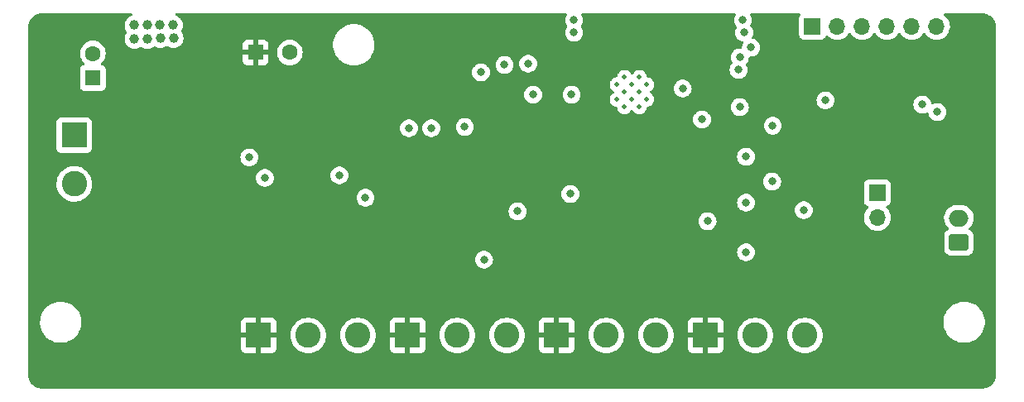
<source format=gbr>
%TF.GenerationSoftware,KiCad,Pcbnew,(6.0.8)*%
%TF.CreationDate,2022-10-05T23:26:50+02:00*%
%TF.ProjectId,DMX_ControllerBoard,444d585f-436f-46e7-9472-6f6c6c657242,rev?*%
%TF.SameCoordinates,Original*%
%TF.FileFunction,Copper,L3,Inr*%
%TF.FilePolarity,Positive*%
%FSLAX46Y46*%
G04 Gerber Fmt 4.6, Leading zero omitted, Abs format (unit mm)*
G04 Created by KiCad (PCBNEW (6.0.8)) date 2022-10-05 23:26:50*
%MOMM*%
%LPD*%
G01*
G04 APERTURE LIST*
G04 Aperture macros list*
%AMRoundRect*
0 Rectangle with rounded corners*
0 $1 Rounding radius*
0 $2 $3 $4 $5 $6 $7 $8 $9 X,Y pos of 4 corners*
0 Add a 4 corners polygon primitive as box body*
4,1,4,$2,$3,$4,$5,$6,$7,$8,$9,$2,$3,0*
0 Add four circle primitives for the rounded corners*
1,1,$1+$1,$2,$3*
1,1,$1+$1,$4,$5*
1,1,$1+$1,$6,$7*
1,1,$1+$1,$8,$9*
0 Add four rect primitives between the rounded corners*
20,1,$1+$1,$2,$3,$4,$5,0*
20,1,$1+$1,$4,$5,$6,$7,0*
20,1,$1+$1,$6,$7,$8,$9,0*
20,1,$1+$1,$8,$9,$2,$3,0*%
G04 Aperture macros list end*
%TA.AperFunction,ComponentPad*%
%ADD10R,1.600000X1.600000*%
%TD*%
%TA.AperFunction,ComponentPad*%
%ADD11C,1.600000*%
%TD*%
%TA.AperFunction,ComponentPad*%
%ADD12R,2.600000X2.600000*%
%TD*%
%TA.AperFunction,ComponentPad*%
%ADD13C,2.600000*%
%TD*%
%TA.AperFunction,ComponentPad*%
%ADD14RoundRect,0.250000X0.750000X-0.600000X0.750000X0.600000X-0.750000X0.600000X-0.750000X-0.600000X0*%
%TD*%
%TA.AperFunction,ComponentPad*%
%ADD15O,2.000000X1.700000*%
%TD*%
%TA.AperFunction,ComponentPad*%
%ADD16C,0.475000*%
%TD*%
%TA.AperFunction,ComponentPad*%
%ADD17R,1.700000X1.700000*%
%TD*%
%TA.AperFunction,ComponentPad*%
%ADD18O,1.700000X1.700000*%
%TD*%
%TA.AperFunction,ViaPad*%
%ADD19C,1.000000*%
%TD*%
%TA.AperFunction,ViaPad*%
%ADD20C,0.800000*%
%TD*%
G04 APERTURE END LIST*
D10*
%TO.N,VCC*%
%TO.C,C8*%
X26162000Y-32702500D03*
D11*
%TO.N,GND*%
X26162000Y-30202500D03*
%TD*%
D10*
%TO.N,+5V*%
%TO.C,C12*%
X42799000Y-30099000D03*
D11*
%TO.N,GND*%
X46299000Y-30099000D03*
%TD*%
D12*
%TO.N,GND*%
%TO.C,J3*%
X24257000Y-38544500D03*
D13*
%TO.N,VCC*%
X24257000Y-43544500D03*
%TD*%
D14*
%TO.N,Net-(J5-Pad1)*%
%TO.C,J5*%
X114731800Y-49542700D03*
D15*
%TO.N,Net-(J5-Pad2)*%
X114731800Y-47042700D03*
%TD*%
D16*
%TO.N,GND*%
%TO.C,U3*%
X81298500Y-34904500D03*
X81298500Y-33379500D03*
X79773500Y-33379500D03*
X82061000Y-32617000D03*
X82823500Y-33379500D03*
X80536000Y-35667000D03*
X79773500Y-34904500D03*
X82061000Y-34142000D03*
X80536000Y-32617000D03*
X82823500Y-34904500D03*
X80536000Y-34142000D03*
X82061000Y-35667000D03*
%TD*%
D12*
%TO.N,+5V*%
%TO.C,J1*%
X43116500Y-59055000D03*
D13*
%TO.N,GND*%
X48196500Y-59055000D03*
%TO.N,Button1_sense*%
X53276500Y-59055000D03*
%TD*%
D12*
%TO.N,+5V*%
%TO.C,J2*%
X58356500Y-59055000D03*
D13*
%TO.N,GND*%
X63436500Y-59055000D03*
%TO.N,Button2_sense*%
X68516500Y-59055000D03*
%TD*%
D12*
%TO.N,+5V*%
%TO.C,J4*%
X73596500Y-59055000D03*
D13*
%TO.N,GND*%
X78676500Y-59055000D03*
%TO.N,Button3_sense*%
X83756500Y-59055000D03*
%TD*%
D12*
%TO.N,+5V*%
%TO.C,J6*%
X88836500Y-59055000D03*
D13*
%TO.N,GND*%
X93916500Y-59055000D03*
%TO.N,Button4_sense*%
X98996500Y-59055000D03*
%TD*%
D17*
%TO.N,BOOT_MODE*%
%TO.C,J7*%
X99758500Y-27432000D03*
D18*
%TO.N,TXD*%
X102298500Y-27432000D03*
%TO.N,RXD*%
X104838500Y-27432000D03*
%TO.N,+3.3V*%
X107378500Y-27432000D03*
%TO.N,RESET*%
X109918500Y-27432000D03*
%TO.N,GND*%
X112458500Y-27432000D03*
%TD*%
D17*
%TO.N,Net-(JP1-Pad1)*%
%TO.C,JP1*%
X106387900Y-44450000D03*
D18*
%TO.N,Net-(J5-Pad1)*%
X106387900Y-46990000D03*
%TD*%
D19*
%TO.N,GND*%
X34353500Y-27305000D03*
D20*
X58483500Y-37846000D03*
X92646500Y-26797000D03*
D19*
X31750000Y-28702000D03*
D20*
X92964000Y-50546000D03*
X60769500Y-37846000D03*
D19*
X34417000Y-28638500D03*
X30416500Y-27305000D03*
X33041166Y-27305000D03*
X33083500Y-28638500D03*
D20*
X98869500Y-46228000D03*
X65849500Y-32131000D03*
X64198500Y-37719000D03*
X101092000Y-34988500D03*
X74993500Y-44577000D03*
X42164000Y-40830500D03*
X70675500Y-31242000D03*
X112522000Y-36195000D03*
D19*
X30416500Y-28702000D03*
D20*
X66167000Y-51308000D03*
X68262500Y-31369000D03*
X51371500Y-42672000D03*
X54038500Y-44958000D03*
X75374500Y-26797000D03*
D19*
X31728833Y-27305000D03*
D20*
%TO.N,RESET*%
X75120500Y-34417000D03*
X86487000Y-33782000D03*
X71183500Y-34417000D03*
%TO.N,+3.3V*%
X89027000Y-47371000D03*
X69596000Y-46355000D03*
X92773500Y-28067000D03*
X75374500Y-28067000D03*
%TO.N,+5V*%
X103949500Y-44323000D03*
X73152000Y-52959000D03*
X106133900Y-36576000D03*
X89154000Y-50673000D03*
X95631000Y-49022000D03*
X66167000Y-47625000D03*
X55943500Y-45085000D03*
%TO.N,BOOT_MODE*%
X93472000Y-29591000D03*
X95694500Y-37592000D03*
X95631000Y-43307000D03*
%TO.N,RXD*%
X92202000Y-31877000D03*
%TO.N,TXD*%
X92329000Y-30607000D03*
%TO.N,ERROR_LED*%
X43751500Y-42926000D03*
X88455500Y-36957000D03*
%TO.N,B4*%
X92964000Y-40767000D03*
X92964000Y-45466000D03*
%TO.N,FACTORY_RESET*%
X92329000Y-35687000D03*
X110998000Y-35433000D03*
%TD*%
%TA.AperFunction,Conductor*%
%TO.N,+5V*%
G36*
X117112518Y-26097960D02*
G01*
X117127351Y-26100270D01*
X117127355Y-26100270D01*
X117136224Y-26101651D01*
X117150289Y-26099812D01*
X117176504Y-26099136D01*
X117351080Y-26112875D01*
X117370606Y-26115968D01*
X117564413Y-26162496D01*
X117583208Y-26168604D01*
X117756535Y-26240397D01*
X117767346Y-26244875D01*
X117784962Y-26253851D01*
X117866160Y-26303608D01*
X117954906Y-26357991D01*
X117970888Y-26369601D01*
X118120131Y-26497064D01*
X118122454Y-26499048D01*
X118136432Y-26513026D01*
X118265880Y-26664586D01*
X118277491Y-26680568D01*
X118308776Y-26731618D01*
X118381636Y-26850512D01*
X118390612Y-26868128D01*
X118466886Y-27052262D01*
X118472996Y-27071066D01*
X118519527Y-27264867D01*
X118522620Y-27284394D01*
X118524242Y-27305000D01*
X118530217Y-27380888D01*
X118535798Y-27451786D01*
X118535150Y-27468849D01*
X118535300Y-27468851D01*
X118535191Y-27477820D01*
X118533809Y-27486695D01*
X118537683Y-27516311D01*
X118537936Y-27518246D01*
X118539000Y-27534588D01*
X118538897Y-42765148D01*
X118538761Y-63045628D01*
X118537261Y-63065013D01*
X118534950Y-63079851D01*
X118534950Y-63079856D01*
X118533569Y-63088724D01*
X118535408Y-63102789D01*
X118536084Y-63129004D01*
X118522345Y-63303581D01*
X118519252Y-63323109D01*
X118472724Y-63516914D01*
X118466618Y-63535706D01*
X118390345Y-63719851D01*
X118381369Y-63737468D01*
X118277231Y-63907409D01*
X118265613Y-63923401D01*
X118136164Y-64074971D01*
X118122200Y-64088935D01*
X117970678Y-64218352D01*
X117970637Y-64218387D01*
X117954645Y-64230006D01*
X117784775Y-64334107D01*
X117784710Y-64334147D01*
X117767098Y-64343122D01*
X117582949Y-64419405D01*
X117564155Y-64425511D01*
X117370343Y-64472047D01*
X117350825Y-64475138D01*
X117273403Y-64481234D01*
X117183516Y-64488310D01*
X117166368Y-64487660D01*
X117166366Y-64487799D01*
X117157389Y-64487690D01*
X117148520Y-64486309D01*
X117139620Y-64487473D01*
X117139618Y-64487473D01*
X117116966Y-64490436D01*
X117100625Y-64491500D01*
X21001827Y-64491500D01*
X20982442Y-64490000D01*
X20967609Y-64487690D01*
X20967605Y-64487690D01*
X20958736Y-64486309D01*
X20944671Y-64488148D01*
X20918456Y-64488824D01*
X20785349Y-64478348D01*
X20743886Y-64475085D01*
X20724357Y-64471992D01*
X20530557Y-64425464D01*
X20511754Y-64419354D01*
X20327620Y-64343084D01*
X20310003Y-64334107D01*
X20140073Y-64229973D01*
X20124078Y-64218352D01*
X19972526Y-64088915D01*
X19958545Y-64074934D01*
X19829108Y-63923382D01*
X19817487Y-63907387D01*
X19713353Y-63737457D01*
X19704376Y-63719840D01*
X19628106Y-63535706D01*
X19621996Y-63516903D01*
X19575468Y-63323103D01*
X19572375Y-63303574D01*
X19559469Y-63139583D01*
X19560454Y-63117258D01*
X19559794Y-63117199D01*
X19560229Y-63112351D01*
X19561036Y-63107552D01*
X19561189Y-63095000D01*
X19557233Y-63067376D01*
X19555960Y-63049514D01*
X19555960Y-60399669D01*
X41308501Y-60399669D01*
X41308871Y-60406490D01*
X41314395Y-60457352D01*
X41318021Y-60472604D01*
X41363176Y-60593054D01*
X41371714Y-60608649D01*
X41448215Y-60710724D01*
X41460776Y-60723285D01*
X41562851Y-60799786D01*
X41578446Y-60808324D01*
X41698894Y-60853478D01*
X41714149Y-60857105D01*
X41765014Y-60862631D01*
X41771828Y-60863000D01*
X42844385Y-60863000D01*
X42859624Y-60858525D01*
X42860829Y-60857135D01*
X42862500Y-60849452D01*
X42862500Y-60844884D01*
X43370500Y-60844884D01*
X43374975Y-60860123D01*
X43376365Y-60861328D01*
X43384048Y-60862999D01*
X44461169Y-60862999D01*
X44467990Y-60862629D01*
X44518852Y-60857105D01*
X44534104Y-60853479D01*
X44654554Y-60808324D01*
X44670149Y-60799786D01*
X44772224Y-60723285D01*
X44784785Y-60710724D01*
X44861286Y-60608649D01*
X44869824Y-60593054D01*
X44914978Y-60472606D01*
X44918605Y-60457351D01*
X44924131Y-60406486D01*
X44924500Y-60399672D01*
X44924500Y-59327115D01*
X44920025Y-59311876D01*
X44918635Y-59310671D01*
X44910952Y-59309000D01*
X43388615Y-59309000D01*
X43373376Y-59313475D01*
X43372171Y-59314865D01*
X43370500Y-59322548D01*
X43370500Y-60844884D01*
X42862500Y-60844884D01*
X42862500Y-59327115D01*
X42858025Y-59311876D01*
X42856635Y-59310671D01*
X42848952Y-59309000D01*
X41326616Y-59309000D01*
X41311377Y-59313475D01*
X41310172Y-59314865D01*
X41308501Y-59322548D01*
X41308501Y-60399669D01*
X19555960Y-60399669D01*
X19555960Y-57841503D01*
X20763443Y-57841503D01*
X20800968Y-58126534D01*
X20876829Y-58403836D01*
X20878513Y-58407784D01*
X20930358Y-58529331D01*
X20989623Y-58668276D01*
X21137261Y-58914961D01*
X21317013Y-59139328D01*
X21331468Y-59153045D01*
X21510087Y-59322548D01*
X21525551Y-59337223D01*
X21759017Y-59504986D01*
X21762812Y-59506995D01*
X21762813Y-59506996D01*
X21784569Y-59518515D01*
X22013092Y-59639512D01*
X22283073Y-59738311D01*
X22563964Y-59799555D01*
X22592541Y-59801804D01*
X22786982Y-59817107D01*
X22786991Y-59817107D01*
X22789439Y-59817300D01*
X22944971Y-59817300D01*
X22947107Y-59817154D01*
X22947118Y-59817154D01*
X23155248Y-59802965D01*
X23155254Y-59802964D01*
X23159525Y-59802673D01*
X23163720Y-59801804D01*
X23163722Y-59801804D01*
X23300284Y-59773523D01*
X23441042Y-59744374D01*
X23712043Y-59648407D01*
X23967512Y-59516550D01*
X23971013Y-59514089D01*
X23971017Y-59514087D01*
X24085117Y-59433896D01*
X24202723Y-59351241D01*
X24413322Y-59155540D01*
X24534470Y-59007526D01*
X46383550Y-59007526D01*
X46396447Y-59276019D01*
X46448888Y-59539656D01*
X46539720Y-59792646D01*
X46541932Y-59796762D01*
X46541933Y-59796765D01*
X46552863Y-59817107D01*
X46666950Y-60029431D01*
X46669741Y-60033168D01*
X46669745Y-60033175D01*
X46751387Y-60142506D01*
X46827781Y-60244810D01*
X46831090Y-60248090D01*
X46831095Y-60248096D01*
X46990874Y-60406486D01*
X47018680Y-60434050D01*
X47022442Y-60436808D01*
X47022445Y-60436811D01*
X47134799Y-60519192D01*
X47235454Y-60592995D01*
X47239589Y-60595171D01*
X47239593Y-60595173D01*
X47459218Y-60710724D01*
X47473340Y-60718154D01*
X47727113Y-60806775D01*
X47731706Y-60807647D01*
X47986609Y-60856042D01*
X47986612Y-60856042D01*
X47991198Y-60856913D01*
X48118870Y-60861929D01*
X48255125Y-60867283D01*
X48255130Y-60867283D01*
X48259793Y-60867466D01*
X48364107Y-60856042D01*
X48522344Y-60838713D01*
X48522350Y-60838712D01*
X48526997Y-60838203D01*
X48640485Y-60808324D01*
X48782418Y-60770956D01*
X48782420Y-60770955D01*
X48786941Y-60769765D01*
X48895126Y-60723285D01*
X49029620Y-60665502D01*
X49029622Y-60665501D01*
X49033914Y-60663657D01*
X49152571Y-60590230D01*
X49258517Y-60524669D01*
X49258521Y-60524666D01*
X49262490Y-60522210D01*
X49467649Y-60348530D01*
X49644882Y-60146434D01*
X49790297Y-59920361D01*
X49900699Y-59675278D01*
X49937709Y-59544051D01*
X49972393Y-59421072D01*
X49972394Y-59421069D01*
X49973663Y-59416568D01*
X49991543Y-59276019D01*
X50007188Y-59153045D01*
X50007188Y-59153041D01*
X50007586Y-59149915D01*
X50010071Y-59055000D01*
X50006543Y-59007526D01*
X51463550Y-59007526D01*
X51476447Y-59276019D01*
X51528888Y-59539656D01*
X51619720Y-59792646D01*
X51621932Y-59796762D01*
X51621933Y-59796765D01*
X51632863Y-59817107D01*
X51746950Y-60029431D01*
X51749741Y-60033168D01*
X51749745Y-60033175D01*
X51831387Y-60142506D01*
X51907781Y-60244810D01*
X51911090Y-60248090D01*
X51911095Y-60248096D01*
X52070874Y-60406486D01*
X52098680Y-60434050D01*
X52102442Y-60436808D01*
X52102445Y-60436811D01*
X52214799Y-60519192D01*
X52315454Y-60592995D01*
X52319589Y-60595171D01*
X52319593Y-60595173D01*
X52539218Y-60710724D01*
X52553340Y-60718154D01*
X52807113Y-60806775D01*
X52811706Y-60807647D01*
X53066609Y-60856042D01*
X53066612Y-60856042D01*
X53071198Y-60856913D01*
X53198870Y-60861929D01*
X53335125Y-60867283D01*
X53335130Y-60867283D01*
X53339793Y-60867466D01*
X53444107Y-60856042D01*
X53602344Y-60838713D01*
X53602350Y-60838712D01*
X53606997Y-60838203D01*
X53720485Y-60808324D01*
X53862418Y-60770956D01*
X53862420Y-60770955D01*
X53866941Y-60769765D01*
X53975126Y-60723285D01*
X54109620Y-60665502D01*
X54109622Y-60665501D01*
X54113914Y-60663657D01*
X54232571Y-60590230D01*
X54338517Y-60524669D01*
X54338521Y-60524666D01*
X54342490Y-60522210D01*
X54487241Y-60399669D01*
X56548501Y-60399669D01*
X56548871Y-60406490D01*
X56554395Y-60457352D01*
X56558021Y-60472604D01*
X56603176Y-60593054D01*
X56611714Y-60608649D01*
X56688215Y-60710724D01*
X56700776Y-60723285D01*
X56802851Y-60799786D01*
X56818446Y-60808324D01*
X56938894Y-60853478D01*
X56954149Y-60857105D01*
X57005014Y-60862631D01*
X57011828Y-60863000D01*
X58084385Y-60863000D01*
X58099624Y-60858525D01*
X58100829Y-60857135D01*
X58102500Y-60849452D01*
X58102500Y-60844884D01*
X58610500Y-60844884D01*
X58614975Y-60860123D01*
X58616365Y-60861328D01*
X58624048Y-60862999D01*
X59701169Y-60862999D01*
X59707990Y-60862629D01*
X59758852Y-60857105D01*
X59774104Y-60853479D01*
X59894554Y-60808324D01*
X59910149Y-60799786D01*
X60012224Y-60723285D01*
X60024785Y-60710724D01*
X60101286Y-60608649D01*
X60109824Y-60593054D01*
X60154978Y-60472606D01*
X60158605Y-60457351D01*
X60164131Y-60406486D01*
X60164500Y-60399672D01*
X60164500Y-59327115D01*
X60160025Y-59311876D01*
X60158635Y-59310671D01*
X60150952Y-59309000D01*
X58628615Y-59309000D01*
X58613376Y-59313475D01*
X58612171Y-59314865D01*
X58610500Y-59322548D01*
X58610500Y-60844884D01*
X58102500Y-60844884D01*
X58102500Y-59327115D01*
X58098025Y-59311876D01*
X58096635Y-59310671D01*
X58088952Y-59309000D01*
X56566616Y-59309000D01*
X56551377Y-59313475D01*
X56550172Y-59314865D01*
X56548501Y-59322548D01*
X56548501Y-60399669D01*
X54487241Y-60399669D01*
X54547649Y-60348530D01*
X54724882Y-60146434D01*
X54870297Y-59920361D01*
X54980699Y-59675278D01*
X55017709Y-59544051D01*
X55052393Y-59421072D01*
X55052394Y-59421069D01*
X55053663Y-59416568D01*
X55071543Y-59276019D01*
X55087188Y-59153045D01*
X55087188Y-59153041D01*
X55087586Y-59149915D01*
X55090071Y-59055000D01*
X55086543Y-59007526D01*
X61623550Y-59007526D01*
X61636447Y-59276019D01*
X61688888Y-59539656D01*
X61779720Y-59792646D01*
X61781932Y-59796762D01*
X61781933Y-59796765D01*
X61792863Y-59817107D01*
X61906950Y-60029431D01*
X61909741Y-60033168D01*
X61909745Y-60033175D01*
X61991387Y-60142506D01*
X62067781Y-60244810D01*
X62071090Y-60248090D01*
X62071095Y-60248096D01*
X62230874Y-60406486D01*
X62258680Y-60434050D01*
X62262442Y-60436808D01*
X62262445Y-60436811D01*
X62374799Y-60519192D01*
X62475454Y-60592995D01*
X62479589Y-60595171D01*
X62479593Y-60595173D01*
X62699218Y-60710724D01*
X62713340Y-60718154D01*
X62967113Y-60806775D01*
X62971706Y-60807647D01*
X63226609Y-60856042D01*
X63226612Y-60856042D01*
X63231198Y-60856913D01*
X63358870Y-60861929D01*
X63495125Y-60867283D01*
X63495130Y-60867283D01*
X63499793Y-60867466D01*
X63604107Y-60856042D01*
X63762344Y-60838713D01*
X63762350Y-60838712D01*
X63766997Y-60838203D01*
X63880485Y-60808324D01*
X64022418Y-60770956D01*
X64022420Y-60770955D01*
X64026941Y-60769765D01*
X64135126Y-60723285D01*
X64269620Y-60665502D01*
X64269622Y-60665501D01*
X64273914Y-60663657D01*
X64392571Y-60590230D01*
X64498517Y-60524669D01*
X64498521Y-60524666D01*
X64502490Y-60522210D01*
X64707649Y-60348530D01*
X64884882Y-60146434D01*
X65030297Y-59920361D01*
X65140699Y-59675278D01*
X65177709Y-59544051D01*
X65212393Y-59421072D01*
X65212394Y-59421069D01*
X65213663Y-59416568D01*
X65231543Y-59276019D01*
X65247188Y-59153045D01*
X65247188Y-59153041D01*
X65247586Y-59149915D01*
X65250071Y-59055000D01*
X65246543Y-59007526D01*
X66703550Y-59007526D01*
X66716447Y-59276019D01*
X66768888Y-59539656D01*
X66859720Y-59792646D01*
X66861932Y-59796762D01*
X66861933Y-59796765D01*
X66872863Y-59817107D01*
X66986950Y-60029431D01*
X66989741Y-60033168D01*
X66989745Y-60033175D01*
X67071387Y-60142506D01*
X67147781Y-60244810D01*
X67151090Y-60248090D01*
X67151095Y-60248096D01*
X67310874Y-60406486D01*
X67338680Y-60434050D01*
X67342442Y-60436808D01*
X67342445Y-60436811D01*
X67454799Y-60519192D01*
X67555454Y-60592995D01*
X67559589Y-60595171D01*
X67559593Y-60595173D01*
X67779218Y-60710724D01*
X67793340Y-60718154D01*
X68047113Y-60806775D01*
X68051706Y-60807647D01*
X68306609Y-60856042D01*
X68306612Y-60856042D01*
X68311198Y-60856913D01*
X68438870Y-60861929D01*
X68575125Y-60867283D01*
X68575130Y-60867283D01*
X68579793Y-60867466D01*
X68684107Y-60856042D01*
X68842344Y-60838713D01*
X68842350Y-60838712D01*
X68846997Y-60838203D01*
X68960485Y-60808324D01*
X69102418Y-60770956D01*
X69102420Y-60770955D01*
X69106941Y-60769765D01*
X69215126Y-60723285D01*
X69349620Y-60665502D01*
X69349622Y-60665501D01*
X69353914Y-60663657D01*
X69472571Y-60590230D01*
X69578517Y-60524669D01*
X69578521Y-60524666D01*
X69582490Y-60522210D01*
X69727241Y-60399669D01*
X71788501Y-60399669D01*
X71788871Y-60406490D01*
X71794395Y-60457352D01*
X71798021Y-60472604D01*
X71843176Y-60593054D01*
X71851714Y-60608649D01*
X71928215Y-60710724D01*
X71940776Y-60723285D01*
X72042851Y-60799786D01*
X72058446Y-60808324D01*
X72178894Y-60853478D01*
X72194149Y-60857105D01*
X72245014Y-60862631D01*
X72251828Y-60863000D01*
X73324385Y-60863000D01*
X73339624Y-60858525D01*
X73340829Y-60857135D01*
X73342500Y-60849452D01*
X73342500Y-60844884D01*
X73850500Y-60844884D01*
X73854975Y-60860123D01*
X73856365Y-60861328D01*
X73864048Y-60862999D01*
X74941169Y-60862999D01*
X74947990Y-60862629D01*
X74998852Y-60857105D01*
X75014104Y-60853479D01*
X75134554Y-60808324D01*
X75150149Y-60799786D01*
X75252224Y-60723285D01*
X75264785Y-60710724D01*
X75341286Y-60608649D01*
X75349824Y-60593054D01*
X75394978Y-60472606D01*
X75398605Y-60457351D01*
X75404131Y-60406486D01*
X75404500Y-60399672D01*
X75404500Y-59327115D01*
X75400025Y-59311876D01*
X75398635Y-59310671D01*
X75390952Y-59309000D01*
X73868615Y-59309000D01*
X73853376Y-59313475D01*
X73852171Y-59314865D01*
X73850500Y-59322548D01*
X73850500Y-60844884D01*
X73342500Y-60844884D01*
X73342500Y-59327115D01*
X73338025Y-59311876D01*
X73336635Y-59310671D01*
X73328952Y-59309000D01*
X71806616Y-59309000D01*
X71791377Y-59313475D01*
X71790172Y-59314865D01*
X71788501Y-59322548D01*
X71788501Y-60399669D01*
X69727241Y-60399669D01*
X69787649Y-60348530D01*
X69964882Y-60146434D01*
X70110297Y-59920361D01*
X70220699Y-59675278D01*
X70257709Y-59544051D01*
X70292393Y-59421072D01*
X70292394Y-59421069D01*
X70293663Y-59416568D01*
X70311543Y-59276019D01*
X70327188Y-59153045D01*
X70327188Y-59153041D01*
X70327586Y-59149915D01*
X70330071Y-59055000D01*
X70326543Y-59007526D01*
X76863550Y-59007526D01*
X76876447Y-59276019D01*
X76928888Y-59539656D01*
X77019720Y-59792646D01*
X77021932Y-59796762D01*
X77021933Y-59796765D01*
X77032863Y-59817107D01*
X77146950Y-60029431D01*
X77149741Y-60033168D01*
X77149745Y-60033175D01*
X77231387Y-60142506D01*
X77307781Y-60244810D01*
X77311090Y-60248090D01*
X77311095Y-60248096D01*
X77470874Y-60406486D01*
X77498680Y-60434050D01*
X77502442Y-60436808D01*
X77502445Y-60436811D01*
X77614799Y-60519192D01*
X77715454Y-60592995D01*
X77719589Y-60595171D01*
X77719593Y-60595173D01*
X77939218Y-60710724D01*
X77953340Y-60718154D01*
X78207113Y-60806775D01*
X78211706Y-60807647D01*
X78466609Y-60856042D01*
X78466612Y-60856042D01*
X78471198Y-60856913D01*
X78598870Y-60861929D01*
X78735125Y-60867283D01*
X78735130Y-60867283D01*
X78739793Y-60867466D01*
X78844107Y-60856042D01*
X79002344Y-60838713D01*
X79002350Y-60838712D01*
X79006997Y-60838203D01*
X79120485Y-60808324D01*
X79262418Y-60770956D01*
X79262420Y-60770955D01*
X79266941Y-60769765D01*
X79375126Y-60723285D01*
X79509620Y-60665502D01*
X79509622Y-60665501D01*
X79513914Y-60663657D01*
X79632571Y-60590230D01*
X79738517Y-60524669D01*
X79738521Y-60524666D01*
X79742490Y-60522210D01*
X79947649Y-60348530D01*
X80124882Y-60146434D01*
X80270297Y-59920361D01*
X80380699Y-59675278D01*
X80417709Y-59544051D01*
X80452393Y-59421072D01*
X80452394Y-59421069D01*
X80453663Y-59416568D01*
X80471543Y-59276019D01*
X80487188Y-59153045D01*
X80487188Y-59153041D01*
X80487586Y-59149915D01*
X80490071Y-59055000D01*
X80486543Y-59007526D01*
X81943550Y-59007526D01*
X81956447Y-59276019D01*
X82008888Y-59539656D01*
X82099720Y-59792646D01*
X82101932Y-59796762D01*
X82101933Y-59796765D01*
X82112863Y-59817107D01*
X82226950Y-60029431D01*
X82229741Y-60033168D01*
X82229745Y-60033175D01*
X82311387Y-60142506D01*
X82387781Y-60244810D01*
X82391090Y-60248090D01*
X82391095Y-60248096D01*
X82550874Y-60406486D01*
X82578680Y-60434050D01*
X82582442Y-60436808D01*
X82582445Y-60436811D01*
X82694799Y-60519192D01*
X82795454Y-60592995D01*
X82799589Y-60595171D01*
X82799593Y-60595173D01*
X83019218Y-60710724D01*
X83033340Y-60718154D01*
X83287113Y-60806775D01*
X83291706Y-60807647D01*
X83546609Y-60856042D01*
X83546612Y-60856042D01*
X83551198Y-60856913D01*
X83678870Y-60861929D01*
X83815125Y-60867283D01*
X83815130Y-60867283D01*
X83819793Y-60867466D01*
X83924107Y-60856042D01*
X84082344Y-60838713D01*
X84082350Y-60838712D01*
X84086997Y-60838203D01*
X84200485Y-60808324D01*
X84342418Y-60770956D01*
X84342420Y-60770955D01*
X84346941Y-60769765D01*
X84455126Y-60723285D01*
X84589620Y-60665502D01*
X84589622Y-60665501D01*
X84593914Y-60663657D01*
X84712571Y-60590230D01*
X84818517Y-60524669D01*
X84818521Y-60524666D01*
X84822490Y-60522210D01*
X84967241Y-60399669D01*
X87028501Y-60399669D01*
X87028871Y-60406490D01*
X87034395Y-60457352D01*
X87038021Y-60472604D01*
X87083176Y-60593054D01*
X87091714Y-60608649D01*
X87168215Y-60710724D01*
X87180776Y-60723285D01*
X87282851Y-60799786D01*
X87298446Y-60808324D01*
X87418894Y-60853478D01*
X87434149Y-60857105D01*
X87485014Y-60862631D01*
X87491828Y-60863000D01*
X88564385Y-60863000D01*
X88579624Y-60858525D01*
X88580829Y-60857135D01*
X88582500Y-60849452D01*
X88582500Y-60844884D01*
X89090500Y-60844884D01*
X89094975Y-60860123D01*
X89096365Y-60861328D01*
X89104048Y-60862999D01*
X90181169Y-60862999D01*
X90187990Y-60862629D01*
X90238852Y-60857105D01*
X90254104Y-60853479D01*
X90374554Y-60808324D01*
X90390149Y-60799786D01*
X90492224Y-60723285D01*
X90504785Y-60710724D01*
X90581286Y-60608649D01*
X90589824Y-60593054D01*
X90634978Y-60472606D01*
X90638605Y-60457351D01*
X90644131Y-60406486D01*
X90644500Y-60399672D01*
X90644500Y-59327115D01*
X90640025Y-59311876D01*
X90638635Y-59310671D01*
X90630952Y-59309000D01*
X89108615Y-59309000D01*
X89093376Y-59313475D01*
X89092171Y-59314865D01*
X89090500Y-59322548D01*
X89090500Y-60844884D01*
X88582500Y-60844884D01*
X88582500Y-59327115D01*
X88578025Y-59311876D01*
X88576635Y-59310671D01*
X88568952Y-59309000D01*
X87046616Y-59309000D01*
X87031377Y-59313475D01*
X87030172Y-59314865D01*
X87028501Y-59322548D01*
X87028501Y-60399669D01*
X84967241Y-60399669D01*
X85027649Y-60348530D01*
X85204882Y-60146434D01*
X85350297Y-59920361D01*
X85460699Y-59675278D01*
X85497709Y-59544051D01*
X85532393Y-59421072D01*
X85532394Y-59421069D01*
X85533663Y-59416568D01*
X85551543Y-59276019D01*
X85567188Y-59153045D01*
X85567188Y-59153041D01*
X85567586Y-59149915D01*
X85570071Y-59055000D01*
X85566543Y-59007526D01*
X92103550Y-59007526D01*
X92116447Y-59276019D01*
X92168888Y-59539656D01*
X92259720Y-59792646D01*
X92261932Y-59796762D01*
X92261933Y-59796765D01*
X92272863Y-59817107D01*
X92386950Y-60029431D01*
X92389741Y-60033168D01*
X92389745Y-60033175D01*
X92471387Y-60142506D01*
X92547781Y-60244810D01*
X92551090Y-60248090D01*
X92551095Y-60248096D01*
X92710874Y-60406486D01*
X92738680Y-60434050D01*
X92742442Y-60436808D01*
X92742445Y-60436811D01*
X92854799Y-60519192D01*
X92955454Y-60592995D01*
X92959589Y-60595171D01*
X92959593Y-60595173D01*
X93179218Y-60710724D01*
X93193340Y-60718154D01*
X93447113Y-60806775D01*
X93451706Y-60807647D01*
X93706609Y-60856042D01*
X93706612Y-60856042D01*
X93711198Y-60856913D01*
X93838870Y-60861929D01*
X93975125Y-60867283D01*
X93975130Y-60867283D01*
X93979793Y-60867466D01*
X94084107Y-60856042D01*
X94242344Y-60838713D01*
X94242350Y-60838712D01*
X94246997Y-60838203D01*
X94360485Y-60808324D01*
X94502418Y-60770956D01*
X94502420Y-60770955D01*
X94506941Y-60769765D01*
X94615126Y-60723285D01*
X94749620Y-60665502D01*
X94749622Y-60665501D01*
X94753914Y-60663657D01*
X94872571Y-60590230D01*
X94978517Y-60524669D01*
X94978521Y-60524666D01*
X94982490Y-60522210D01*
X95187649Y-60348530D01*
X95364882Y-60146434D01*
X95510297Y-59920361D01*
X95620699Y-59675278D01*
X95657709Y-59544051D01*
X95692393Y-59421072D01*
X95692394Y-59421069D01*
X95693663Y-59416568D01*
X95711543Y-59276019D01*
X95727188Y-59153045D01*
X95727188Y-59153041D01*
X95727586Y-59149915D01*
X95730071Y-59055000D01*
X95726543Y-59007526D01*
X97183550Y-59007526D01*
X97196447Y-59276019D01*
X97248888Y-59539656D01*
X97339720Y-59792646D01*
X97341932Y-59796762D01*
X97341933Y-59796765D01*
X97352863Y-59817107D01*
X97466950Y-60029431D01*
X97469741Y-60033168D01*
X97469745Y-60033175D01*
X97551387Y-60142506D01*
X97627781Y-60244810D01*
X97631090Y-60248090D01*
X97631095Y-60248096D01*
X97790874Y-60406486D01*
X97818680Y-60434050D01*
X97822442Y-60436808D01*
X97822445Y-60436811D01*
X97934799Y-60519192D01*
X98035454Y-60592995D01*
X98039589Y-60595171D01*
X98039593Y-60595173D01*
X98259218Y-60710724D01*
X98273340Y-60718154D01*
X98527113Y-60806775D01*
X98531706Y-60807647D01*
X98786609Y-60856042D01*
X98786612Y-60856042D01*
X98791198Y-60856913D01*
X98918870Y-60861929D01*
X99055125Y-60867283D01*
X99055130Y-60867283D01*
X99059793Y-60867466D01*
X99164107Y-60856042D01*
X99322344Y-60838713D01*
X99322350Y-60838712D01*
X99326997Y-60838203D01*
X99440485Y-60808324D01*
X99582418Y-60770956D01*
X99582420Y-60770955D01*
X99586941Y-60769765D01*
X99695126Y-60723285D01*
X99829620Y-60665502D01*
X99829622Y-60665501D01*
X99833914Y-60663657D01*
X99952571Y-60590230D01*
X100058517Y-60524669D01*
X100058521Y-60524666D01*
X100062490Y-60522210D01*
X100267649Y-60348530D01*
X100444882Y-60146434D01*
X100590297Y-59920361D01*
X100700699Y-59675278D01*
X100737709Y-59544051D01*
X100772393Y-59421072D01*
X100772394Y-59421069D01*
X100773663Y-59416568D01*
X100791543Y-59276019D01*
X100807188Y-59153045D01*
X100807188Y-59153041D01*
X100807586Y-59149915D01*
X100810071Y-59055000D01*
X100790150Y-58786937D01*
X100766860Y-58684008D01*
X100731861Y-58529331D01*
X100731860Y-58529326D01*
X100730827Y-58524763D01*
X100633402Y-58274238D01*
X100500018Y-58040864D01*
X100342855Y-57841503D01*
X113168643Y-57841503D01*
X113206168Y-58126534D01*
X113282029Y-58403836D01*
X113283713Y-58407784D01*
X113335558Y-58529331D01*
X113394823Y-58668276D01*
X113542461Y-58914961D01*
X113722213Y-59139328D01*
X113736668Y-59153045D01*
X113915287Y-59322548D01*
X113930751Y-59337223D01*
X114164217Y-59504986D01*
X114168012Y-59506995D01*
X114168013Y-59506996D01*
X114189769Y-59518515D01*
X114418292Y-59639512D01*
X114688273Y-59738311D01*
X114969164Y-59799555D01*
X114997741Y-59801804D01*
X115192182Y-59817107D01*
X115192191Y-59817107D01*
X115194639Y-59817300D01*
X115350171Y-59817300D01*
X115352307Y-59817154D01*
X115352318Y-59817154D01*
X115560448Y-59802965D01*
X115560454Y-59802964D01*
X115564725Y-59802673D01*
X115568920Y-59801804D01*
X115568922Y-59801804D01*
X115705484Y-59773523D01*
X115846242Y-59744374D01*
X116117243Y-59648407D01*
X116372712Y-59516550D01*
X116376213Y-59514089D01*
X116376217Y-59514087D01*
X116490318Y-59433895D01*
X116607923Y-59351241D01*
X116818522Y-59155540D01*
X117000613Y-58933068D01*
X117150827Y-58687942D01*
X117266383Y-58424698D01*
X117345144Y-58148206D01*
X117385651Y-57863584D01*
X117385745Y-57845751D01*
X117387135Y-57580383D01*
X117387135Y-57580376D01*
X117387157Y-57576097D01*
X117375863Y-57490306D01*
X117350192Y-57295322D01*
X117349632Y-57291066D01*
X117273771Y-57013764D01*
X117160977Y-56749324D01*
X117013339Y-56502639D01*
X116833587Y-56278272D01*
X116625049Y-56080377D01*
X116391583Y-55912614D01*
X116369743Y-55901050D01*
X116346554Y-55888772D01*
X116137508Y-55778088D01*
X115867527Y-55679289D01*
X115586636Y-55618045D01*
X115555585Y-55615601D01*
X115363618Y-55600493D01*
X115363609Y-55600493D01*
X115361161Y-55600300D01*
X115205629Y-55600300D01*
X115203493Y-55600446D01*
X115203482Y-55600446D01*
X114995352Y-55614635D01*
X114995346Y-55614636D01*
X114991075Y-55614927D01*
X114986880Y-55615796D01*
X114986878Y-55615796D01*
X114850317Y-55644076D01*
X114709558Y-55673226D01*
X114438557Y-55769193D01*
X114183088Y-55901050D01*
X114179587Y-55903511D01*
X114179583Y-55903513D01*
X114169494Y-55910604D01*
X113947877Y-56066359D01*
X113737278Y-56262060D01*
X113555187Y-56484532D01*
X113404973Y-56729658D01*
X113289417Y-56992902D01*
X113210656Y-57269394D01*
X113182553Y-57466858D01*
X113178543Y-57495039D01*
X113170149Y-57554016D01*
X113170127Y-57558305D01*
X113170126Y-57558312D01*
X113168721Y-57826569D01*
X113168643Y-57841503D01*
X100342855Y-57841503D01*
X100333605Y-57829769D01*
X100137817Y-57645591D01*
X99952377Y-57516946D01*
X99920799Y-57495039D01*
X99920796Y-57495037D01*
X99916957Y-57492374D01*
X99912764Y-57490306D01*
X99680064Y-57375551D01*
X99680061Y-57375550D01*
X99675876Y-57373486D01*
X99628245Y-57358239D01*
X99574121Y-57340914D01*
X99419870Y-57291538D01*
X99415263Y-57290788D01*
X99415260Y-57290787D01*
X99159174Y-57249081D01*
X99159175Y-57249081D01*
X99154563Y-57248330D01*
X99024219Y-57246624D01*
X98890461Y-57244873D01*
X98890458Y-57244873D01*
X98885784Y-57244812D01*
X98619437Y-57281060D01*
X98361374Y-57356278D01*
X98117263Y-57468815D01*
X98113354Y-57471378D01*
X97896381Y-57613631D01*
X97896376Y-57613635D01*
X97892468Y-57616197D01*
X97691926Y-57795188D01*
X97520044Y-58001854D01*
X97380596Y-58231656D01*
X97276648Y-58479545D01*
X97210481Y-58740077D01*
X97183550Y-59007526D01*
X95726543Y-59007526D01*
X95710150Y-58786937D01*
X95686860Y-58684008D01*
X95651861Y-58529331D01*
X95651860Y-58529326D01*
X95650827Y-58524763D01*
X95553402Y-58274238D01*
X95420018Y-58040864D01*
X95253605Y-57829769D01*
X95057817Y-57645591D01*
X94872377Y-57516946D01*
X94840799Y-57495039D01*
X94840796Y-57495037D01*
X94836957Y-57492374D01*
X94832764Y-57490306D01*
X94600064Y-57375551D01*
X94600061Y-57375550D01*
X94595876Y-57373486D01*
X94548245Y-57358239D01*
X94494121Y-57340914D01*
X94339870Y-57291538D01*
X94335263Y-57290788D01*
X94335260Y-57290787D01*
X94079174Y-57249081D01*
X94079175Y-57249081D01*
X94074563Y-57248330D01*
X93944219Y-57246624D01*
X93810461Y-57244873D01*
X93810458Y-57244873D01*
X93805784Y-57244812D01*
X93539437Y-57281060D01*
X93281374Y-57356278D01*
X93037263Y-57468815D01*
X93033354Y-57471378D01*
X92816381Y-57613631D01*
X92816376Y-57613635D01*
X92812468Y-57616197D01*
X92611926Y-57795188D01*
X92440044Y-58001854D01*
X92300596Y-58231656D01*
X92196648Y-58479545D01*
X92130481Y-58740077D01*
X92103550Y-59007526D01*
X85566543Y-59007526D01*
X85550150Y-58786937D01*
X85549233Y-58782885D01*
X87028500Y-58782885D01*
X87032975Y-58798124D01*
X87034365Y-58799329D01*
X87042048Y-58801000D01*
X88564385Y-58801000D01*
X88579624Y-58796525D01*
X88580829Y-58795135D01*
X88582500Y-58787452D01*
X88582500Y-58782885D01*
X89090500Y-58782885D01*
X89094975Y-58798124D01*
X89096365Y-58799329D01*
X89104048Y-58801000D01*
X90626384Y-58801000D01*
X90641623Y-58796525D01*
X90642828Y-58795135D01*
X90644499Y-58787452D01*
X90644499Y-57710331D01*
X90644129Y-57703510D01*
X90638605Y-57652648D01*
X90634979Y-57637396D01*
X90589824Y-57516946D01*
X90581286Y-57501351D01*
X90504785Y-57399276D01*
X90492224Y-57386715D01*
X90390149Y-57310214D01*
X90374554Y-57301676D01*
X90254106Y-57256522D01*
X90238851Y-57252895D01*
X90187986Y-57247369D01*
X90181172Y-57247000D01*
X89108615Y-57247000D01*
X89093376Y-57251475D01*
X89092171Y-57252865D01*
X89090500Y-57260548D01*
X89090500Y-58782885D01*
X88582500Y-58782885D01*
X88582500Y-57265116D01*
X88578025Y-57249877D01*
X88576635Y-57248672D01*
X88568952Y-57247001D01*
X87491831Y-57247001D01*
X87485010Y-57247371D01*
X87434148Y-57252895D01*
X87418896Y-57256521D01*
X87298446Y-57301676D01*
X87282851Y-57310214D01*
X87180776Y-57386715D01*
X87168215Y-57399276D01*
X87091714Y-57501351D01*
X87083176Y-57516946D01*
X87038022Y-57637394D01*
X87034395Y-57652649D01*
X87028869Y-57703514D01*
X87028500Y-57710328D01*
X87028500Y-58782885D01*
X85549233Y-58782885D01*
X85526860Y-58684008D01*
X85491861Y-58529331D01*
X85491860Y-58529326D01*
X85490827Y-58524763D01*
X85393402Y-58274238D01*
X85260018Y-58040864D01*
X85093605Y-57829769D01*
X84897817Y-57645591D01*
X84712377Y-57516946D01*
X84680799Y-57495039D01*
X84680796Y-57495037D01*
X84676957Y-57492374D01*
X84672764Y-57490306D01*
X84440064Y-57375551D01*
X84440061Y-57375550D01*
X84435876Y-57373486D01*
X84388245Y-57358239D01*
X84334121Y-57340914D01*
X84179870Y-57291538D01*
X84175263Y-57290788D01*
X84175260Y-57290787D01*
X83919174Y-57249081D01*
X83919175Y-57249081D01*
X83914563Y-57248330D01*
X83784219Y-57246624D01*
X83650461Y-57244873D01*
X83650458Y-57244873D01*
X83645784Y-57244812D01*
X83379437Y-57281060D01*
X83121374Y-57356278D01*
X82877263Y-57468815D01*
X82873354Y-57471378D01*
X82656381Y-57613631D01*
X82656376Y-57613635D01*
X82652468Y-57616197D01*
X82451926Y-57795188D01*
X82280044Y-58001854D01*
X82140596Y-58231656D01*
X82036648Y-58479545D01*
X81970481Y-58740077D01*
X81943550Y-59007526D01*
X80486543Y-59007526D01*
X80470150Y-58786937D01*
X80446860Y-58684008D01*
X80411861Y-58529331D01*
X80411860Y-58529326D01*
X80410827Y-58524763D01*
X80313402Y-58274238D01*
X80180018Y-58040864D01*
X80013605Y-57829769D01*
X79817817Y-57645591D01*
X79632377Y-57516946D01*
X79600799Y-57495039D01*
X79600796Y-57495037D01*
X79596957Y-57492374D01*
X79592764Y-57490306D01*
X79360064Y-57375551D01*
X79360061Y-57375550D01*
X79355876Y-57373486D01*
X79308245Y-57358239D01*
X79254121Y-57340914D01*
X79099870Y-57291538D01*
X79095263Y-57290788D01*
X79095260Y-57290787D01*
X78839174Y-57249081D01*
X78839175Y-57249081D01*
X78834563Y-57248330D01*
X78704219Y-57246624D01*
X78570461Y-57244873D01*
X78570458Y-57244873D01*
X78565784Y-57244812D01*
X78299437Y-57281060D01*
X78041374Y-57356278D01*
X77797263Y-57468815D01*
X77793354Y-57471378D01*
X77576381Y-57613631D01*
X77576376Y-57613635D01*
X77572468Y-57616197D01*
X77371926Y-57795188D01*
X77200044Y-58001854D01*
X77060596Y-58231656D01*
X76956648Y-58479545D01*
X76890481Y-58740077D01*
X76863550Y-59007526D01*
X70326543Y-59007526D01*
X70310150Y-58786937D01*
X70309233Y-58782885D01*
X71788500Y-58782885D01*
X71792975Y-58798124D01*
X71794365Y-58799329D01*
X71802048Y-58801000D01*
X73324385Y-58801000D01*
X73339624Y-58796525D01*
X73340829Y-58795135D01*
X73342500Y-58787452D01*
X73342500Y-58782885D01*
X73850500Y-58782885D01*
X73854975Y-58798124D01*
X73856365Y-58799329D01*
X73864048Y-58801000D01*
X75386384Y-58801000D01*
X75401623Y-58796525D01*
X75402828Y-58795135D01*
X75404499Y-58787452D01*
X75404499Y-57710331D01*
X75404129Y-57703510D01*
X75398605Y-57652648D01*
X75394979Y-57637396D01*
X75349824Y-57516946D01*
X75341286Y-57501351D01*
X75264785Y-57399276D01*
X75252224Y-57386715D01*
X75150149Y-57310214D01*
X75134554Y-57301676D01*
X75014106Y-57256522D01*
X74998851Y-57252895D01*
X74947986Y-57247369D01*
X74941172Y-57247000D01*
X73868615Y-57247000D01*
X73853376Y-57251475D01*
X73852171Y-57252865D01*
X73850500Y-57260548D01*
X73850500Y-58782885D01*
X73342500Y-58782885D01*
X73342500Y-57265116D01*
X73338025Y-57249877D01*
X73336635Y-57248672D01*
X73328952Y-57247001D01*
X72251831Y-57247001D01*
X72245010Y-57247371D01*
X72194148Y-57252895D01*
X72178896Y-57256521D01*
X72058446Y-57301676D01*
X72042851Y-57310214D01*
X71940776Y-57386715D01*
X71928215Y-57399276D01*
X71851714Y-57501351D01*
X71843176Y-57516946D01*
X71798022Y-57637394D01*
X71794395Y-57652649D01*
X71788869Y-57703514D01*
X71788500Y-57710328D01*
X71788500Y-58782885D01*
X70309233Y-58782885D01*
X70286860Y-58684008D01*
X70251861Y-58529331D01*
X70251860Y-58529326D01*
X70250827Y-58524763D01*
X70153402Y-58274238D01*
X70020018Y-58040864D01*
X69853605Y-57829769D01*
X69657817Y-57645591D01*
X69472377Y-57516946D01*
X69440799Y-57495039D01*
X69440796Y-57495037D01*
X69436957Y-57492374D01*
X69432764Y-57490306D01*
X69200064Y-57375551D01*
X69200061Y-57375550D01*
X69195876Y-57373486D01*
X69148245Y-57358239D01*
X69094121Y-57340914D01*
X68939870Y-57291538D01*
X68935263Y-57290788D01*
X68935260Y-57290787D01*
X68679174Y-57249081D01*
X68679175Y-57249081D01*
X68674563Y-57248330D01*
X68544219Y-57246624D01*
X68410461Y-57244873D01*
X68410458Y-57244873D01*
X68405784Y-57244812D01*
X68139437Y-57281060D01*
X67881374Y-57356278D01*
X67637263Y-57468815D01*
X67633354Y-57471378D01*
X67416381Y-57613631D01*
X67416376Y-57613635D01*
X67412468Y-57616197D01*
X67211926Y-57795188D01*
X67040044Y-58001854D01*
X66900596Y-58231656D01*
X66796648Y-58479545D01*
X66730481Y-58740077D01*
X66703550Y-59007526D01*
X65246543Y-59007526D01*
X65230150Y-58786937D01*
X65206860Y-58684008D01*
X65171861Y-58529331D01*
X65171860Y-58529326D01*
X65170827Y-58524763D01*
X65073402Y-58274238D01*
X64940018Y-58040864D01*
X64773605Y-57829769D01*
X64577817Y-57645591D01*
X64392377Y-57516946D01*
X64360799Y-57495039D01*
X64360796Y-57495037D01*
X64356957Y-57492374D01*
X64352764Y-57490306D01*
X64120064Y-57375551D01*
X64120061Y-57375550D01*
X64115876Y-57373486D01*
X64068245Y-57358239D01*
X64014121Y-57340914D01*
X63859870Y-57291538D01*
X63855263Y-57290788D01*
X63855260Y-57290787D01*
X63599174Y-57249081D01*
X63599175Y-57249081D01*
X63594563Y-57248330D01*
X63464219Y-57246624D01*
X63330461Y-57244873D01*
X63330458Y-57244873D01*
X63325784Y-57244812D01*
X63059437Y-57281060D01*
X62801374Y-57356278D01*
X62557263Y-57468815D01*
X62553354Y-57471378D01*
X62336381Y-57613631D01*
X62336376Y-57613635D01*
X62332468Y-57616197D01*
X62131926Y-57795188D01*
X61960044Y-58001854D01*
X61820596Y-58231656D01*
X61716648Y-58479545D01*
X61650481Y-58740077D01*
X61623550Y-59007526D01*
X55086543Y-59007526D01*
X55070150Y-58786937D01*
X55069233Y-58782885D01*
X56548500Y-58782885D01*
X56552975Y-58798124D01*
X56554365Y-58799329D01*
X56562048Y-58801000D01*
X58084385Y-58801000D01*
X58099624Y-58796525D01*
X58100829Y-58795135D01*
X58102500Y-58787452D01*
X58102500Y-58782885D01*
X58610500Y-58782885D01*
X58614975Y-58798124D01*
X58616365Y-58799329D01*
X58624048Y-58801000D01*
X60146384Y-58801000D01*
X60161623Y-58796525D01*
X60162828Y-58795135D01*
X60164499Y-58787452D01*
X60164499Y-57710331D01*
X60164129Y-57703510D01*
X60158605Y-57652648D01*
X60154979Y-57637396D01*
X60109824Y-57516946D01*
X60101286Y-57501351D01*
X60024785Y-57399276D01*
X60012224Y-57386715D01*
X59910149Y-57310214D01*
X59894554Y-57301676D01*
X59774106Y-57256522D01*
X59758851Y-57252895D01*
X59707986Y-57247369D01*
X59701172Y-57247000D01*
X58628615Y-57247000D01*
X58613376Y-57251475D01*
X58612171Y-57252865D01*
X58610500Y-57260548D01*
X58610500Y-58782885D01*
X58102500Y-58782885D01*
X58102500Y-57265116D01*
X58098025Y-57249877D01*
X58096635Y-57248672D01*
X58088952Y-57247001D01*
X57011831Y-57247001D01*
X57005010Y-57247371D01*
X56954148Y-57252895D01*
X56938896Y-57256521D01*
X56818446Y-57301676D01*
X56802851Y-57310214D01*
X56700776Y-57386715D01*
X56688215Y-57399276D01*
X56611714Y-57501351D01*
X56603176Y-57516946D01*
X56558022Y-57637394D01*
X56554395Y-57652649D01*
X56548869Y-57703514D01*
X56548500Y-57710328D01*
X56548500Y-58782885D01*
X55069233Y-58782885D01*
X55046860Y-58684008D01*
X55011861Y-58529331D01*
X55011860Y-58529326D01*
X55010827Y-58524763D01*
X54913402Y-58274238D01*
X54780018Y-58040864D01*
X54613605Y-57829769D01*
X54417817Y-57645591D01*
X54232377Y-57516946D01*
X54200799Y-57495039D01*
X54200796Y-57495037D01*
X54196957Y-57492374D01*
X54192764Y-57490306D01*
X53960064Y-57375551D01*
X53960061Y-57375550D01*
X53955876Y-57373486D01*
X53908245Y-57358239D01*
X53854121Y-57340914D01*
X53699870Y-57291538D01*
X53695263Y-57290788D01*
X53695260Y-57290787D01*
X53439174Y-57249081D01*
X53439175Y-57249081D01*
X53434563Y-57248330D01*
X53304219Y-57246624D01*
X53170461Y-57244873D01*
X53170458Y-57244873D01*
X53165784Y-57244812D01*
X52899437Y-57281060D01*
X52641374Y-57356278D01*
X52397263Y-57468815D01*
X52393354Y-57471378D01*
X52176381Y-57613631D01*
X52176376Y-57613635D01*
X52172468Y-57616197D01*
X51971926Y-57795188D01*
X51800044Y-58001854D01*
X51660596Y-58231656D01*
X51556648Y-58479545D01*
X51490481Y-58740077D01*
X51463550Y-59007526D01*
X50006543Y-59007526D01*
X49990150Y-58786937D01*
X49966860Y-58684008D01*
X49931861Y-58529331D01*
X49931860Y-58529326D01*
X49930827Y-58524763D01*
X49833402Y-58274238D01*
X49700018Y-58040864D01*
X49533605Y-57829769D01*
X49337817Y-57645591D01*
X49152377Y-57516946D01*
X49120799Y-57495039D01*
X49120796Y-57495037D01*
X49116957Y-57492374D01*
X49112764Y-57490306D01*
X48880064Y-57375551D01*
X48880061Y-57375550D01*
X48875876Y-57373486D01*
X48828245Y-57358239D01*
X48774121Y-57340914D01*
X48619870Y-57291538D01*
X48615263Y-57290788D01*
X48615260Y-57290787D01*
X48359174Y-57249081D01*
X48359175Y-57249081D01*
X48354563Y-57248330D01*
X48224219Y-57246624D01*
X48090461Y-57244873D01*
X48090458Y-57244873D01*
X48085784Y-57244812D01*
X47819437Y-57281060D01*
X47561374Y-57356278D01*
X47317263Y-57468815D01*
X47313354Y-57471378D01*
X47096381Y-57613631D01*
X47096376Y-57613635D01*
X47092468Y-57616197D01*
X46891926Y-57795188D01*
X46720044Y-58001854D01*
X46580596Y-58231656D01*
X46476648Y-58479545D01*
X46410481Y-58740077D01*
X46383550Y-59007526D01*
X24534470Y-59007526D01*
X24595413Y-58933068D01*
X24687446Y-58782885D01*
X41308500Y-58782885D01*
X41312975Y-58798124D01*
X41314365Y-58799329D01*
X41322048Y-58801000D01*
X42844385Y-58801000D01*
X42859624Y-58796525D01*
X42860829Y-58795135D01*
X42862500Y-58787452D01*
X42862500Y-58782885D01*
X43370500Y-58782885D01*
X43374975Y-58798124D01*
X43376365Y-58799329D01*
X43384048Y-58801000D01*
X44906384Y-58801000D01*
X44921623Y-58796525D01*
X44922828Y-58795135D01*
X44924499Y-58787452D01*
X44924499Y-57710331D01*
X44924129Y-57703510D01*
X44918605Y-57652648D01*
X44914979Y-57637396D01*
X44869824Y-57516946D01*
X44861286Y-57501351D01*
X44784785Y-57399276D01*
X44772224Y-57386715D01*
X44670149Y-57310214D01*
X44654554Y-57301676D01*
X44534106Y-57256522D01*
X44518851Y-57252895D01*
X44467986Y-57247369D01*
X44461172Y-57247000D01*
X43388615Y-57247000D01*
X43373376Y-57251475D01*
X43372171Y-57252865D01*
X43370500Y-57260548D01*
X43370500Y-58782885D01*
X42862500Y-58782885D01*
X42862500Y-57265116D01*
X42858025Y-57249877D01*
X42856635Y-57248672D01*
X42848952Y-57247001D01*
X41771831Y-57247001D01*
X41765010Y-57247371D01*
X41714148Y-57252895D01*
X41698896Y-57256521D01*
X41578446Y-57301676D01*
X41562851Y-57310214D01*
X41460776Y-57386715D01*
X41448215Y-57399276D01*
X41371714Y-57501351D01*
X41363176Y-57516946D01*
X41318022Y-57637394D01*
X41314395Y-57652649D01*
X41308869Y-57703514D01*
X41308500Y-57710328D01*
X41308500Y-58782885D01*
X24687446Y-58782885D01*
X24745627Y-58687942D01*
X24861183Y-58424698D01*
X24939944Y-58148206D01*
X24980451Y-57863584D01*
X24980545Y-57845751D01*
X24981935Y-57580383D01*
X24981935Y-57580376D01*
X24981957Y-57576097D01*
X24970663Y-57490306D01*
X24944992Y-57295322D01*
X24944432Y-57291066D01*
X24868571Y-57013764D01*
X24755777Y-56749324D01*
X24608139Y-56502639D01*
X24428387Y-56278272D01*
X24219849Y-56080377D01*
X23986383Y-55912614D01*
X23964543Y-55901050D01*
X23941354Y-55888772D01*
X23732308Y-55778088D01*
X23462327Y-55679289D01*
X23181436Y-55618045D01*
X23150385Y-55615601D01*
X22958418Y-55600493D01*
X22958409Y-55600493D01*
X22955961Y-55600300D01*
X22800429Y-55600300D01*
X22798293Y-55600446D01*
X22798282Y-55600446D01*
X22590152Y-55614635D01*
X22590146Y-55614636D01*
X22585875Y-55614927D01*
X22581680Y-55615796D01*
X22581678Y-55615796D01*
X22445117Y-55644076D01*
X22304358Y-55673226D01*
X22033357Y-55769193D01*
X21777888Y-55901050D01*
X21774387Y-55903511D01*
X21774383Y-55903513D01*
X21764294Y-55910604D01*
X21542677Y-56066359D01*
X21332078Y-56262060D01*
X21149987Y-56484532D01*
X20999773Y-56729658D01*
X20884217Y-56992902D01*
X20805456Y-57269394D01*
X20777353Y-57466858D01*
X20773343Y-57495039D01*
X20764949Y-57554016D01*
X20764927Y-57558305D01*
X20764926Y-57558312D01*
X20763521Y-57826569D01*
X20763443Y-57841503D01*
X19555960Y-57841503D01*
X19555960Y-51308000D01*
X65253496Y-51308000D01*
X65254186Y-51314565D01*
X65268894Y-51454500D01*
X65273458Y-51497928D01*
X65332473Y-51679556D01*
X65427960Y-51844944D01*
X65555747Y-51986866D01*
X65710248Y-52099118D01*
X65716276Y-52101802D01*
X65716278Y-52101803D01*
X65878681Y-52174109D01*
X65884712Y-52176794D01*
X65978113Y-52196647D01*
X66065056Y-52215128D01*
X66065061Y-52215128D01*
X66071513Y-52216500D01*
X66262487Y-52216500D01*
X66268939Y-52215128D01*
X66268944Y-52215128D01*
X66355888Y-52196647D01*
X66449288Y-52176794D01*
X66455319Y-52174109D01*
X66617722Y-52101803D01*
X66617724Y-52101802D01*
X66623752Y-52099118D01*
X66778253Y-51986866D01*
X66906040Y-51844944D01*
X67001527Y-51679556D01*
X67060542Y-51497928D01*
X67065107Y-51454500D01*
X67079814Y-51314565D01*
X67080504Y-51308000D01*
X67079814Y-51301435D01*
X67061232Y-51124635D01*
X67061232Y-51124633D01*
X67060542Y-51118072D01*
X67001527Y-50936444D01*
X66980990Y-50900872D01*
X66964314Y-50871990D01*
X66906040Y-50771056D01*
X66880064Y-50742206D01*
X66782675Y-50634045D01*
X66782674Y-50634044D01*
X66778253Y-50629134D01*
X66663829Y-50546000D01*
X92050496Y-50546000D01*
X92051186Y-50552565D01*
X92058826Y-50625251D01*
X92070458Y-50735928D01*
X92129473Y-50917556D01*
X92224960Y-51082944D01*
X92229378Y-51087851D01*
X92229379Y-51087852D01*
X92256589Y-51118072D01*
X92352747Y-51224866D01*
X92451843Y-51296864D01*
X92476207Y-51314565D01*
X92507248Y-51337118D01*
X92513276Y-51339802D01*
X92513278Y-51339803D01*
X92675681Y-51412109D01*
X92681712Y-51414794D01*
X92775113Y-51434647D01*
X92862056Y-51453128D01*
X92862061Y-51453128D01*
X92868513Y-51454500D01*
X93059487Y-51454500D01*
X93065939Y-51453128D01*
X93065944Y-51453128D01*
X93152888Y-51434647D01*
X93246288Y-51414794D01*
X93252319Y-51412109D01*
X93414722Y-51339803D01*
X93414724Y-51339802D01*
X93420752Y-51337118D01*
X93451794Y-51314565D01*
X93476157Y-51296864D01*
X93575253Y-51224866D01*
X93671411Y-51118072D01*
X93698621Y-51087852D01*
X93698622Y-51087851D01*
X93703040Y-51082944D01*
X93798527Y-50917556D01*
X93857542Y-50735928D01*
X93869175Y-50625251D01*
X93876814Y-50552565D01*
X93877504Y-50546000D01*
X93874161Y-50514197D01*
X93858232Y-50362635D01*
X93858232Y-50362633D01*
X93857542Y-50356072D01*
X93798527Y-50174444D01*
X93703040Y-50009056D01*
X93575253Y-49867134D01*
X93420752Y-49754882D01*
X93414724Y-49752198D01*
X93414722Y-49752197D01*
X93252319Y-49679891D01*
X93252318Y-49679891D01*
X93246288Y-49677206D01*
X93152888Y-49657353D01*
X93065944Y-49638872D01*
X93065939Y-49638872D01*
X93059487Y-49637500D01*
X92868513Y-49637500D01*
X92862061Y-49638872D01*
X92862056Y-49638872D01*
X92775113Y-49657353D01*
X92681712Y-49677206D01*
X92675682Y-49679891D01*
X92675681Y-49679891D01*
X92513278Y-49752197D01*
X92513276Y-49752198D01*
X92507248Y-49754882D01*
X92352747Y-49867134D01*
X92224960Y-50009056D01*
X92129473Y-50174444D01*
X92070458Y-50356072D01*
X92069768Y-50362633D01*
X92069768Y-50362635D01*
X92053839Y-50514197D01*
X92050496Y-50546000D01*
X66663829Y-50546000D01*
X66629094Y-50520763D01*
X66629093Y-50520762D01*
X66623752Y-50516882D01*
X66617724Y-50514198D01*
X66617722Y-50514197D01*
X66455319Y-50441891D01*
X66455318Y-50441891D01*
X66449288Y-50439206D01*
X66355888Y-50419353D01*
X66268944Y-50400872D01*
X66268939Y-50400872D01*
X66262487Y-50399500D01*
X66071513Y-50399500D01*
X66065061Y-50400872D01*
X66065056Y-50400872D01*
X65978112Y-50419353D01*
X65884712Y-50439206D01*
X65878682Y-50441891D01*
X65878681Y-50441891D01*
X65716278Y-50514197D01*
X65716276Y-50514198D01*
X65710248Y-50516882D01*
X65704907Y-50520762D01*
X65704906Y-50520763D01*
X65670171Y-50546000D01*
X65555747Y-50629134D01*
X65551326Y-50634044D01*
X65551325Y-50634045D01*
X65453937Y-50742206D01*
X65427960Y-50771056D01*
X65369686Y-50871990D01*
X65353011Y-50900872D01*
X65332473Y-50936444D01*
X65273458Y-51118072D01*
X65272768Y-51124633D01*
X65272768Y-51124635D01*
X65254186Y-51301435D01*
X65253496Y-51308000D01*
X19555960Y-51308000D01*
X19555960Y-47371000D01*
X88113496Y-47371000D01*
X88114186Y-47377565D01*
X88126194Y-47491811D01*
X88133458Y-47560928D01*
X88192473Y-47742556D01*
X88195776Y-47748278D01*
X88195777Y-47748279D01*
X88203213Y-47761158D01*
X88287960Y-47907944D01*
X88415747Y-48049866D01*
X88570248Y-48162118D01*
X88576276Y-48164802D01*
X88576278Y-48164803D01*
X88702906Y-48221181D01*
X88744712Y-48239794D01*
X88835887Y-48259174D01*
X88925056Y-48278128D01*
X88925061Y-48278128D01*
X88931513Y-48279500D01*
X89122487Y-48279500D01*
X89128939Y-48278128D01*
X89128944Y-48278128D01*
X89218113Y-48259174D01*
X89309288Y-48239794D01*
X89351094Y-48221181D01*
X89477722Y-48164803D01*
X89477724Y-48164802D01*
X89483752Y-48162118D01*
X89638253Y-48049866D01*
X89766040Y-47907944D01*
X89850787Y-47761158D01*
X89858223Y-47748279D01*
X89858224Y-47748278D01*
X89861527Y-47742556D01*
X89920542Y-47560928D01*
X89927807Y-47491811D01*
X89939814Y-47377565D01*
X89940504Y-47371000D01*
X89930737Y-47278069D01*
X89921232Y-47187635D01*
X89921232Y-47187633D01*
X89920542Y-47181072D01*
X89861527Y-46999444D01*
X89856075Y-46990000D01*
X89808077Y-46906866D01*
X89766040Y-46834056D01*
X89701469Y-46762342D01*
X89642675Y-46697045D01*
X89642674Y-46697044D01*
X89638253Y-46692134D01*
X89510831Y-46599556D01*
X89489094Y-46583763D01*
X89489093Y-46583762D01*
X89483752Y-46579882D01*
X89477724Y-46577198D01*
X89477722Y-46577197D01*
X89315319Y-46504891D01*
X89315318Y-46504891D01*
X89309288Y-46502206D01*
X89215888Y-46482353D01*
X89128944Y-46463872D01*
X89128939Y-46463872D01*
X89122487Y-46462500D01*
X88931513Y-46462500D01*
X88925061Y-46463872D01*
X88925056Y-46463872D01*
X88838112Y-46482353D01*
X88744712Y-46502206D01*
X88738682Y-46504891D01*
X88738681Y-46504891D01*
X88576278Y-46577197D01*
X88576276Y-46577198D01*
X88570248Y-46579882D01*
X88564907Y-46583762D01*
X88564906Y-46583763D01*
X88543169Y-46599556D01*
X88415747Y-46692134D01*
X88411326Y-46697044D01*
X88411325Y-46697045D01*
X88352532Y-46762342D01*
X88287960Y-46834056D01*
X88245923Y-46906866D01*
X88197926Y-46990000D01*
X88192473Y-46999444D01*
X88133458Y-47181072D01*
X88132768Y-47187633D01*
X88132768Y-47187635D01*
X88123263Y-47278069D01*
X88113496Y-47371000D01*
X19555960Y-47371000D01*
X19555960Y-46355000D01*
X68682496Y-46355000D01*
X68683186Y-46361565D01*
X68701399Y-46534848D01*
X68702458Y-46544928D01*
X68761473Y-46726556D01*
X68764776Y-46732278D01*
X68764777Y-46732279D01*
X68798686Y-46791010D01*
X68856960Y-46891944D01*
X68984747Y-47033866D01*
X69011413Y-47053240D01*
X69124122Y-47135128D01*
X69139248Y-47146118D01*
X69145276Y-47148802D01*
X69145278Y-47148803D01*
X69214708Y-47179715D01*
X69313712Y-47223794D01*
X69407112Y-47243647D01*
X69494056Y-47262128D01*
X69494061Y-47262128D01*
X69500513Y-47263500D01*
X69691487Y-47263500D01*
X69697939Y-47262128D01*
X69697944Y-47262128D01*
X69784887Y-47243647D01*
X69878288Y-47223794D01*
X69977292Y-47179715D01*
X70046722Y-47148803D01*
X70046724Y-47148802D01*
X70052752Y-47146118D01*
X70067879Y-47135128D01*
X70180587Y-47053240D01*
X70207253Y-47033866D01*
X70335040Y-46891944D01*
X70393314Y-46791010D01*
X70427223Y-46732279D01*
X70427224Y-46732278D01*
X70430527Y-46726556D01*
X70489542Y-46544928D01*
X70490602Y-46534848D01*
X70508814Y-46361565D01*
X70509504Y-46355000D01*
X70508084Y-46341492D01*
X70490232Y-46171635D01*
X70490232Y-46171633D01*
X70489542Y-46165072D01*
X70430527Y-45983444D01*
X70424548Y-45973087D01*
X70357203Y-45856444D01*
X70335040Y-45818056D01*
X70227238Y-45698329D01*
X70211675Y-45681045D01*
X70211674Y-45681044D01*
X70207253Y-45676134D01*
X70052752Y-45563882D01*
X70046724Y-45561198D01*
X70046722Y-45561197D01*
X69884319Y-45488891D01*
X69884318Y-45488891D01*
X69878288Y-45486206D01*
X69783227Y-45466000D01*
X69697944Y-45447872D01*
X69697939Y-45447872D01*
X69691487Y-45446500D01*
X69500513Y-45446500D01*
X69494061Y-45447872D01*
X69494056Y-45447872D01*
X69408773Y-45466000D01*
X69313712Y-45486206D01*
X69307682Y-45488891D01*
X69307681Y-45488891D01*
X69145278Y-45561197D01*
X69145276Y-45561198D01*
X69139248Y-45563882D01*
X68984747Y-45676134D01*
X68980326Y-45681044D01*
X68980325Y-45681045D01*
X68964763Y-45698329D01*
X68856960Y-45818056D01*
X68834797Y-45856444D01*
X68767453Y-45973087D01*
X68761473Y-45983444D01*
X68702458Y-46165072D01*
X68701768Y-46171633D01*
X68701768Y-46171635D01*
X68683916Y-46341492D01*
X68682496Y-46355000D01*
X19555960Y-46355000D01*
X19555960Y-43497026D01*
X22444050Y-43497026D01*
X22444274Y-43501692D01*
X22444274Y-43501697D01*
X22448994Y-43599955D01*
X22456947Y-43765519D01*
X22509388Y-44029156D01*
X22600220Y-44282146D01*
X22602432Y-44286262D01*
X22602433Y-44286265D01*
X22677932Y-44426774D01*
X22727450Y-44518931D01*
X22730241Y-44522668D01*
X22730245Y-44522675D01*
X22811887Y-44632006D01*
X22888281Y-44734310D01*
X22891590Y-44737590D01*
X22891595Y-44737596D01*
X23075863Y-44920262D01*
X23079180Y-44923550D01*
X23082942Y-44926308D01*
X23082945Y-44926311D01*
X23117210Y-44951435D01*
X23295954Y-45082495D01*
X23300089Y-45084671D01*
X23300093Y-45084673D01*
X23529698Y-45205475D01*
X23533840Y-45207654D01*
X23787613Y-45296275D01*
X23792206Y-45297147D01*
X24047109Y-45345542D01*
X24047112Y-45345542D01*
X24051698Y-45346413D01*
X24179370Y-45351429D01*
X24315625Y-45356783D01*
X24315630Y-45356783D01*
X24320293Y-45356966D01*
X24424607Y-45345542D01*
X24582844Y-45328213D01*
X24582850Y-45328212D01*
X24587497Y-45327703D01*
X24618654Y-45319500D01*
X24842918Y-45260456D01*
X24842920Y-45260455D01*
X24847441Y-45259265D01*
X24851738Y-45257419D01*
X25090120Y-45155002D01*
X25090122Y-45155001D01*
X25094414Y-45153157D01*
X25213071Y-45079730D01*
X25319017Y-45014169D01*
X25319021Y-45014166D01*
X25322990Y-45011710D01*
X25386435Y-44958000D01*
X53124996Y-44958000D01*
X53125686Y-44964565D01*
X53130900Y-45014169D01*
X53144958Y-45147928D01*
X53203973Y-45329556D01*
X53207276Y-45335278D01*
X53207277Y-45335279D01*
X53219798Y-45356966D01*
X53299460Y-45494944D01*
X53303878Y-45499851D01*
X53303879Y-45499852D01*
X53346066Y-45546705D01*
X53427247Y-45636866D01*
X53492493Y-45684270D01*
X53550429Y-45726363D01*
X53581748Y-45749118D01*
X53587776Y-45751802D01*
X53587778Y-45751803D01*
X53725562Y-45813148D01*
X53756212Y-45826794D01*
X53849613Y-45846647D01*
X53936556Y-45865128D01*
X53936561Y-45865128D01*
X53943013Y-45866500D01*
X54133987Y-45866500D01*
X54140439Y-45865128D01*
X54140444Y-45865128D01*
X54227387Y-45846647D01*
X54320788Y-45826794D01*
X54351438Y-45813148D01*
X54489222Y-45751803D01*
X54489224Y-45751802D01*
X54495252Y-45749118D01*
X54526572Y-45726363D01*
X54584507Y-45684270D01*
X54649753Y-45636866D01*
X54730934Y-45546705D01*
X54773121Y-45499852D01*
X54773122Y-45499851D01*
X54777540Y-45494944D01*
X54857202Y-45356966D01*
X54869723Y-45335279D01*
X54869724Y-45335278D01*
X54873027Y-45329556D01*
X54932042Y-45147928D01*
X54946101Y-45014169D01*
X54951314Y-44964565D01*
X54952004Y-44958000D01*
X54934562Y-44792045D01*
X54932732Y-44774635D01*
X54932732Y-44774633D01*
X54932042Y-44768072D01*
X54873027Y-44586444D01*
X54867575Y-44577000D01*
X74079996Y-44577000D01*
X74080686Y-44583565D01*
X74090692Y-44678763D01*
X74099958Y-44766928D01*
X74158973Y-44948556D01*
X74162276Y-44954278D01*
X74162277Y-44954279D01*
X74168216Y-44964565D01*
X74254460Y-45113944D01*
X74258878Y-45118851D01*
X74258879Y-45118852D01*
X74290712Y-45154206D01*
X74382247Y-45255866D01*
X74435743Y-45294733D01*
X74524482Y-45359206D01*
X74536748Y-45368118D01*
X74542776Y-45370802D01*
X74542778Y-45370803D01*
X74691195Y-45436882D01*
X74711212Y-45445794D01*
X74775388Y-45459435D01*
X74891556Y-45484128D01*
X74891561Y-45484128D01*
X74898013Y-45485500D01*
X75088987Y-45485500D01*
X75095439Y-45484128D01*
X75095444Y-45484128D01*
X75180727Y-45466000D01*
X92050496Y-45466000D01*
X92051186Y-45472565D01*
X92068863Y-45640749D01*
X92070458Y-45655928D01*
X92129473Y-45837556D01*
X92132776Y-45843278D01*
X92132777Y-45843279D01*
X92137074Y-45850721D01*
X92224960Y-46002944D01*
X92229378Y-46007851D01*
X92229379Y-46007852D01*
X92256589Y-46038072D01*
X92352747Y-46144866D01*
X92451843Y-46216864D01*
X92476207Y-46234565D01*
X92507248Y-46257118D01*
X92513276Y-46259802D01*
X92513278Y-46259803D01*
X92675681Y-46332109D01*
X92681712Y-46334794D01*
X92745888Y-46348435D01*
X92862056Y-46373128D01*
X92862061Y-46373128D01*
X92868513Y-46374500D01*
X93059487Y-46374500D01*
X93065939Y-46373128D01*
X93065944Y-46373128D01*
X93182112Y-46348435D01*
X93246288Y-46334794D01*
X93252319Y-46332109D01*
X93414722Y-46259803D01*
X93414724Y-46259802D01*
X93420752Y-46257118D01*
X93451794Y-46234565D01*
X93460830Y-46228000D01*
X97955996Y-46228000D01*
X97956686Y-46234565D01*
X97971394Y-46374500D01*
X97975958Y-46417928D01*
X98034973Y-46599556D01*
X98130460Y-46764944D01*
X98258247Y-46906866D01*
X98333927Y-46961851D01*
X98394320Y-47005729D01*
X98412748Y-47019118D01*
X98418776Y-47021802D01*
X98418778Y-47021803D01*
X98504364Y-47059908D01*
X98587212Y-47096794D01*
X98659743Y-47112211D01*
X98767556Y-47135128D01*
X98767561Y-47135128D01*
X98774013Y-47136500D01*
X98964987Y-47136500D01*
X98971439Y-47135128D01*
X98971444Y-47135128D01*
X99079257Y-47112211D01*
X99151788Y-47096794D01*
X99234636Y-47059908D01*
X99320222Y-47021803D01*
X99320224Y-47021802D01*
X99326252Y-47019118D01*
X99344681Y-47005729D01*
X99405073Y-46961851D01*
X99412170Y-46956695D01*
X105025151Y-46956695D01*
X105025448Y-46961848D01*
X105025448Y-46961851D01*
X105030911Y-47056590D01*
X105038010Y-47179715D01*
X105039147Y-47184761D01*
X105039148Y-47184767D01*
X105048253Y-47225166D01*
X105087122Y-47397639D01*
X105125361Y-47491811D01*
X105153214Y-47560404D01*
X105171166Y-47604616D01*
X105173865Y-47609020D01*
X105259203Y-47748279D01*
X105287887Y-47795088D01*
X105434150Y-47963938D01*
X105606026Y-48106632D01*
X105798900Y-48219338D01*
X106007592Y-48299030D01*
X106012660Y-48300061D01*
X106012663Y-48300062D01*
X106119917Y-48321883D01*
X106226497Y-48343567D01*
X106231672Y-48343757D01*
X106231674Y-48343757D01*
X106444573Y-48351564D01*
X106444577Y-48351564D01*
X106449737Y-48351753D01*
X106454857Y-48351097D01*
X106454859Y-48351097D01*
X106666188Y-48324025D01*
X106666189Y-48324025D01*
X106671316Y-48323368D01*
X106676266Y-48321883D01*
X106880329Y-48260661D01*
X106880334Y-48260659D01*
X106885284Y-48259174D01*
X107085894Y-48160896D01*
X107267760Y-48031173D01*
X107425996Y-47873489D01*
X107485494Y-47790689D01*
X107553335Y-47696277D01*
X107556353Y-47692077D01*
X107621171Y-47560928D01*
X107653036Y-47496453D01*
X107653037Y-47496451D01*
X107655330Y-47491811D01*
X107720270Y-47278069D01*
X107749429Y-47056590D01*
X107749511Y-47053240D01*
X107750974Y-46993365D01*
X107750974Y-46993361D01*
X107751056Y-46990000D01*
X107750108Y-46978474D01*
X113219902Y-46978474D01*
X113220102Y-46983803D01*
X113220102Y-46983805D01*
X113222127Y-47037749D01*
X113228551Y-47208858D01*
X113275893Y-47434491D01*
X113277851Y-47439450D01*
X113277852Y-47439452D01*
X113341189Y-47599829D01*
X113360576Y-47648921D01*
X113480177Y-47846017D01*
X113483674Y-47850047D01*
X113585369Y-47967240D01*
X113631277Y-48020145D01*
X113666920Y-48049370D01*
X113706914Y-48108029D01*
X113708846Y-48178999D01*
X113672102Y-48239748D01*
X113653332Y-48253948D01*
X113540090Y-48324025D01*
X113507452Y-48344222D01*
X113382495Y-48469397D01*
X113289685Y-48619962D01*
X113234003Y-48787839D01*
X113223300Y-48892300D01*
X113223300Y-50193100D01*
X113234274Y-50298866D01*
X113290250Y-50466646D01*
X113383322Y-50617048D01*
X113508497Y-50742005D01*
X113514727Y-50745845D01*
X113514728Y-50745846D01*
X113651890Y-50830394D01*
X113659062Y-50834815D01*
X113738805Y-50861264D01*
X113820411Y-50888332D01*
X113820413Y-50888332D01*
X113826939Y-50890497D01*
X113833775Y-50891197D01*
X113833778Y-50891198D01*
X113876831Y-50895609D01*
X113931400Y-50901200D01*
X115532200Y-50901200D01*
X115535446Y-50900863D01*
X115535450Y-50900863D01*
X115631108Y-50890938D01*
X115631112Y-50890937D01*
X115637966Y-50890226D01*
X115644502Y-50888045D01*
X115644504Y-50888045D01*
X115776606Y-50843972D01*
X115805746Y-50834250D01*
X115956148Y-50741178D01*
X116081105Y-50616003D01*
X116124256Y-50546000D01*
X116170075Y-50471668D01*
X116170076Y-50471666D01*
X116173915Y-50465438D01*
X116229597Y-50297561D01*
X116240300Y-50193100D01*
X116240300Y-48892300D01*
X116229326Y-48786534D01*
X116173350Y-48618754D01*
X116080278Y-48468352D01*
X115955103Y-48343395D01*
X115809460Y-48253619D01*
X115761968Y-48200848D01*
X115750544Y-48130776D01*
X115778818Y-48065652D01*
X115788605Y-48055190D01*
X115835185Y-48010754D01*
X115902935Y-47946124D01*
X116040554Y-47761158D01*
X116053208Y-47736271D01*
X116142622Y-47560404D01*
X116145040Y-47555649D01*
X116164863Y-47491811D01*
X116211824Y-47340571D01*
X116213407Y-47335473D01*
X116228209Y-47223794D01*
X116242998Y-47112211D01*
X116242998Y-47112206D01*
X116243698Y-47106926D01*
X116235049Y-46876542D01*
X116187707Y-46650909D01*
X116133880Y-46514610D01*
X116104985Y-46441444D01*
X116104984Y-46441442D01*
X116103024Y-46436479D01*
X116087785Y-46411365D01*
X115986190Y-46243943D01*
X115983423Y-46239383D01*
X115924635Y-46171635D01*
X115835823Y-46069288D01*
X115835821Y-46069286D01*
X115832323Y-46065255D01*
X115762315Y-46007852D01*
X115658173Y-45922460D01*
X115658167Y-45922456D01*
X115654045Y-45919076D01*
X115649409Y-45916437D01*
X115649406Y-45916435D01*
X115458329Y-45807668D01*
X115453686Y-45805025D01*
X115236975Y-45726363D01*
X115231726Y-45725414D01*
X115231723Y-45725413D01*
X115014192Y-45686077D01*
X115014185Y-45686076D01*
X115010108Y-45685339D01*
X114992386Y-45684503D01*
X114987444Y-45684270D01*
X114987437Y-45684270D01*
X114985956Y-45684200D01*
X114523910Y-45684200D01*
X114456991Y-45689878D01*
X114357391Y-45698329D01*
X114357387Y-45698330D01*
X114352080Y-45698780D01*
X114346925Y-45700118D01*
X114346919Y-45700119D01*
X114134097Y-45755357D01*
X114134093Y-45755358D01*
X114128928Y-45756699D01*
X114124062Y-45758891D01*
X114124059Y-45758892D01*
X114016431Y-45807375D01*
X113918725Y-45851388D01*
X113727481Y-45980141D01*
X113560665Y-46139276D01*
X113423046Y-46324242D01*
X113420630Y-46328993D01*
X113420628Y-46328997D01*
X113378750Y-46411365D01*
X113318560Y-46529751D01*
X113316978Y-46534845D01*
X113316977Y-46534848D01*
X113257450Y-46726556D01*
X113250193Y-46749927D01*
X113249492Y-46755216D01*
X113222789Y-46956695D01*
X113219902Y-46978474D01*
X107750108Y-46978474D01*
X107732752Y-46767361D01*
X107678331Y-46550702D01*
X107589254Y-46345840D01*
X107467914Y-46158277D01*
X107464432Y-46154450D01*
X107320698Y-45996488D01*
X107289646Y-45932642D01*
X107298041Y-45862143D01*
X107343217Y-45807375D01*
X107369661Y-45793706D01*
X107476197Y-45753767D01*
X107484605Y-45750615D01*
X107601161Y-45663261D01*
X107688515Y-45546705D01*
X107739645Y-45410316D01*
X107746400Y-45348134D01*
X107746400Y-43551866D01*
X107739645Y-43489684D01*
X107688515Y-43353295D01*
X107601161Y-43236739D01*
X107484605Y-43149385D01*
X107348216Y-43098255D01*
X107286034Y-43091500D01*
X105489766Y-43091500D01*
X105427584Y-43098255D01*
X105291195Y-43149385D01*
X105174639Y-43236739D01*
X105087285Y-43353295D01*
X105036155Y-43489684D01*
X105029400Y-43551866D01*
X105029400Y-45348134D01*
X105036155Y-45410316D01*
X105087285Y-45546705D01*
X105174639Y-45663261D01*
X105291195Y-45750615D01*
X105299604Y-45753767D01*
X105299605Y-45753768D01*
X105408351Y-45794535D01*
X105465116Y-45837176D01*
X105489816Y-45903738D01*
X105474609Y-45973087D01*
X105455216Y-45999568D01*
X105328529Y-46132138D01*
X105325615Y-46136410D01*
X105325614Y-46136411D01*
X105255371Y-46239383D01*
X105202643Y-46316680D01*
X105187903Y-46348435D01*
X105115279Y-46504891D01*
X105108588Y-46519305D01*
X105048889Y-46734570D01*
X105025151Y-46956695D01*
X99412170Y-46956695D01*
X99480753Y-46906866D01*
X99608540Y-46764944D01*
X99704027Y-46599556D01*
X99763042Y-46417928D01*
X99767607Y-46374500D01*
X99782314Y-46234565D01*
X99783004Y-46228000D01*
X99775274Y-46154450D01*
X99763732Y-46044635D01*
X99763732Y-46044633D01*
X99763042Y-46038072D01*
X99704027Y-45856444D01*
X99676347Y-45808500D01*
X99629976Y-45728184D01*
X99608540Y-45691056D01*
X99603393Y-45685339D01*
X99485175Y-45554045D01*
X99485174Y-45554044D01*
X99480753Y-45549134D01*
X99366329Y-45466000D01*
X99331594Y-45440763D01*
X99331593Y-45440762D01*
X99326252Y-45436882D01*
X99320224Y-45434198D01*
X99320222Y-45434197D01*
X99157819Y-45361891D01*
X99157818Y-45361891D01*
X99151788Y-45359206D01*
X99039221Y-45335279D01*
X98971444Y-45320872D01*
X98971439Y-45320872D01*
X98964987Y-45319500D01*
X98774013Y-45319500D01*
X98767561Y-45320872D01*
X98767556Y-45320872D01*
X98699779Y-45335279D01*
X98587212Y-45359206D01*
X98581182Y-45361891D01*
X98581181Y-45361891D01*
X98418778Y-45434197D01*
X98418776Y-45434198D01*
X98412748Y-45436882D01*
X98407407Y-45440762D01*
X98407406Y-45440763D01*
X98372671Y-45466000D01*
X98258247Y-45549134D01*
X98253826Y-45554044D01*
X98253825Y-45554045D01*
X98135608Y-45685339D01*
X98130460Y-45691056D01*
X98109024Y-45728184D01*
X98062654Y-45808500D01*
X98034973Y-45856444D01*
X97975958Y-46038072D01*
X97975268Y-46044633D01*
X97975268Y-46044635D01*
X97963726Y-46154450D01*
X97955996Y-46228000D01*
X93460830Y-46228000D01*
X93476157Y-46216864D01*
X93575253Y-46144866D01*
X93671411Y-46038072D01*
X93698621Y-46007852D01*
X93698622Y-46007851D01*
X93703040Y-46002944D01*
X93790926Y-45850721D01*
X93795223Y-45843279D01*
X93795224Y-45843278D01*
X93798527Y-45837556D01*
X93857542Y-45655928D01*
X93859138Y-45640749D01*
X93876814Y-45472565D01*
X93877504Y-45466000D01*
X93875599Y-45447872D01*
X93858232Y-45282635D01*
X93858232Y-45282633D01*
X93857542Y-45276072D01*
X93798527Y-45094444D01*
X93703040Y-44929056D01*
X93698083Y-44923550D01*
X93579675Y-44792045D01*
X93579674Y-44792044D01*
X93575253Y-44787134D01*
X93420752Y-44674882D01*
X93414724Y-44672198D01*
X93414722Y-44672197D01*
X93252319Y-44599891D01*
X93252318Y-44599891D01*
X93246288Y-44597206D01*
X93151227Y-44577000D01*
X93065944Y-44558872D01*
X93065939Y-44558872D01*
X93059487Y-44557500D01*
X92868513Y-44557500D01*
X92862061Y-44558872D01*
X92862056Y-44558872D01*
X92776773Y-44577000D01*
X92681712Y-44597206D01*
X92675682Y-44599891D01*
X92675681Y-44599891D01*
X92513278Y-44672197D01*
X92513276Y-44672198D01*
X92507248Y-44674882D01*
X92352747Y-44787134D01*
X92348326Y-44792044D01*
X92348325Y-44792045D01*
X92229918Y-44923550D01*
X92224960Y-44929056D01*
X92129473Y-45094444D01*
X92070458Y-45276072D01*
X92069768Y-45282633D01*
X92069768Y-45282635D01*
X92052401Y-45447872D01*
X92050496Y-45466000D01*
X75180727Y-45466000D01*
X75211612Y-45459435D01*
X75275788Y-45445794D01*
X75295805Y-45436882D01*
X75444222Y-45370803D01*
X75444224Y-45370802D01*
X75450252Y-45368118D01*
X75462519Y-45359206D01*
X75551257Y-45294733D01*
X75604753Y-45255866D01*
X75696288Y-45154206D01*
X75728121Y-45118852D01*
X75728122Y-45118851D01*
X75732540Y-45113944D01*
X75818784Y-44964565D01*
X75824723Y-44954279D01*
X75824724Y-44954278D01*
X75828027Y-44948556D01*
X75887042Y-44766928D01*
X75896309Y-44678763D01*
X75906314Y-44583565D01*
X75907004Y-44577000D01*
X75905099Y-44558872D01*
X75887732Y-44393635D01*
X75887732Y-44393633D01*
X75887042Y-44387072D01*
X75828027Y-44205444D01*
X75804549Y-44164778D01*
X75760125Y-44087834D01*
X75732540Y-44040056D01*
X75718605Y-44024579D01*
X75609175Y-43903045D01*
X75609174Y-43903044D01*
X75604753Y-43898134D01*
X75464407Y-43796166D01*
X75455594Y-43789763D01*
X75455593Y-43789762D01*
X75450252Y-43785882D01*
X75444224Y-43783198D01*
X75444222Y-43783197D01*
X75281819Y-43710891D01*
X75281818Y-43710891D01*
X75275788Y-43708206D01*
X75163221Y-43684279D01*
X75095444Y-43669872D01*
X75095439Y-43669872D01*
X75088987Y-43668500D01*
X74898013Y-43668500D01*
X74891561Y-43669872D01*
X74891556Y-43669872D01*
X74823779Y-43684279D01*
X74711212Y-43708206D01*
X74705182Y-43710891D01*
X74705181Y-43710891D01*
X74542778Y-43783197D01*
X74542776Y-43783198D01*
X74536748Y-43785882D01*
X74531407Y-43789762D01*
X74531406Y-43789763D01*
X74522593Y-43796166D01*
X74382247Y-43898134D01*
X74377826Y-43903044D01*
X74377825Y-43903045D01*
X74268396Y-44024579D01*
X74254460Y-44040056D01*
X74226875Y-44087834D01*
X74182452Y-44164778D01*
X74158973Y-44205444D01*
X74099958Y-44387072D01*
X74099268Y-44393633D01*
X74099268Y-44393635D01*
X74081901Y-44558872D01*
X74079996Y-44577000D01*
X54867575Y-44577000D01*
X54780841Y-44426774D01*
X54777540Y-44421056D01*
X54763624Y-44405600D01*
X54654175Y-44284045D01*
X54654174Y-44284044D01*
X54649753Y-44279134D01*
X54509407Y-44177166D01*
X54500594Y-44170763D01*
X54500593Y-44170762D01*
X54495252Y-44166882D01*
X54489224Y-44164198D01*
X54489222Y-44164197D01*
X54326819Y-44091891D01*
X54326818Y-44091891D01*
X54320788Y-44089206D01*
X54227388Y-44069353D01*
X54140444Y-44050872D01*
X54140439Y-44050872D01*
X54133987Y-44049500D01*
X53943013Y-44049500D01*
X53936561Y-44050872D01*
X53936556Y-44050872D01*
X53849612Y-44069353D01*
X53756212Y-44089206D01*
X53750182Y-44091891D01*
X53750181Y-44091891D01*
X53587778Y-44164197D01*
X53587776Y-44164198D01*
X53581748Y-44166882D01*
X53576407Y-44170762D01*
X53576406Y-44170763D01*
X53567593Y-44177166D01*
X53427247Y-44279134D01*
X53422826Y-44284044D01*
X53422825Y-44284045D01*
X53313377Y-44405600D01*
X53299460Y-44421056D01*
X53296159Y-44426774D01*
X53209426Y-44577000D01*
X53203973Y-44586444D01*
X53144958Y-44768072D01*
X53144268Y-44774633D01*
X53144268Y-44774635D01*
X53142438Y-44792045D01*
X53124996Y-44958000D01*
X25386435Y-44958000D01*
X25528149Y-44838030D01*
X25705382Y-44635934D01*
X25731176Y-44595834D01*
X25848269Y-44413791D01*
X25850797Y-44409861D01*
X25961199Y-44164778D01*
X25998209Y-44033551D01*
X26032893Y-43910572D01*
X26032894Y-43910569D01*
X26034163Y-43906068D01*
X26043442Y-43833128D01*
X26067688Y-43642545D01*
X26067688Y-43642541D01*
X26068086Y-43639415D01*
X26070571Y-43544500D01*
X26052433Y-43300435D01*
X26050996Y-43281092D01*
X26050996Y-43281091D01*
X26050650Y-43276437D01*
X26043292Y-43243919D01*
X25992361Y-43018831D01*
X25992360Y-43018826D01*
X25991327Y-43014263D01*
X25957003Y-42926000D01*
X42837996Y-42926000D01*
X42838686Y-42932565D01*
X42856101Y-43098255D01*
X42857958Y-43115928D01*
X42916973Y-43297556D01*
X42920276Y-43303278D01*
X42920277Y-43303279D01*
X42926216Y-43313565D01*
X43012460Y-43462944D01*
X43016878Y-43467851D01*
X43016879Y-43467852D01*
X43095602Y-43555283D01*
X43140247Y-43604866D01*
X43227831Y-43668500D01*
X43282482Y-43708206D01*
X43294748Y-43717118D01*
X43300776Y-43719802D01*
X43300778Y-43719803D01*
X43449195Y-43785882D01*
X43469212Y-43794794D01*
X43562613Y-43814647D01*
X43649556Y-43833128D01*
X43649561Y-43833128D01*
X43656013Y-43834500D01*
X43846987Y-43834500D01*
X43853439Y-43833128D01*
X43853444Y-43833128D01*
X43940387Y-43814647D01*
X44033788Y-43794794D01*
X44053805Y-43785882D01*
X44202222Y-43719803D01*
X44202224Y-43719802D01*
X44208252Y-43717118D01*
X44220519Y-43708206D01*
X44275169Y-43668500D01*
X44362753Y-43604866D01*
X44407398Y-43555283D01*
X44486121Y-43467852D01*
X44486122Y-43467851D01*
X44490540Y-43462944D01*
X44576784Y-43313565D01*
X44582723Y-43303279D01*
X44582724Y-43303278D01*
X44586027Y-43297556D01*
X44645042Y-43115928D01*
X44646900Y-43098255D01*
X44664314Y-42932565D01*
X44665004Y-42926000D01*
X44648614Y-42770056D01*
X44645732Y-42742635D01*
X44645732Y-42742633D01*
X44645042Y-42736072D01*
X44624224Y-42672000D01*
X50457996Y-42672000D01*
X50458686Y-42678565D01*
X50468096Y-42768092D01*
X50477958Y-42861928D01*
X50536973Y-43043556D01*
X50540276Y-43049278D01*
X50540277Y-43049279D01*
X50564867Y-43091869D01*
X50632460Y-43208944D01*
X50636878Y-43213851D01*
X50636879Y-43213852D01*
X50720750Y-43307000D01*
X50760247Y-43350866D01*
X50914748Y-43463118D01*
X50920776Y-43465802D01*
X50920778Y-43465803D01*
X51083181Y-43538109D01*
X51089212Y-43540794D01*
X51182613Y-43560647D01*
X51269556Y-43579128D01*
X51269561Y-43579128D01*
X51276013Y-43580500D01*
X51466987Y-43580500D01*
X51473439Y-43579128D01*
X51473444Y-43579128D01*
X51560387Y-43560647D01*
X51653788Y-43540794D01*
X51659819Y-43538109D01*
X51822222Y-43465803D01*
X51822224Y-43465802D01*
X51828252Y-43463118D01*
X51982753Y-43350866D01*
X52022250Y-43307000D01*
X94717496Y-43307000D01*
X94718186Y-43313565D01*
X94736697Y-43489684D01*
X94737458Y-43496928D01*
X94796473Y-43678556D01*
X94891960Y-43843944D01*
X94896378Y-43848851D01*
X94896379Y-43848852D01*
X94951952Y-43910572D01*
X95019747Y-43985866D01*
X95085380Y-44033551D01*
X95161982Y-44089206D01*
X95174248Y-44098118D01*
X95180276Y-44100802D01*
X95180278Y-44100803D01*
X95337412Y-44170763D01*
X95348712Y-44175794D01*
X95442113Y-44195647D01*
X95529056Y-44214128D01*
X95529061Y-44214128D01*
X95535513Y-44215500D01*
X95726487Y-44215500D01*
X95732939Y-44214128D01*
X95732944Y-44214128D01*
X95819887Y-44195647D01*
X95913288Y-44175794D01*
X95924588Y-44170763D01*
X96081722Y-44100803D01*
X96081724Y-44100802D01*
X96087752Y-44098118D01*
X96100019Y-44089206D01*
X96176620Y-44033551D01*
X96242253Y-43985866D01*
X96310048Y-43910572D01*
X96365621Y-43848852D01*
X96365622Y-43848851D01*
X96370040Y-43843944D01*
X96465527Y-43678556D01*
X96524542Y-43496928D01*
X96525304Y-43489684D01*
X96543814Y-43313565D01*
X96544504Y-43307000D01*
X96524542Y-43117072D01*
X96465527Y-42935444D01*
X96460075Y-42926000D01*
X96373341Y-42775774D01*
X96370040Y-42770056D01*
X96322411Y-42717158D01*
X96246675Y-42633045D01*
X96246674Y-42633044D01*
X96242253Y-42628134D01*
X96087752Y-42515882D01*
X96081724Y-42513198D01*
X96081722Y-42513197D01*
X95919319Y-42440891D01*
X95919318Y-42440891D01*
X95913288Y-42438206D01*
X95819888Y-42418353D01*
X95732944Y-42399872D01*
X95732939Y-42399872D01*
X95726487Y-42398500D01*
X95535513Y-42398500D01*
X95529061Y-42399872D01*
X95529056Y-42399872D01*
X95442113Y-42418353D01*
X95348712Y-42438206D01*
X95342682Y-42440891D01*
X95342681Y-42440891D01*
X95180278Y-42513197D01*
X95180276Y-42513198D01*
X95174248Y-42515882D01*
X95019747Y-42628134D01*
X95015326Y-42633044D01*
X95015325Y-42633045D01*
X94939590Y-42717158D01*
X94891960Y-42770056D01*
X94888659Y-42775774D01*
X94801926Y-42926000D01*
X94796473Y-42935444D01*
X94737458Y-43117072D01*
X94717496Y-43307000D01*
X52022250Y-43307000D01*
X52106121Y-43213852D01*
X52106122Y-43213851D01*
X52110540Y-43208944D01*
X52178133Y-43091869D01*
X52202723Y-43049279D01*
X52202724Y-43049278D01*
X52206027Y-43043556D01*
X52265042Y-42861928D01*
X52274905Y-42768092D01*
X52284314Y-42678565D01*
X52285004Y-42672000D01*
X52269732Y-42526695D01*
X52265732Y-42488635D01*
X52265732Y-42488633D01*
X52265042Y-42482072D01*
X52206027Y-42300444D01*
X52110540Y-42135056D01*
X51982753Y-41993134D01*
X51828252Y-41880882D01*
X51822224Y-41878198D01*
X51822222Y-41878197D01*
X51659819Y-41805891D01*
X51659818Y-41805891D01*
X51653788Y-41803206D01*
X51560388Y-41783353D01*
X51473444Y-41764872D01*
X51473439Y-41764872D01*
X51466987Y-41763500D01*
X51276013Y-41763500D01*
X51269561Y-41764872D01*
X51269556Y-41764872D01*
X51182612Y-41783353D01*
X51089212Y-41803206D01*
X51083182Y-41805891D01*
X51083181Y-41805891D01*
X50920778Y-41878197D01*
X50920776Y-41878198D01*
X50914748Y-41880882D01*
X50760247Y-41993134D01*
X50632460Y-42135056D01*
X50536973Y-42300444D01*
X50477958Y-42482072D01*
X50477268Y-42488633D01*
X50477268Y-42488635D01*
X50473268Y-42526695D01*
X50457996Y-42672000D01*
X44624224Y-42672000D01*
X44586027Y-42554444D01*
X44572125Y-42530364D01*
X44518125Y-42436834D01*
X44490540Y-42389056D01*
X44410754Y-42300444D01*
X44367175Y-42252045D01*
X44367174Y-42252044D01*
X44362753Y-42247134D01*
X44208252Y-42134882D01*
X44202224Y-42132198D01*
X44202222Y-42132197D01*
X44039819Y-42059891D01*
X44039818Y-42059891D01*
X44033788Y-42057206D01*
X43940387Y-42037353D01*
X43853444Y-42018872D01*
X43853439Y-42018872D01*
X43846987Y-42017500D01*
X43656013Y-42017500D01*
X43649561Y-42018872D01*
X43649556Y-42018872D01*
X43562613Y-42037353D01*
X43469212Y-42057206D01*
X43463182Y-42059891D01*
X43463181Y-42059891D01*
X43300778Y-42132197D01*
X43300776Y-42132198D01*
X43294748Y-42134882D01*
X43140247Y-42247134D01*
X43135826Y-42252044D01*
X43135825Y-42252045D01*
X43092247Y-42300444D01*
X43012460Y-42389056D01*
X42984875Y-42436834D01*
X42930876Y-42530364D01*
X42916973Y-42554444D01*
X42857958Y-42736072D01*
X42857268Y-42742633D01*
X42857268Y-42742635D01*
X42854386Y-42770056D01*
X42837996Y-42926000D01*
X25957003Y-42926000D01*
X25893902Y-42763738D01*
X25760518Y-42530364D01*
X25749102Y-42515882D01*
X25645251Y-42384148D01*
X25594105Y-42319269D01*
X25398317Y-42135091D01*
X25228811Y-42017500D01*
X25181299Y-41984539D01*
X25181296Y-41984537D01*
X25177457Y-41981874D01*
X25173264Y-41979806D01*
X24940564Y-41865051D01*
X24940561Y-41865050D01*
X24936376Y-41862986D01*
X24888745Y-41847739D01*
X24749623Y-41803206D01*
X24680370Y-41781038D01*
X24675763Y-41780288D01*
X24675760Y-41780287D01*
X24419674Y-41738581D01*
X24419675Y-41738581D01*
X24415063Y-41737830D01*
X24284719Y-41736124D01*
X24150961Y-41734373D01*
X24150958Y-41734373D01*
X24146284Y-41734312D01*
X23879937Y-41770560D01*
X23621874Y-41845778D01*
X23377763Y-41958315D01*
X23373854Y-41960878D01*
X23156881Y-42103131D01*
X23156876Y-42103135D01*
X23152968Y-42105697D01*
X23123024Y-42132423D01*
X22994502Y-42247134D01*
X22952426Y-42284688D01*
X22780544Y-42491354D01*
X22778121Y-42495347D01*
X22674909Y-42665435D01*
X22641096Y-42721156D01*
X22639287Y-42725470D01*
X22639285Y-42725474D01*
X22618193Y-42775774D01*
X22537148Y-42969045D01*
X22470981Y-43229577D01*
X22444050Y-43497026D01*
X19555960Y-43497026D01*
X19555960Y-40830500D01*
X41250496Y-40830500D01*
X41270458Y-41020428D01*
X41329473Y-41202056D01*
X41424960Y-41367444D01*
X41429378Y-41372351D01*
X41429379Y-41372352D01*
X41495571Y-41445866D01*
X41552747Y-41509366D01*
X41707248Y-41621618D01*
X41713276Y-41624302D01*
X41713278Y-41624303D01*
X41875681Y-41696609D01*
X41881712Y-41699294D01*
X41975112Y-41719147D01*
X42062056Y-41737628D01*
X42062061Y-41737628D01*
X42068513Y-41739000D01*
X42259487Y-41739000D01*
X42265939Y-41737628D01*
X42265944Y-41737628D01*
X42352888Y-41719147D01*
X42446288Y-41699294D01*
X42452319Y-41696609D01*
X42614722Y-41624303D01*
X42614724Y-41624302D01*
X42620752Y-41621618D01*
X42775253Y-41509366D01*
X42832429Y-41445866D01*
X42898621Y-41372352D01*
X42898622Y-41372351D01*
X42903040Y-41367444D01*
X42998527Y-41202056D01*
X43057542Y-41020428D01*
X43077504Y-40830500D01*
X43070830Y-40767000D01*
X92050496Y-40767000D01*
X92070458Y-40956928D01*
X92129473Y-41138556D01*
X92224960Y-41303944D01*
X92229378Y-41308851D01*
X92229379Y-41308852D01*
X92286555Y-41372352D01*
X92352747Y-41445866D01*
X92507248Y-41558118D01*
X92513276Y-41560802D01*
X92513278Y-41560803D01*
X92675681Y-41633109D01*
X92681712Y-41635794D01*
X92775112Y-41655647D01*
X92862056Y-41674128D01*
X92862061Y-41674128D01*
X92868513Y-41675500D01*
X93059487Y-41675500D01*
X93065939Y-41674128D01*
X93065944Y-41674128D01*
X93152888Y-41655647D01*
X93246288Y-41635794D01*
X93252319Y-41633109D01*
X93414722Y-41560803D01*
X93414724Y-41560802D01*
X93420752Y-41558118D01*
X93575253Y-41445866D01*
X93641445Y-41372352D01*
X93698621Y-41308852D01*
X93698622Y-41308851D01*
X93703040Y-41303944D01*
X93798527Y-41138556D01*
X93857542Y-40956928D01*
X93877504Y-40767000D01*
X93857542Y-40577072D01*
X93798527Y-40395444D01*
X93703040Y-40230056D01*
X93636851Y-40156545D01*
X93579675Y-40093045D01*
X93579674Y-40093044D01*
X93575253Y-40088134D01*
X93420752Y-39975882D01*
X93414724Y-39973198D01*
X93414722Y-39973197D01*
X93252319Y-39900891D01*
X93252318Y-39900891D01*
X93246288Y-39898206D01*
X93152887Y-39878353D01*
X93065944Y-39859872D01*
X93065939Y-39859872D01*
X93059487Y-39858500D01*
X92868513Y-39858500D01*
X92862061Y-39859872D01*
X92862056Y-39859872D01*
X92775113Y-39878353D01*
X92681712Y-39898206D01*
X92675682Y-39900891D01*
X92675681Y-39900891D01*
X92513278Y-39973197D01*
X92513276Y-39973198D01*
X92507248Y-39975882D01*
X92352747Y-40088134D01*
X92348326Y-40093044D01*
X92348325Y-40093045D01*
X92291150Y-40156545D01*
X92224960Y-40230056D01*
X92129473Y-40395444D01*
X92070458Y-40577072D01*
X92050496Y-40767000D01*
X43070830Y-40767000D01*
X43057542Y-40640572D01*
X42998527Y-40458944D01*
X42903040Y-40293556D01*
X42845865Y-40230056D01*
X42779675Y-40156545D01*
X42779674Y-40156544D01*
X42775253Y-40151634D01*
X42620752Y-40039382D01*
X42614724Y-40036698D01*
X42614722Y-40036697D01*
X42452319Y-39964391D01*
X42452318Y-39964391D01*
X42446288Y-39961706D01*
X42352887Y-39941853D01*
X42265944Y-39923372D01*
X42265939Y-39923372D01*
X42259487Y-39922000D01*
X42068513Y-39922000D01*
X42062061Y-39923372D01*
X42062056Y-39923372D01*
X41975113Y-39941853D01*
X41881712Y-39961706D01*
X41875682Y-39964391D01*
X41875681Y-39964391D01*
X41713278Y-40036697D01*
X41713276Y-40036698D01*
X41707248Y-40039382D01*
X41552747Y-40151634D01*
X41548326Y-40156544D01*
X41548325Y-40156545D01*
X41482136Y-40230056D01*
X41424960Y-40293556D01*
X41329473Y-40458944D01*
X41270458Y-40640572D01*
X41250496Y-40830500D01*
X19555960Y-40830500D01*
X19555960Y-39892634D01*
X22448500Y-39892634D01*
X22455255Y-39954816D01*
X22506385Y-40091205D01*
X22593739Y-40207761D01*
X22710295Y-40295115D01*
X22846684Y-40346245D01*
X22908866Y-40353000D01*
X25605134Y-40353000D01*
X25667316Y-40346245D01*
X25803705Y-40295115D01*
X25920261Y-40207761D01*
X26007615Y-40091205D01*
X26058745Y-39954816D01*
X26065500Y-39892634D01*
X26065500Y-37846000D01*
X57569996Y-37846000D01*
X57570686Y-37852565D01*
X57572046Y-37865500D01*
X57589958Y-38035928D01*
X57648973Y-38217556D01*
X57744460Y-38382944D01*
X57872247Y-38524866D01*
X57955164Y-38585109D01*
X58011622Y-38626128D01*
X58026748Y-38637118D01*
X58032776Y-38639802D01*
X58032778Y-38639803D01*
X58195181Y-38712109D01*
X58201212Y-38714794D01*
X58294612Y-38734647D01*
X58381556Y-38753128D01*
X58381561Y-38753128D01*
X58388013Y-38754500D01*
X58578987Y-38754500D01*
X58585439Y-38753128D01*
X58585444Y-38753128D01*
X58672388Y-38734647D01*
X58765788Y-38714794D01*
X58771819Y-38712109D01*
X58934222Y-38639803D01*
X58934224Y-38639802D01*
X58940252Y-38637118D01*
X58955379Y-38626128D01*
X59011836Y-38585109D01*
X59094753Y-38524866D01*
X59222540Y-38382944D01*
X59318027Y-38217556D01*
X59377042Y-38035928D01*
X59394955Y-37865500D01*
X59396314Y-37852565D01*
X59397004Y-37846000D01*
X59855996Y-37846000D01*
X59856686Y-37852565D01*
X59858046Y-37865500D01*
X59875958Y-38035928D01*
X59934973Y-38217556D01*
X60030460Y-38382944D01*
X60158247Y-38524866D01*
X60241164Y-38585109D01*
X60297622Y-38626128D01*
X60312748Y-38637118D01*
X60318776Y-38639802D01*
X60318778Y-38639803D01*
X60481181Y-38712109D01*
X60487212Y-38714794D01*
X60580612Y-38734647D01*
X60667556Y-38753128D01*
X60667561Y-38753128D01*
X60674013Y-38754500D01*
X60864987Y-38754500D01*
X60871439Y-38753128D01*
X60871444Y-38753128D01*
X60958388Y-38734647D01*
X61051788Y-38714794D01*
X61057819Y-38712109D01*
X61220222Y-38639803D01*
X61220224Y-38639802D01*
X61226252Y-38637118D01*
X61241379Y-38626128D01*
X61297836Y-38585109D01*
X61380753Y-38524866D01*
X61508540Y-38382944D01*
X61604027Y-38217556D01*
X61663042Y-38035928D01*
X61680955Y-37865500D01*
X61682314Y-37852565D01*
X61683004Y-37846000D01*
X61682314Y-37839435D01*
X61669656Y-37719000D01*
X63284996Y-37719000D01*
X63285686Y-37725565D01*
X63300394Y-37865500D01*
X63304958Y-37908928D01*
X63363973Y-38090556D01*
X63459460Y-38255944D01*
X63587247Y-38397866D01*
X63670164Y-38458109D01*
X63726622Y-38499128D01*
X63741748Y-38510118D01*
X63747776Y-38512802D01*
X63747778Y-38512803D01*
X63783594Y-38528749D01*
X63916212Y-38587794D01*
X64009613Y-38607647D01*
X64096556Y-38626128D01*
X64096561Y-38626128D01*
X64103013Y-38627500D01*
X64293987Y-38627500D01*
X64300439Y-38626128D01*
X64300444Y-38626128D01*
X64387387Y-38607647D01*
X64480788Y-38587794D01*
X64613406Y-38528749D01*
X64649222Y-38512803D01*
X64649224Y-38512802D01*
X64655252Y-38510118D01*
X64670379Y-38499128D01*
X64726836Y-38458109D01*
X64809753Y-38397866D01*
X64937540Y-38255944D01*
X65033027Y-38090556D01*
X65092042Y-37908928D01*
X65096607Y-37865500D01*
X65111314Y-37725565D01*
X65112004Y-37719000D01*
X65104730Y-37649794D01*
X65092732Y-37535635D01*
X65092732Y-37535633D01*
X65092042Y-37529072D01*
X65033027Y-37347444D01*
X64937540Y-37182056D01*
X64911564Y-37153206D01*
X64814175Y-37045045D01*
X64814174Y-37045044D01*
X64809753Y-37040134D01*
X64695329Y-36957000D01*
X87541996Y-36957000D01*
X87542686Y-36963565D01*
X87560619Y-37134184D01*
X87561958Y-37146928D01*
X87620973Y-37328556D01*
X87716460Y-37493944D01*
X87720878Y-37498851D01*
X87720879Y-37498852D01*
X87748089Y-37529072D01*
X87844247Y-37635866D01*
X87943343Y-37707864D01*
X87967707Y-37725565D01*
X87998748Y-37748118D01*
X88004776Y-37750802D01*
X88004778Y-37750803D01*
X88167181Y-37823109D01*
X88173212Y-37825794D01*
X88237388Y-37839435D01*
X88353556Y-37864128D01*
X88353561Y-37864128D01*
X88360013Y-37865500D01*
X88550987Y-37865500D01*
X88557439Y-37864128D01*
X88557444Y-37864128D01*
X88673612Y-37839435D01*
X88737788Y-37825794D01*
X88743819Y-37823109D01*
X88906222Y-37750803D01*
X88906224Y-37750802D01*
X88912252Y-37748118D01*
X88943294Y-37725565D01*
X88967657Y-37707864D01*
X89066753Y-37635866D01*
X89106250Y-37592000D01*
X94780996Y-37592000D01*
X94781686Y-37598565D01*
X94797687Y-37750803D01*
X94800958Y-37781928D01*
X94859973Y-37963556D01*
X94955460Y-38128944D01*
X94959878Y-38133851D01*
X94959879Y-38133852D01*
X95064663Y-38250226D01*
X95083247Y-38270866D01*
X95237748Y-38383118D01*
X95243776Y-38385802D01*
X95243778Y-38385803D01*
X95279594Y-38401749D01*
X95412212Y-38460794D01*
X95505613Y-38480647D01*
X95592556Y-38499128D01*
X95592561Y-38499128D01*
X95599013Y-38500500D01*
X95789987Y-38500500D01*
X95796439Y-38499128D01*
X95796444Y-38499128D01*
X95883387Y-38480647D01*
X95976788Y-38460794D01*
X96109406Y-38401749D01*
X96145222Y-38385803D01*
X96145224Y-38385802D01*
X96151252Y-38383118D01*
X96305753Y-38270866D01*
X96324337Y-38250226D01*
X96429121Y-38133852D01*
X96429122Y-38133851D01*
X96433540Y-38128944D01*
X96529027Y-37963556D01*
X96588042Y-37781928D01*
X96591314Y-37750803D01*
X96607314Y-37598565D01*
X96608004Y-37592000D01*
X96588042Y-37402072D01*
X96529027Y-37220444D01*
X96433540Y-37055056D01*
X96305753Y-36913134D01*
X96206657Y-36841136D01*
X96156594Y-36804763D01*
X96156593Y-36804762D01*
X96151252Y-36800882D01*
X96145224Y-36798198D01*
X96145222Y-36798197D01*
X95982819Y-36725891D01*
X95982818Y-36725891D01*
X95976788Y-36723206D01*
X95883388Y-36703353D01*
X95796444Y-36684872D01*
X95796439Y-36684872D01*
X95789987Y-36683500D01*
X95599013Y-36683500D01*
X95592561Y-36684872D01*
X95592556Y-36684872D01*
X95505612Y-36703353D01*
X95412212Y-36723206D01*
X95406182Y-36725891D01*
X95406181Y-36725891D01*
X95243778Y-36798197D01*
X95243776Y-36798198D01*
X95237748Y-36800882D01*
X95232407Y-36804762D01*
X95232406Y-36804763D01*
X95182343Y-36841136D01*
X95083247Y-36913134D01*
X94955460Y-37055056D01*
X94859973Y-37220444D01*
X94800958Y-37402072D01*
X94780996Y-37592000D01*
X89106250Y-37592000D01*
X89162911Y-37529072D01*
X89190121Y-37498852D01*
X89190122Y-37498851D01*
X89194540Y-37493944D01*
X89290027Y-37328556D01*
X89349042Y-37146928D01*
X89350382Y-37134184D01*
X89368314Y-36963565D01*
X89369004Y-36957000D01*
X89367099Y-36938872D01*
X89349732Y-36773635D01*
X89349732Y-36773633D01*
X89349042Y-36767072D01*
X89290027Y-36585444D01*
X89194540Y-36420056D01*
X89168564Y-36391206D01*
X89071175Y-36283045D01*
X89071174Y-36283044D01*
X89066753Y-36278134D01*
X88952329Y-36195000D01*
X88917594Y-36169763D01*
X88917593Y-36169762D01*
X88912252Y-36165882D01*
X88906224Y-36163198D01*
X88906222Y-36163197D01*
X88743819Y-36090891D01*
X88743818Y-36090891D01*
X88737788Y-36088206D01*
X88625221Y-36064279D01*
X88557444Y-36049872D01*
X88557439Y-36049872D01*
X88550987Y-36048500D01*
X88360013Y-36048500D01*
X88353561Y-36049872D01*
X88353556Y-36049872D01*
X88285779Y-36064279D01*
X88173212Y-36088206D01*
X88167182Y-36090891D01*
X88167181Y-36090891D01*
X88004778Y-36163197D01*
X88004776Y-36163198D01*
X87998748Y-36165882D01*
X87993407Y-36169762D01*
X87993406Y-36169763D01*
X87958671Y-36195000D01*
X87844247Y-36278134D01*
X87839826Y-36283044D01*
X87839825Y-36283045D01*
X87742437Y-36391206D01*
X87716460Y-36420056D01*
X87620973Y-36585444D01*
X87561958Y-36767072D01*
X87561268Y-36773633D01*
X87561268Y-36773635D01*
X87543901Y-36938872D01*
X87541996Y-36957000D01*
X64695329Y-36957000D01*
X64660594Y-36931763D01*
X64660593Y-36931762D01*
X64655252Y-36927882D01*
X64649224Y-36925198D01*
X64649222Y-36925197D01*
X64486819Y-36852891D01*
X64486818Y-36852891D01*
X64480788Y-36850206D01*
X64387388Y-36830353D01*
X64300444Y-36811872D01*
X64300439Y-36811872D01*
X64293987Y-36810500D01*
X64103013Y-36810500D01*
X64096561Y-36811872D01*
X64096556Y-36811872D01*
X64009612Y-36830353D01*
X63916212Y-36850206D01*
X63910182Y-36852891D01*
X63910181Y-36852891D01*
X63747778Y-36925197D01*
X63747776Y-36925198D01*
X63741748Y-36927882D01*
X63736407Y-36931762D01*
X63736406Y-36931763D01*
X63701671Y-36957000D01*
X63587247Y-37040134D01*
X63582826Y-37045044D01*
X63582825Y-37045045D01*
X63485437Y-37153206D01*
X63459460Y-37182056D01*
X63363973Y-37347444D01*
X63304958Y-37529072D01*
X63304268Y-37535633D01*
X63304268Y-37535635D01*
X63292270Y-37649794D01*
X63284996Y-37719000D01*
X61669656Y-37719000D01*
X61663732Y-37662635D01*
X61663732Y-37662633D01*
X61663042Y-37656072D01*
X61604027Y-37474444D01*
X61508540Y-37309056D01*
X61428754Y-37220444D01*
X61385175Y-37172045D01*
X61385174Y-37172044D01*
X61380753Y-37167134D01*
X61240407Y-37065166D01*
X61231594Y-37058763D01*
X61231593Y-37058762D01*
X61226252Y-37054882D01*
X61220224Y-37052198D01*
X61220222Y-37052197D01*
X61057819Y-36979891D01*
X61057818Y-36979891D01*
X61051788Y-36977206D01*
X60956727Y-36957000D01*
X60871444Y-36938872D01*
X60871439Y-36938872D01*
X60864987Y-36937500D01*
X60674013Y-36937500D01*
X60667561Y-36938872D01*
X60667556Y-36938872D01*
X60582273Y-36957000D01*
X60487212Y-36977206D01*
X60481182Y-36979891D01*
X60481181Y-36979891D01*
X60318778Y-37052197D01*
X60318776Y-37052198D01*
X60312748Y-37054882D01*
X60307407Y-37058762D01*
X60307406Y-37058763D01*
X60298593Y-37065166D01*
X60158247Y-37167134D01*
X60153826Y-37172044D01*
X60153825Y-37172045D01*
X60110247Y-37220444D01*
X60030460Y-37309056D01*
X59934973Y-37474444D01*
X59875958Y-37656072D01*
X59875268Y-37662633D01*
X59875268Y-37662635D01*
X59856686Y-37839435D01*
X59855996Y-37846000D01*
X59397004Y-37846000D01*
X59396314Y-37839435D01*
X59377732Y-37662635D01*
X59377732Y-37662633D01*
X59377042Y-37656072D01*
X59318027Y-37474444D01*
X59222540Y-37309056D01*
X59142754Y-37220444D01*
X59099175Y-37172045D01*
X59099174Y-37172044D01*
X59094753Y-37167134D01*
X58954407Y-37065166D01*
X58945594Y-37058763D01*
X58945593Y-37058762D01*
X58940252Y-37054882D01*
X58934224Y-37052198D01*
X58934222Y-37052197D01*
X58771819Y-36979891D01*
X58771818Y-36979891D01*
X58765788Y-36977206D01*
X58670727Y-36957000D01*
X58585444Y-36938872D01*
X58585439Y-36938872D01*
X58578987Y-36937500D01*
X58388013Y-36937500D01*
X58381561Y-36938872D01*
X58381556Y-36938872D01*
X58296273Y-36957000D01*
X58201212Y-36977206D01*
X58195182Y-36979891D01*
X58195181Y-36979891D01*
X58032778Y-37052197D01*
X58032776Y-37052198D01*
X58026748Y-37054882D01*
X58021407Y-37058762D01*
X58021406Y-37058763D01*
X58012593Y-37065166D01*
X57872247Y-37167134D01*
X57867826Y-37172044D01*
X57867825Y-37172045D01*
X57824247Y-37220444D01*
X57744460Y-37309056D01*
X57648973Y-37474444D01*
X57589958Y-37656072D01*
X57589268Y-37662633D01*
X57589268Y-37662635D01*
X57570686Y-37839435D01*
X57569996Y-37846000D01*
X26065500Y-37846000D01*
X26065500Y-37196366D01*
X26058745Y-37134184D01*
X26007615Y-36997795D01*
X25920261Y-36881239D01*
X25803705Y-36793885D01*
X25667316Y-36742755D01*
X25605134Y-36736000D01*
X22908866Y-36736000D01*
X22846684Y-36742755D01*
X22710295Y-36793885D01*
X22593739Y-36881239D01*
X22506385Y-36997795D01*
X22455255Y-37134184D01*
X22448500Y-37196366D01*
X22448500Y-39892634D01*
X19555960Y-39892634D01*
X19555960Y-34417000D01*
X70269996Y-34417000D01*
X70270686Y-34423565D01*
X70287841Y-34586782D01*
X70289958Y-34606928D01*
X70348973Y-34788556D01*
X70444460Y-34953944D01*
X70448878Y-34958851D01*
X70448879Y-34958852D01*
X70493253Y-35008134D01*
X70572247Y-35095866D01*
X70726748Y-35208118D01*
X70732776Y-35210802D01*
X70732778Y-35210803D01*
X70800744Y-35241063D01*
X70901212Y-35285794D01*
X70959112Y-35298101D01*
X71081556Y-35324128D01*
X71081561Y-35324128D01*
X71088013Y-35325500D01*
X71278987Y-35325500D01*
X71285439Y-35324128D01*
X71285444Y-35324128D01*
X71407888Y-35298101D01*
X71465788Y-35285794D01*
X71566256Y-35241063D01*
X71634222Y-35210803D01*
X71634224Y-35210802D01*
X71640252Y-35208118D01*
X71794753Y-35095866D01*
X71873747Y-35008134D01*
X71918121Y-34958852D01*
X71918122Y-34958851D01*
X71922540Y-34953944D01*
X72018027Y-34788556D01*
X72077042Y-34606928D01*
X72079160Y-34586782D01*
X72096314Y-34423565D01*
X72097004Y-34417000D01*
X74206996Y-34417000D01*
X74207686Y-34423565D01*
X74224841Y-34586782D01*
X74226958Y-34606928D01*
X74285973Y-34788556D01*
X74381460Y-34953944D01*
X74385878Y-34958851D01*
X74385879Y-34958852D01*
X74430253Y-35008134D01*
X74509247Y-35095866D01*
X74663748Y-35208118D01*
X74669776Y-35210802D01*
X74669778Y-35210803D01*
X74737744Y-35241063D01*
X74838212Y-35285794D01*
X74896112Y-35298101D01*
X75018556Y-35324128D01*
X75018561Y-35324128D01*
X75025013Y-35325500D01*
X75215987Y-35325500D01*
X75222439Y-35324128D01*
X75222444Y-35324128D01*
X75344888Y-35298101D01*
X75402788Y-35285794D01*
X75503256Y-35241063D01*
X75571222Y-35210803D01*
X75571224Y-35210802D01*
X75577252Y-35208118D01*
X75731753Y-35095866D01*
X75810747Y-35008134D01*
X75855121Y-34958852D01*
X75855122Y-34958851D01*
X75859540Y-34953944D01*
X75894138Y-34894018D01*
X79022853Y-34894018D01*
X79039185Y-35060583D01*
X79041409Y-35067268D01*
X79041409Y-35067269D01*
X79050922Y-35095866D01*
X79092013Y-35219391D01*
X79095660Y-35225413D01*
X79095661Y-35225415D01*
X79158329Y-35328891D01*
X79178712Y-35362548D01*
X79294973Y-35482940D01*
X79435017Y-35574582D01*
X79591884Y-35632920D01*
X79656396Y-35641528D01*
X79686584Y-35645556D01*
X79751461Y-35674392D01*
X79790449Y-35733725D01*
X79795318Y-35758152D01*
X79797423Y-35779618D01*
X79801685Y-35823083D01*
X79803909Y-35829768D01*
X79803909Y-35829769D01*
X79819597Y-35876928D01*
X79854513Y-35981891D01*
X79858160Y-35987913D01*
X79858161Y-35987915D01*
X79933229Y-36111866D01*
X79941212Y-36125048D01*
X80057473Y-36245440D01*
X80197517Y-36337082D01*
X80354384Y-36395420D01*
X80361365Y-36396351D01*
X80361367Y-36396352D01*
X80513297Y-36416624D01*
X80513301Y-36416624D01*
X80520278Y-36417555D01*
X80527290Y-36416917D01*
X80527293Y-36416917D01*
X80679935Y-36403026D01*
X80679938Y-36403025D01*
X80686953Y-36402387D01*
X80740686Y-36384928D01*
X80839430Y-36352844D01*
X80839432Y-36352843D01*
X80846126Y-36350668D01*
X80925812Y-36303166D01*
X80983833Y-36268579D01*
X80983835Y-36268578D01*
X80989885Y-36264971D01*
X81111085Y-36149554D01*
X81194758Y-36023616D01*
X81249116Y-35977946D01*
X81319536Y-35968914D01*
X81383660Y-35999388D01*
X81407482Y-36028073D01*
X81458229Y-36111866D01*
X81466212Y-36125048D01*
X81582473Y-36245440D01*
X81722517Y-36337082D01*
X81879384Y-36395420D01*
X81886365Y-36396351D01*
X81886367Y-36396352D01*
X82038297Y-36416624D01*
X82038301Y-36416624D01*
X82045278Y-36417555D01*
X82052290Y-36416917D01*
X82052293Y-36416917D01*
X82204935Y-36403026D01*
X82204938Y-36403025D01*
X82211953Y-36402387D01*
X82265686Y-36384928D01*
X82364430Y-36352844D01*
X82364432Y-36352843D01*
X82371126Y-36350668D01*
X82450812Y-36303166D01*
X82508833Y-36268579D01*
X82508835Y-36268578D01*
X82514885Y-36264971D01*
X82636085Y-36149554D01*
X82639986Y-36143683D01*
X82724802Y-36016025D01*
X82724803Y-36016023D01*
X82728703Y-36010153D01*
X82754367Y-35942592D01*
X82785634Y-35860281D01*
X82785635Y-35860278D01*
X82788135Y-35853696D01*
X82802260Y-35753188D01*
X82831548Y-35688514D01*
X82833887Y-35687000D01*
X91415496Y-35687000D01*
X91416186Y-35693565D01*
X91433539Y-35858666D01*
X91435458Y-35876928D01*
X91494473Y-36058556D01*
X91589960Y-36223944D01*
X91594378Y-36228851D01*
X91594379Y-36228852D01*
X91638753Y-36278134D01*
X91717747Y-36365866D01*
X91872248Y-36478118D01*
X91878276Y-36480802D01*
X91878278Y-36480803D01*
X92040681Y-36553109D01*
X92046712Y-36555794D01*
X92140113Y-36575647D01*
X92227056Y-36594128D01*
X92227061Y-36594128D01*
X92233513Y-36595500D01*
X92424487Y-36595500D01*
X92430939Y-36594128D01*
X92430944Y-36594128D01*
X92517887Y-36575647D01*
X92611288Y-36555794D01*
X92617319Y-36553109D01*
X92779722Y-36480803D01*
X92779724Y-36480802D01*
X92785752Y-36478118D01*
X92940253Y-36365866D01*
X93019247Y-36278134D01*
X93063621Y-36228852D01*
X93063622Y-36228851D01*
X93068040Y-36223944D01*
X93163527Y-36058556D01*
X93222542Y-35876928D01*
X93224462Y-35858666D01*
X93241814Y-35693565D01*
X93242504Y-35687000D01*
X93239300Y-35656518D01*
X93223232Y-35503635D01*
X93223232Y-35503633D01*
X93222542Y-35497072D01*
X93163527Y-35315444D01*
X93068040Y-35150056D01*
X93022744Y-35099749D01*
X92944675Y-35013045D01*
X92944674Y-35013044D01*
X92940253Y-35008134D01*
X92913229Y-34988500D01*
X100178496Y-34988500D01*
X100179186Y-34995065D01*
X100190189Y-35099749D01*
X100198458Y-35178428D01*
X100257473Y-35360056D01*
X100352960Y-35525444D01*
X100357378Y-35530351D01*
X100357379Y-35530352D01*
X100467361Y-35652499D01*
X100480747Y-35667366D01*
X100635248Y-35779618D01*
X100641276Y-35782302D01*
X100641278Y-35782303D01*
X100803681Y-35854609D01*
X100809712Y-35857294D01*
X100902082Y-35876928D01*
X100990056Y-35895628D01*
X100990061Y-35895628D01*
X100996513Y-35897000D01*
X101187487Y-35897000D01*
X101193939Y-35895628D01*
X101193944Y-35895628D01*
X101281918Y-35876928D01*
X101374288Y-35857294D01*
X101380319Y-35854609D01*
X101542722Y-35782303D01*
X101542724Y-35782302D01*
X101548752Y-35779618D01*
X101703253Y-35667366D01*
X101716639Y-35652499D01*
X101826621Y-35530352D01*
X101826622Y-35530351D01*
X101831040Y-35525444D01*
X101884413Y-35433000D01*
X110084496Y-35433000D01*
X110085186Y-35439565D01*
X110100805Y-35588168D01*
X110104458Y-35622928D01*
X110163473Y-35804556D01*
X110166776Y-35810278D01*
X110166777Y-35810279D01*
X110174378Y-35823444D01*
X110258960Y-35969944D01*
X110263378Y-35974851D01*
X110263379Y-35974852D01*
X110364208Y-36086834D01*
X110386747Y-36111866D01*
X110430539Y-36143683D01*
X110510207Y-36201565D01*
X110541248Y-36224118D01*
X110547276Y-36226802D01*
X110547278Y-36226803D01*
X110709681Y-36299109D01*
X110715712Y-36301794D01*
X110809113Y-36321647D01*
X110896056Y-36340128D01*
X110896061Y-36340128D01*
X110902513Y-36341500D01*
X111093487Y-36341500D01*
X111099939Y-36340128D01*
X111099944Y-36340128D01*
X111186888Y-36321647D01*
X111280288Y-36301794D01*
X111446116Y-36227963D01*
X111516482Y-36218529D01*
X111580779Y-36248635D01*
X111618593Y-36308724D01*
X111622674Y-36329899D01*
X111627768Y-36378365D01*
X111628458Y-36384928D01*
X111687473Y-36566556D01*
X111782960Y-36731944D01*
X111787378Y-36736851D01*
X111787379Y-36736852D01*
X111814589Y-36767072D01*
X111910747Y-36873866D01*
X111959450Y-36909251D01*
X112052982Y-36977206D01*
X112065248Y-36986118D01*
X112071276Y-36988802D01*
X112071278Y-36988803D01*
X112219695Y-37054882D01*
X112239712Y-37063794D01*
X112333113Y-37083647D01*
X112420056Y-37102128D01*
X112420061Y-37102128D01*
X112426513Y-37103500D01*
X112617487Y-37103500D01*
X112623939Y-37102128D01*
X112623944Y-37102128D01*
X112710887Y-37083647D01*
X112804288Y-37063794D01*
X112824305Y-37054882D01*
X112972722Y-36988803D01*
X112972724Y-36988802D01*
X112978752Y-36986118D01*
X112991019Y-36977206D01*
X113084550Y-36909251D01*
X113133253Y-36873866D01*
X113229411Y-36767072D01*
X113256621Y-36736852D01*
X113256622Y-36736851D01*
X113261040Y-36731944D01*
X113356527Y-36566556D01*
X113415542Y-36384928D01*
X113417138Y-36369749D01*
X113434814Y-36201565D01*
X113435504Y-36195000D01*
X113431238Y-36154413D01*
X113416232Y-36011635D01*
X113416232Y-36011633D01*
X113415542Y-36005072D01*
X113356527Y-35823444D01*
X113261040Y-35658056D01*
X113256037Y-35652499D01*
X113137675Y-35521045D01*
X113137674Y-35521044D01*
X113133253Y-35516134D01*
X113018829Y-35433000D01*
X112984094Y-35407763D01*
X112984093Y-35407762D01*
X112978752Y-35403882D01*
X112972724Y-35401198D01*
X112972722Y-35401197D01*
X112810319Y-35328891D01*
X112810318Y-35328891D01*
X112804288Y-35326206D01*
X112710888Y-35306353D01*
X112623944Y-35287872D01*
X112623939Y-35287872D01*
X112617487Y-35286500D01*
X112426513Y-35286500D01*
X112420061Y-35287872D01*
X112420056Y-35287872D01*
X112333112Y-35306353D01*
X112239712Y-35326206D01*
X112073884Y-35400037D01*
X112003518Y-35409471D01*
X111939221Y-35379365D01*
X111901407Y-35319276D01*
X111897326Y-35298101D01*
X111892232Y-35249635D01*
X111892232Y-35249633D01*
X111891542Y-35243072D01*
X111832527Y-35061444D01*
X111737040Y-34896056D01*
X111655175Y-34805135D01*
X111613675Y-34759045D01*
X111613674Y-34759044D01*
X111609253Y-34754134D01*
X111468907Y-34652166D01*
X111460094Y-34645763D01*
X111460093Y-34645762D01*
X111454752Y-34641882D01*
X111448724Y-34639198D01*
X111448722Y-34639197D01*
X111286319Y-34566891D01*
X111286318Y-34566891D01*
X111280288Y-34564206D01*
X111186888Y-34544353D01*
X111099944Y-34525872D01*
X111099939Y-34525872D01*
X111093487Y-34524500D01*
X110902513Y-34524500D01*
X110896061Y-34525872D01*
X110896056Y-34525872D01*
X110809112Y-34544353D01*
X110715712Y-34564206D01*
X110709682Y-34566891D01*
X110709681Y-34566891D01*
X110547278Y-34639197D01*
X110547276Y-34639198D01*
X110541248Y-34641882D01*
X110535907Y-34645762D01*
X110535906Y-34645763D01*
X110527093Y-34652166D01*
X110386747Y-34754134D01*
X110382326Y-34759044D01*
X110382325Y-34759045D01*
X110340826Y-34805135D01*
X110258960Y-34896056D01*
X110163473Y-35061444D01*
X110104458Y-35243072D01*
X110103768Y-35249633D01*
X110103768Y-35249635D01*
X110087839Y-35401197D01*
X110084496Y-35433000D01*
X101884413Y-35433000D01*
X101926527Y-35360056D01*
X101985542Y-35178428D01*
X101993812Y-35099749D01*
X102004814Y-34995065D01*
X102005504Y-34988500D01*
X102001271Y-34948226D01*
X101986232Y-34805135D01*
X101986232Y-34805133D01*
X101985542Y-34798572D01*
X101926527Y-34616944D01*
X101905270Y-34580125D01*
X101834341Y-34457274D01*
X101831040Y-34451556D01*
X101703253Y-34309634D01*
X101548752Y-34197382D01*
X101542724Y-34194698D01*
X101542722Y-34194697D01*
X101380319Y-34122391D01*
X101380318Y-34122391D01*
X101374288Y-34119706D01*
X101280887Y-34099853D01*
X101193944Y-34081372D01*
X101193939Y-34081372D01*
X101187487Y-34080000D01*
X100996513Y-34080000D01*
X100990061Y-34081372D01*
X100990056Y-34081372D01*
X100903113Y-34099853D01*
X100809712Y-34119706D01*
X100803682Y-34122391D01*
X100803681Y-34122391D01*
X100641278Y-34194697D01*
X100641276Y-34194698D01*
X100635248Y-34197382D01*
X100480747Y-34309634D01*
X100352960Y-34451556D01*
X100349659Y-34457274D01*
X100278731Y-34580125D01*
X100257473Y-34616944D01*
X100198458Y-34798572D01*
X100197768Y-34805133D01*
X100197768Y-34805135D01*
X100182729Y-34948226D01*
X100178496Y-34988500D01*
X92913229Y-34988500D01*
X92816342Y-34918107D01*
X92791094Y-34899763D01*
X92791093Y-34899762D01*
X92785752Y-34895882D01*
X92779724Y-34893198D01*
X92779722Y-34893197D01*
X92617319Y-34820891D01*
X92617318Y-34820891D01*
X92611288Y-34818206D01*
X92498721Y-34794279D01*
X92430944Y-34779872D01*
X92430939Y-34779872D01*
X92424487Y-34778500D01*
X92233513Y-34778500D01*
X92227061Y-34779872D01*
X92227056Y-34779872D01*
X92159279Y-34794279D01*
X92046712Y-34818206D01*
X92040682Y-34820891D01*
X92040681Y-34820891D01*
X91878278Y-34893197D01*
X91878276Y-34893198D01*
X91872248Y-34895882D01*
X91866907Y-34899762D01*
X91866906Y-34899763D01*
X91841658Y-34918107D01*
X91717747Y-35008134D01*
X91713326Y-35013044D01*
X91713325Y-35013045D01*
X91635257Y-35099749D01*
X91589960Y-35150056D01*
X91494473Y-35315444D01*
X91435458Y-35497072D01*
X91434768Y-35503633D01*
X91434768Y-35503635D01*
X91418700Y-35656518D01*
X91415496Y-35687000D01*
X82833887Y-35687000D01*
X82891152Y-35649940D01*
X82915614Y-35645242D01*
X82967434Y-35640526D01*
X82967436Y-35640526D01*
X82974453Y-35639887D01*
X82981151Y-35637711D01*
X82981154Y-35637710D01*
X83126930Y-35590344D01*
X83126932Y-35590343D01*
X83133626Y-35588168D01*
X83237631Y-35526169D01*
X83271333Y-35506079D01*
X83271335Y-35506078D01*
X83277385Y-35502471D01*
X83398585Y-35387054D01*
X83403694Y-35379365D01*
X83487302Y-35253525D01*
X83487303Y-35253523D01*
X83491203Y-35247653D01*
X83550635Y-35091196D01*
X83573927Y-34925461D01*
X83574220Y-34904500D01*
X83555564Y-34738179D01*
X83538961Y-34690500D01*
X83502842Y-34586782D01*
X83500524Y-34580125D01*
X83494637Y-34570703D01*
X83415567Y-34444166D01*
X83411834Y-34438192D01*
X83293904Y-34319435D01*
X83284121Y-34313226D01*
X83180976Y-34247769D01*
X83134177Y-34194380D01*
X83123672Y-34124165D01*
X83152796Y-34059417D01*
X83183972Y-34033156D01*
X83237124Y-34001471D01*
X83271333Y-33981079D01*
X83271335Y-33981078D01*
X83277385Y-33977471D01*
X83398585Y-33862054D01*
X83402486Y-33856183D01*
X83451773Y-33782000D01*
X85573496Y-33782000D01*
X85574186Y-33788565D01*
X85590915Y-33947729D01*
X85593458Y-33971928D01*
X85652473Y-34153556D01*
X85655776Y-34159278D01*
X85655777Y-34159279D01*
X85662713Y-34171293D01*
X85747960Y-34318944D01*
X85875747Y-34460866D01*
X85963331Y-34524500D01*
X86017982Y-34564206D01*
X86030248Y-34573118D01*
X86036276Y-34575802D01*
X86036278Y-34575803D01*
X86184695Y-34641882D01*
X86204712Y-34650794D01*
X86298112Y-34670647D01*
X86385056Y-34689128D01*
X86385061Y-34689128D01*
X86391513Y-34690500D01*
X86582487Y-34690500D01*
X86588939Y-34689128D01*
X86588944Y-34689128D01*
X86675888Y-34670647D01*
X86769288Y-34650794D01*
X86789305Y-34641882D01*
X86937722Y-34575803D01*
X86937724Y-34575802D01*
X86943752Y-34573118D01*
X86956019Y-34564206D01*
X87010669Y-34524500D01*
X87098253Y-34460866D01*
X87226040Y-34318944D01*
X87311287Y-34171293D01*
X87318223Y-34159279D01*
X87318224Y-34159278D01*
X87321527Y-34153556D01*
X87380542Y-33971928D01*
X87383086Y-33947729D01*
X87399814Y-33788565D01*
X87400504Y-33782000D01*
X87394884Y-33728525D01*
X87381232Y-33598635D01*
X87381232Y-33598633D01*
X87380542Y-33592072D01*
X87321527Y-33410444D01*
X87318022Y-33404372D01*
X87229341Y-33250774D01*
X87226040Y-33245056D01*
X87182190Y-33196355D01*
X87102675Y-33108045D01*
X87102674Y-33108044D01*
X87098253Y-33103134D01*
X86957907Y-33001166D01*
X86949094Y-32994763D01*
X86949093Y-32994762D01*
X86943752Y-32990882D01*
X86937724Y-32988198D01*
X86937722Y-32988197D01*
X86775319Y-32915891D01*
X86775318Y-32915891D01*
X86769288Y-32913206D01*
X86675887Y-32893353D01*
X86588944Y-32874872D01*
X86588939Y-32874872D01*
X86582487Y-32873500D01*
X86391513Y-32873500D01*
X86385061Y-32874872D01*
X86385056Y-32874872D01*
X86298113Y-32893353D01*
X86204712Y-32913206D01*
X86198682Y-32915891D01*
X86198681Y-32915891D01*
X86036278Y-32988197D01*
X86036276Y-32988198D01*
X86030248Y-32990882D01*
X86024907Y-32994762D01*
X86024906Y-32994763D01*
X86016093Y-33001166D01*
X85875747Y-33103134D01*
X85871326Y-33108044D01*
X85871325Y-33108045D01*
X85791811Y-33196355D01*
X85747960Y-33245056D01*
X85744659Y-33250774D01*
X85655979Y-33404372D01*
X85652473Y-33410444D01*
X85593458Y-33592072D01*
X85592768Y-33598633D01*
X85592768Y-33598635D01*
X85579116Y-33728525D01*
X85573496Y-33782000D01*
X83451773Y-33782000D01*
X83487302Y-33728525D01*
X83487303Y-33728523D01*
X83491203Y-33722653D01*
X83540806Y-33592072D01*
X83548134Y-33572781D01*
X83548135Y-33572778D01*
X83550635Y-33566196D01*
X83573927Y-33400461D01*
X83574220Y-33379500D01*
X83555564Y-33213179D01*
X83500524Y-33055125D01*
X83494637Y-33045703D01*
X83415567Y-32919166D01*
X83411834Y-32913192D01*
X83293904Y-32794435D01*
X83152594Y-32704757D01*
X83126193Y-32695356D01*
X83001563Y-32650977D01*
X83001558Y-32650976D01*
X82994928Y-32648615D01*
X82987940Y-32647782D01*
X82987937Y-32647781D01*
X82950191Y-32643280D01*
X82911994Y-32638725D01*
X82846721Y-32610799D01*
X82806908Y-32552016D01*
X82801698Y-32527656D01*
X82793849Y-32457678D01*
X82793064Y-32450679D01*
X82738024Y-32292625D01*
X82732137Y-32283203D01*
X82653067Y-32156666D01*
X82649334Y-32150692D01*
X82636299Y-32137565D01*
X82536366Y-32036932D01*
X82531404Y-32031935D01*
X82390094Y-31942257D01*
X82330021Y-31920866D01*
X82239063Y-31888477D01*
X82239058Y-31888476D01*
X82232428Y-31886115D01*
X82225440Y-31885282D01*
X82225437Y-31885281D01*
X82100934Y-31870435D01*
X82066241Y-31866298D01*
X82059239Y-31867034D01*
X82059237Y-31867034D01*
X81906794Y-31883057D01*
X81906792Y-31883057D01*
X81899794Y-31883793D01*
X81851522Y-31900226D01*
X81748029Y-31935457D01*
X81748026Y-31935458D01*
X81741359Y-31937728D01*
X81598811Y-32025425D01*
X81479234Y-32142523D01*
X81475418Y-32148444D01*
X81475415Y-32148448D01*
X81404007Y-32259251D01*
X81350293Y-32305676D01*
X81280006Y-32315691D01*
X81215463Y-32286115D01*
X81191242Y-32257766D01*
X81165405Y-32216420D01*
X81124334Y-32150692D01*
X81111299Y-32137565D01*
X81011366Y-32036932D01*
X81006404Y-32031935D01*
X80865094Y-31942257D01*
X80805021Y-31920866D01*
X80714063Y-31888477D01*
X80714058Y-31888476D01*
X80707428Y-31886115D01*
X80700440Y-31885282D01*
X80700437Y-31885281D01*
X80575934Y-31870435D01*
X80541241Y-31866298D01*
X80534239Y-31867034D01*
X80534237Y-31867034D01*
X80381794Y-31883057D01*
X80381792Y-31883057D01*
X80374794Y-31883793D01*
X80326522Y-31900226D01*
X80223029Y-31935457D01*
X80223026Y-31935458D01*
X80216359Y-31937728D01*
X80073811Y-32025425D01*
X79954234Y-32142523D01*
X79950419Y-32148443D01*
X79950418Y-32148444D01*
X79868131Y-32276128D01*
X79863571Y-32283203D01*
X79806329Y-32440474D01*
X79795316Y-32527656D01*
X79795106Y-32529315D01*
X79766725Y-32594391D01*
X79707665Y-32633793D01*
X79683274Y-32638832D01*
X79648373Y-32642501D01*
X79619294Y-32645557D01*
X79619292Y-32645557D01*
X79612294Y-32646293D01*
X79529187Y-32674585D01*
X79460529Y-32697957D01*
X79460526Y-32697958D01*
X79453859Y-32700228D01*
X79311311Y-32787925D01*
X79191734Y-32905023D01*
X79187919Y-32910943D01*
X79187918Y-32910944D01*
X79105069Y-33039500D01*
X79101071Y-33045703D01*
X79043829Y-33202974D01*
X79022853Y-33369018D01*
X79039185Y-33535583D01*
X79041409Y-33542268D01*
X79041409Y-33542269D01*
X79051559Y-33572781D01*
X79092013Y-33694391D01*
X79095660Y-33700413D01*
X79095661Y-33700415D01*
X79129562Y-33756391D01*
X79178712Y-33837548D01*
X79294973Y-33957940D01*
X79300865Y-33961795D01*
X79300869Y-33961799D01*
X79416362Y-34037375D01*
X79462411Y-34091412D01*
X79471934Y-34161767D01*
X79441909Y-34226102D01*
X79413391Y-34250124D01*
X79317311Y-34309233D01*
X79317307Y-34309236D01*
X79311311Y-34312925D01*
X79191734Y-34430023D01*
X79101071Y-34570703D01*
X79043829Y-34727974D01*
X79022853Y-34894018D01*
X75894138Y-34894018D01*
X75955027Y-34788556D01*
X76014042Y-34606928D01*
X76016160Y-34586782D01*
X76033314Y-34423565D01*
X76034004Y-34417000D01*
X76023097Y-34313226D01*
X76014732Y-34233635D01*
X76014732Y-34233633D01*
X76014042Y-34227072D01*
X75955027Y-34045444D01*
X75950369Y-34037375D01*
X75904506Y-33957940D01*
X75859540Y-33880056D01*
X75731753Y-33738134D01*
X75577252Y-33625882D01*
X75571224Y-33623198D01*
X75571222Y-33623197D01*
X75408819Y-33550891D01*
X75408818Y-33550891D01*
X75402788Y-33548206D01*
X75309388Y-33528353D01*
X75222444Y-33509872D01*
X75222439Y-33509872D01*
X75215987Y-33508500D01*
X75025013Y-33508500D01*
X75018561Y-33509872D01*
X75018556Y-33509872D01*
X74931612Y-33528353D01*
X74838212Y-33548206D01*
X74832182Y-33550891D01*
X74832181Y-33550891D01*
X74669778Y-33623197D01*
X74669776Y-33623198D01*
X74663748Y-33625882D01*
X74509247Y-33738134D01*
X74381460Y-33880056D01*
X74336494Y-33957940D01*
X74290632Y-34037375D01*
X74285973Y-34045444D01*
X74226958Y-34227072D01*
X74226268Y-34233633D01*
X74226268Y-34233635D01*
X74217903Y-34313226D01*
X74206996Y-34417000D01*
X72097004Y-34417000D01*
X72086097Y-34313226D01*
X72077732Y-34233635D01*
X72077732Y-34233633D01*
X72077042Y-34227072D01*
X72018027Y-34045444D01*
X72013369Y-34037375D01*
X71967506Y-33957940D01*
X71922540Y-33880056D01*
X71794753Y-33738134D01*
X71640252Y-33625882D01*
X71634224Y-33623198D01*
X71634222Y-33623197D01*
X71471819Y-33550891D01*
X71471818Y-33550891D01*
X71465788Y-33548206D01*
X71372388Y-33528353D01*
X71285444Y-33509872D01*
X71285439Y-33509872D01*
X71278987Y-33508500D01*
X71088013Y-33508500D01*
X71081561Y-33509872D01*
X71081556Y-33509872D01*
X70994612Y-33528353D01*
X70901212Y-33548206D01*
X70895182Y-33550891D01*
X70895181Y-33550891D01*
X70732778Y-33623197D01*
X70732776Y-33623198D01*
X70726748Y-33625882D01*
X70572247Y-33738134D01*
X70444460Y-33880056D01*
X70399494Y-33957940D01*
X70353632Y-34037375D01*
X70348973Y-34045444D01*
X70289958Y-34227072D01*
X70289268Y-34233633D01*
X70289268Y-34233635D01*
X70280903Y-34313226D01*
X70269996Y-34417000D01*
X19555960Y-34417000D01*
X19555960Y-30202500D01*
X24848502Y-30202500D01*
X24868457Y-30430587D01*
X24869881Y-30435900D01*
X24869881Y-30435902D01*
X24902933Y-30559251D01*
X24927716Y-30651743D01*
X24930039Y-30656724D01*
X24930039Y-30656725D01*
X25022151Y-30854262D01*
X25022154Y-30854267D01*
X25024477Y-30859249D01*
X25155802Y-31046800D01*
X25301502Y-31192500D01*
X25335528Y-31254812D01*
X25330463Y-31325627D01*
X25287916Y-31382463D01*
X25251263Y-31399632D01*
X25251684Y-31400755D01*
X25115295Y-31451885D01*
X24998739Y-31539239D01*
X24911385Y-31655795D01*
X24860255Y-31792184D01*
X24853500Y-31854366D01*
X24853500Y-33550634D01*
X24860255Y-33612816D01*
X24911385Y-33749205D01*
X24998739Y-33865761D01*
X25115295Y-33953115D01*
X25251684Y-34004245D01*
X25313866Y-34011000D01*
X27010134Y-34011000D01*
X27072316Y-34004245D01*
X27208705Y-33953115D01*
X27325261Y-33865761D01*
X27412615Y-33749205D01*
X27463745Y-33612816D01*
X27470500Y-33550634D01*
X27470500Y-32131000D01*
X64935996Y-32131000D01*
X64936686Y-32137565D01*
X64951394Y-32277500D01*
X64955958Y-32320928D01*
X65014973Y-32502556D01*
X65018276Y-32508278D01*
X65018277Y-32508279D01*
X65030422Y-32529315D01*
X65110460Y-32667944D01*
X65114878Y-32672851D01*
X65114879Y-32672852D01*
X65147009Y-32708536D01*
X65238247Y-32809866D01*
X65325831Y-32873500D01*
X65380482Y-32913206D01*
X65392748Y-32922118D01*
X65398776Y-32924802D01*
X65398778Y-32924803D01*
X65547195Y-32990882D01*
X65567212Y-32999794D01*
X65660612Y-33019647D01*
X65747556Y-33038128D01*
X65747561Y-33038128D01*
X65754013Y-33039500D01*
X65944987Y-33039500D01*
X65951439Y-33038128D01*
X65951444Y-33038128D01*
X66038388Y-33019647D01*
X66131788Y-32999794D01*
X66151805Y-32990882D01*
X66300222Y-32924803D01*
X66300224Y-32924802D01*
X66306252Y-32922118D01*
X66318519Y-32913206D01*
X66373169Y-32873500D01*
X66460753Y-32809866D01*
X66551991Y-32708536D01*
X66584121Y-32672852D01*
X66584122Y-32672851D01*
X66588540Y-32667944D01*
X66668578Y-32529315D01*
X66680723Y-32508279D01*
X66680724Y-32508278D01*
X66684027Y-32502556D01*
X66743042Y-32320928D01*
X66747607Y-32277500D01*
X66762314Y-32137565D01*
X66763004Y-32131000D01*
X66762314Y-32124435D01*
X66743732Y-31947635D01*
X66743732Y-31947633D01*
X66743042Y-31941072D01*
X66684027Y-31759444D01*
X66588540Y-31594056D01*
X66562564Y-31565206D01*
X66465175Y-31457045D01*
X66465174Y-31457044D01*
X66460753Y-31452134D01*
X66346329Y-31369000D01*
X67348996Y-31369000D01*
X67349686Y-31375565D01*
X67366889Y-31539239D01*
X67368958Y-31558928D01*
X67427973Y-31740556D01*
X67431276Y-31746278D01*
X67431277Y-31746279D01*
X67462316Y-31800040D01*
X67523460Y-31905944D01*
X67527878Y-31910851D01*
X67527879Y-31910852D01*
X67556156Y-31942257D01*
X67651247Y-32047866D01*
X67734164Y-32108109D01*
X67790622Y-32149128D01*
X67805748Y-32160118D01*
X67811776Y-32162802D01*
X67811778Y-32162803D01*
X67974181Y-32235109D01*
X67980212Y-32237794D01*
X68073612Y-32257647D01*
X68160556Y-32276128D01*
X68160561Y-32276128D01*
X68167013Y-32277500D01*
X68357987Y-32277500D01*
X68364439Y-32276128D01*
X68364444Y-32276128D01*
X68451388Y-32257647D01*
X68544788Y-32237794D01*
X68550819Y-32235109D01*
X68713222Y-32162803D01*
X68713224Y-32162802D01*
X68719252Y-32160118D01*
X68734379Y-32149128D01*
X68790836Y-32108109D01*
X68873753Y-32047866D01*
X68968844Y-31942257D01*
X68997121Y-31910852D01*
X68997122Y-31910851D01*
X69001540Y-31905944D01*
X69062684Y-31800040D01*
X69093723Y-31746279D01*
X69093724Y-31746278D01*
X69097027Y-31740556D01*
X69156042Y-31558928D01*
X69158112Y-31539239D01*
X69175314Y-31375565D01*
X69176004Y-31369000D01*
X69170517Y-31316790D01*
X69162656Y-31242000D01*
X69761996Y-31242000D01*
X69762686Y-31248565D01*
X69780695Y-31419907D01*
X69781958Y-31431928D01*
X69840973Y-31613556D01*
X69936460Y-31778944D01*
X69940878Y-31783851D01*
X69940879Y-31783852D01*
X70015865Y-31867132D01*
X70064247Y-31920866D01*
X70163343Y-31992864D01*
X70208160Y-32025425D01*
X70218748Y-32033118D01*
X70224776Y-32035802D01*
X70224778Y-32035803D01*
X70387181Y-32108109D01*
X70393212Y-32110794D01*
X70457388Y-32124435D01*
X70573556Y-32149128D01*
X70573561Y-32149128D01*
X70580013Y-32150500D01*
X70770987Y-32150500D01*
X70777439Y-32149128D01*
X70777444Y-32149128D01*
X70893612Y-32124435D01*
X70957788Y-32110794D01*
X70963819Y-32108109D01*
X71126222Y-32035803D01*
X71126224Y-32035802D01*
X71132252Y-32033118D01*
X71142841Y-32025425D01*
X71187657Y-31992864D01*
X71286753Y-31920866D01*
X71335135Y-31867132D01*
X71410121Y-31783852D01*
X71410122Y-31783851D01*
X71414540Y-31778944D01*
X71510027Y-31613556D01*
X71569042Y-31431928D01*
X71570306Y-31419907D01*
X71588314Y-31248565D01*
X71589004Y-31242000D01*
X71587099Y-31223872D01*
X71569732Y-31058635D01*
X71569732Y-31058633D01*
X71569042Y-31052072D01*
X71510027Y-30870444D01*
X71414540Y-30705056D01*
X71286753Y-30563134D01*
X71155686Y-30467908D01*
X71137594Y-30454763D01*
X71137593Y-30454762D01*
X71132252Y-30450882D01*
X71126224Y-30448198D01*
X71126222Y-30448197D01*
X70963819Y-30375891D01*
X70963818Y-30375891D01*
X70957788Y-30373206D01*
X70862727Y-30353000D01*
X70777444Y-30334872D01*
X70777439Y-30334872D01*
X70770987Y-30333500D01*
X70580013Y-30333500D01*
X70573561Y-30334872D01*
X70573556Y-30334872D01*
X70488273Y-30353000D01*
X70393212Y-30373206D01*
X70387182Y-30375891D01*
X70387181Y-30375891D01*
X70224778Y-30448197D01*
X70224776Y-30448198D01*
X70218748Y-30450882D01*
X70213407Y-30454762D01*
X70213406Y-30454763D01*
X70195314Y-30467908D01*
X70064247Y-30563134D01*
X69936460Y-30705056D01*
X69840973Y-30870444D01*
X69781958Y-31052072D01*
X69781268Y-31058633D01*
X69781268Y-31058635D01*
X69763901Y-31223872D01*
X69761996Y-31242000D01*
X69162656Y-31242000D01*
X69156732Y-31185635D01*
X69156732Y-31185633D01*
X69156042Y-31179072D01*
X69097027Y-30997444D01*
X69001540Y-30832056D01*
X68975564Y-30803206D01*
X68878175Y-30695045D01*
X68878174Y-30695044D01*
X68873753Y-30690134D01*
X68759329Y-30607000D01*
X68724594Y-30581763D01*
X68724593Y-30581762D01*
X68719252Y-30577882D01*
X68713224Y-30575198D01*
X68713222Y-30575197D01*
X68550819Y-30502891D01*
X68550818Y-30502891D01*
X68544788Y-30500206D01*
X68451387Y-30480353D01*
X68364444Y-30461872D01*
X68364439Y-30461872D01*
X68357987Y-30460500D01*
X68167013Y-30460500D01*
X68160561Y-30461872D01*
X68160556Y-30461872D01*
X68073613Y-30480353D01*
X67980212Y-30500206D01*
X67974182Y-30502891D01*
X67974181Y-30502891D01*
X67811778Y-30575197D01*
X67811776Y-30575198D01*
X67805748Y-30577882D01*
X67800407Y-30581762D01*
X67800406Y-30581763D01*
X67765671Y-30607000D01*
X67651247Y-30690134D01*
X67646826Y-30695044D01*
X67646825Y-30695045D01*
X67549437Y-30803206D01*
X67523460Y-30832056D01*
X67427973Y-30997444D01*
X67368958Y-31179072D01*
X67368268Y-31185633D01*
X67368268Y-31185635D01*
X67354483Y-31316790D01*
X67348996Y-31369000D01*
X66346329Y-31369000D01*
X66346267Y-31368955D01*
X66311594Y-31343763D01*
X66311593Y-31343762D01*
X66306252Y-31339882D01*
X66300224Y-31337198D01*
X66300222Y-31337197D01*
X66137819Y-31264891D01*
X66137818Y-31264891D01*
X66131788Y-31262206D01*
X66021903Y-31238849D01*
X65951444Y-31223872D01*
X65951439Y-31223872D01*
X65944987Y-31222500D01*
X65754013Y-31222500D01*
X65747561Y-31223872D01*
X65747556Y-31223872D01*
X65677097Y-31238849D01*
X65567212Y-31262206D01*
X65561182Y-31264891D01*
X65561181Y-31264891D01*
X65398778Y-31337197D01*
X65398776Y-31337198D01*
X65392748Y-31339882D01*
X65387407Y-31343762D01*
X65387406Y-31343763D01*
X65352733Y-31368955D01*
X65238247Y-31452134D01*
X65233826Y-31457044D01*
X65233825Y-31457045D01*
X65136437Y-31565206D01*
X65110460Y-31594056D01*
X65014973Y-31759444D01*
X64955958Y-31941072D01*
X64955268Y-31947633D01*
X64955268Y-31947635D01*
X64936686Y-32124435D01*
X64935996Y-32131000D01*
X27470500Y-32131000D01*
X27470500Y-31854366D01*
X27463745Y-31792184D01*
X27412615Y-31655795D01*
X27325261Y-31539239D01*
X27208705Y-31451885D01*
X27072316Y-31400755D01*
X27073046Y-31398809D01*
X27020795Y-31368955D01*
X26987979Y-31305997D01*
X26994409Y-31235293D01*
X27022498Y-31192500D01*
X27168198Y-31046800D01*
X27240411Y-30943669D01*
X41491001Y-30943669D01*
X41491371Y-30950490D01*
X41496895Y-31001352D01*
X41500521Y-31016604D01*
X41545676Y-31137054D01*
X41554214Y-31152649D01*
X41630715Y-31254724D01*
X41643276Y-31267285D01*
X41745351Y-31343786D01*
X41760946Y-31352324D01*
X41881394Y-31397478D01*
X41896649Y-31401105D01*
X41947514Y-31406631D01*
X41954328Y-31407000D01*
X42526885Y-31407000D01*
X42542124Y-31402525D01*
X42543329Y-31401135D01*
X42545000Y-31393452D01*
X42545000Y-31388884D01*
X43053000Y-31388884D01*
X43057475Y-31404123D01*
X43058865Y-31405328D01*
X43066548Y-31406999D01*
X43643669Y-31406999D01*
X43650490Y-31406629D01*
X43701352Y-31401105D01*
X43716604Y-31397479D01*
X43837054Y-31352324D01*
X43852649Y-31343786D01*
X43954724Y-31267285D01*
X43967285Y-31254724D01*
X44043786Y-31152649D01*
X44052324Y-31137054D01*
X44097478Y-31016606D01*
X44101105Y-31001351D01*
X44106631Y-30950486D01*
X44107000Y-30943672D01*
X44107000Y-30371115D01*
X44102525Y-30355876D01*
X44101135Y-30354671D01*
X44093452Y-30353000D01*
X43071115Y-30353000D01*
X43055876Y-30357475D01*
X43054671Y-30358865D01*
X43053000Y-30366548D01*
X43053000Y-31388884D01*
X42545000Y-31388884D01*
X42545000Y-30371115D01*
X42540525Y-30355876D01*
X42539135Y-30354671D01*
X42531452Y-30353000D01*
X41509116Y-30353000D01*
X41493877Y-30357475D01*
X41492672Y-30358865D01*
X41491001Y-30366548D01*
X41491001Y-30943669D01*
X27240411Y-30943669D01*
X27299523Y-30859249D01*
X27301846Y-30854267D01*
X27301849Y-30854262D01*
X27393961Y-30656725D01*
X27393961Y-30656724D01*
X27396284Y-30651743D01*
X27421068Y-30559251D01*
X27454119Y-30435902D01*
X27454119Y-30435900D01*
X27455543Y-30430587D01*
X27475498Y-30202500D01*
X27466443Y-30099000D01*
X44985502Y-30099000D01*
X45005457Y-30327087D01*
X45006881Y-30332400D01*
X45006881Y-30332402D01*
X45051288Y-30498128D01*
X45064716Y-30548243D01*
X45067039Y-30553224D01*
X45067039Y-30553225D01*
X45159151Y-30750762D01*
X45159154Y-30750767D01*
X45161477Y-30755749D01*
X45190311Y-30796928D01*
X45288442Y-30937073D01*
X45292802Y-30943300D01*
X45454700Y-31105198D01*
X45459208Y-31108355D01*
X45459211Y-31108357D01*
X45474911Y-31119350D01*
X45642251Y-31236523D01*
X45647233Y-31238846D01*
X45647238Y-31238849D01*
X45791239Y-31305997D01*
X45849757Y-31333284D01*
X45855065Y-31334706D01*
X45855067Y-31334707D01*
X46065598Y-31391119D01*
X46065600Y-31391119D01*
X46070913Y-31392543D01*
X46299000Y-31412498D01*
X46527087Y-31392543D01*
X46532400Y-31391119D01*
X46532402Y-31391119D01*
X46742933Y-31334707D01*
X46742935Y-31334706D01*
X46748243Y-31333284D01*
X46806761Y-31305997D01*
X46950762Y-31238849D01*
X46950767Y-31238846D01*
X46955749Y-31236523D01*
X47123089Y-31119350D01*
X47138789Y-31108357D01*
X47138792Y-31108355D01*
X47143300Y-31105198D01*
X47305198Y-30943300D01*
X47309559Y-30937073D01*
X47407689Y-30796928D01*
X47436523Y-30755749D01*
X47438846Y-30750767D01*
X47438849Y-30750762D01*
X47530961Y-30553225D01*
X47530961Y-30553224D01*
X47533284Y-30548243D01*
X47546713Y-30498128D01*
X47591119Y-30332402D01*
X47591119Y-30332400D01*
X47592543Y-30327087D01*
X47612498Y-30099000D01*
X47592543Y-29870913D01*
X47584028Y-29839135D01*
X47534707Y-29655067D01*
X47534706Y-29655065D01*
X47533284Y-29649757D01*
X47530961Y-29644775D01*
X47438849Y-29447238D01*
X47438846Y-29447233D01*
X47437480Y-29444303D01*
X50735443Y-29444303D01*
X50736002Y-29448547D01*
X50736002Y-29448551D01*
X50738910Y-29470636D01*
X50772968Y-29729334D01*
X50774101Y-29733474D01*
X50774101Y-29733476D01*
X50780026Y-29755134D01*
X50848829Y-30006636D01*
X50850513Y-30010584D01*
X50946425Y-30235444D01*
X50961623Y-30271076D01*
X51022747Y-30373206D01*
X51098755Y-30500206D01*
X51109261Y-30517761D01*
X51289013Y-30742128D01*
X51497551Y-30940023D01*
X51731017Y-31107786D01*
X51734812Y-31109795D01*
X51734813Y-31109796D01*
X51756569Y-31121315D01*
X51985092Y-31242312D01*
X52019250Y-31254812D01*
X52233685Y-31333284D01*
X52255073Y-31341111D01*
X52535964Y-31402355D01*
X52558429Y-31404123D01*
X52758982Y-31419907D01*
X52758991Y-31419907D01*
X52761439Y-31420100D01*
X52916971Y-31420100D01*
X52919107Y-31419954D01*
X52919118Y-31419954D01*
X53127248Y-31405765D01*
X53127254Y-31405764D01*
X53131525Y-31405473D01*
X53135720Y-31404604D01*
X53135722Y-31404604D01*
X53275946Y-31375565D01*
X53413042Y-31347174D01*
X53684043Y-31251207D01*
X53939512Y-31119350D01*
X53943013Y-31116889D01*
X53943017Y-31116887D01*
X54107406Y-31001352D01*
X54174723Y-30954041D01*
X54337041Y-30803206D01*
X54382179Y-30761261D01*
X54382181Y-30761258D01*
X54385322Y-30758340D01*
X54567413Y-30535868D01*
X54717627Y-30290742D01*
X54799393Y-30104475D01*
X54831457Y-30031430D01*
X54833183Y-30027498D01*
X54911944Y-29751006D01*
X54952451Y-29466384D01*
X54952545Y-29448551D01*
X54953935Y-29183183D01*
X54953935Y-29183176D01*
X54953957Y-29178897D01*
X54943136Y-29096699D01*
X54922937Y-28943276D01*
X54916432Y-28893866D01*
X54915233Y-28889481D01*
X54886306Y-28783745D01*
X54840571Y-28616564D01*
X54767085Y-28444279D01*
X54729463Y-28356076D01*
X54729461Y-28356072D01*
X54727777Y-28352124D01*
X54653227Y-28227560D01*
X54582343Y-28109121D01*
X54582340Y-28109117D01*
X54580139Y-28105439D01*
X54400387Y-27881072D01*
X54204776Y-27695444D01*
X54194958Y-27686127D01*
X54194955Y-27686125D01*
X54191849Y-27683177D01*
X53985068Y-27534589D01*
X53961872Y-27517921D01*
X53961871Y-27517920D01*
X53958383Y-27515414D01*
X53948808Y-27510344D01*
X53865976Y-27466487D01*
X53704308Y-27380888D01*
X53496934Y-27305000D01*
X53438358Y-27283564D01*
X53438356Y-27283563D01*
X53434327Y-27282089D01*
X53153436Y-27220845D01*
X53122385Y-27218401D01*
X52930418Y-27203293D01*
X52930409Y-27203293D01*
X52927961Y-27203100D01*
X52772429Y-27203100D01*
X52770293Y-27203246D01*
X52770282Y-27203246D01*
X52562152Y-27217435D01*
X52562146Y-27217436D01*
X52557875Y-27217727D01*
X52553680Y-27218596D01*
X52553678Y-27218596D01*
X52417117Y-27246876D01*
X52276358Y-27276026D01*
X52005357Y-27371993D01*
X52001548Y-27373959D01*
X51756005Y-27500693D01*
X51749888Y-27503850D01*
X51746387Y-27506311D01*
X51746383Y-27506313D01*
X51689559Y-27546250D01*
X51514677Y-27669159D01*
X51499592Y-27683177D01*
X51310617Y-27858784D01*
X51304078Y-27864860D01*
X51121987Y-28087332D01*
X50971773Y-28332458D01*
X50970047Y-28336391D01*
X50970046Y-28336392D01*
X50938068Y-28409240D01*
X50856217Y-28595702D01*
X50855042Y-28599829D01*
X50855041Y-28599830D01*
X50853869Y-28603944D01*
X50777456Y-28872194D01*
X50736949Y-29156816D01*
X50736927Y-29161105D01*
X50736926Y-29161112D01*
X50735499Y-29433553D01*
X50735443Y-29444303D01*
X47437480Y-29444303D01*
X47436523Y-29442251D01*
X47305198Y-29254700D01*
X47143300Y-29092802D01*
X47138792Y-29089645D01*
X47138789Y-29089643D01*
X47060611Y-29034902D01*
X46955749Y-28961477D01*
X46950767Y-28959154D01*
X46950762Y-28959151D01*
X46753225Y-28867039D01*
X46753224Y-28867039D01*
X46748243Y-28864716D01*
X46742935Y-28863294D01*
X46742933Y-28863293D01*
X46532402Y-28806881D01*
X46532400Y-28806881D01*
X46527087Y-28805457D01*
X46299000Y-28785502D01*
X46070913Y-28805457D01*
X46065600Y-28806881D01*
X46065598Y-28806881D01*
X45855067Y-28863293D01*
X45855065Y-28863294D01*
X45849757Y-28864716D01*
X45844776Y-28867039D01*
X45844775Y-28867039D01*
X45647238Y-28959151D01*
X45647233Y-28959154D01*
X45642251Y-28961477D01*
X45537389Y-29034902D01*
X45459211Y-29089643D01*
X45459208Y-29089645D01*
X45454700Y-29092802D01*
X45292802Y-29254700D01*
X45161477Y-29442251D01*
X45159154Y-29447233D01*
X45159151Y-29447238D01*
X45067039Y-29644775D01*
X45064716Y-29649757D01*
X45063294Y-29655065D01*
X45063293Y-29655067D01*
X45013972Y-29839135D01*
X45005457Y-29870913D01*
X44985502Y-30099000D01*
X27466443Y-30099000D01*
X27455543Y-29974413D01*
X27454119Y-29969098D01*
X27416013Y-29826885D01*
X41491000Y-29826885D01*
X41495475Y-29842124D01*
X41496865Y-29843329D01*
X41504548Y-29845000D01*
X42526885Y-29845000D01*
X42542124Y-29840525D01*
X42543329Y-29839135D01*
X42545000Y-29831452D01*
X42545000Y-29826885D01*
X43053000Y-29826885D01*
X43057475Y-29842124D01*
X43058865Y-29843329D01*
X43066548Y-29845000D01*
X44088884Y-29845000D01*
X44104123Y-29840525D01*
X44105328Y-29839135D01*
X44106999Y-29831452D01*
X44106999Y-29254331D01*
X44106629Y-29247510D01*
X44101105Y-29196648D01*
X44097479Y-29181396D01*
X44052324Y-29060946D01*
X44043786Y-29045351D01*
X43967285Y-28943276D01*
X43954724Y-28930715D01*
X43852649Y-28854214D01*
X43837054Y-28845676D01*
X43716606Y-28800522D01*
X43701351Y-28796895D01*
X43650486Y-28791369D01*
X43643672Y-28791000D01*
X43071115Y-28791000D01*
X43055876Y-28795475D01*
X43054671Y-28796865D01*
X43053000Y-28804548D01*
X43053000Y-29826885D01*
X42545000Y-29826885D01*
X42545000Y-28809116D01*
X42540525Y-28793877D01*
X42539135Y-28792672D01*
X42531452Y-28791001D01*
X41954331Y-28791001D01*
X41947510Y-28791371D01*
X41896648Y-28796895D01*
X41881396Y-28800521D01*
X41760946Y-28845676D01*
X41745351Y-28854214D01*
X41643276Y-28930715D01*
X41630715Y-28943276D01*
X41554214Y-29045351D01*
X41545676Y-29060946D01*
X41500522Y-29181394D01*
X41496895Y-29196649D01*
X41491369Y-29247514D01*
X41491000Y-29254328D01*
X41491000Y-29826885D01*
X27416013Y-29826885D01*
X27397707Y-29758567D01*
X27397706Y-29758565D01*
X27396284Y-29753257D01*
X27378298Y-29714686D01*
X27301849Y-29550738D01*
X27301846Y-29550733D01*
X27299523Y-29545751D01*
X27220961Y-29433553D01*
X27171357Y-29362711D01*
X27171355Y-29362708D01*
X27168198Y-29358200D01*
X27006300Y-29196302D01*
X27001792Y-29193145D01*
X27001789Y-29193143D01*
X26904683Y-29125149D01*
X26818749Y-29064977D01*
X26813767Y-29062654D01*
X26813762Y-29062651D01*
X26616225Y-28970539D01*
X26616224Y-28970539D01*
X26611243Y-28968216D01*
X26605935Y-28966794D01*
X26605933Y-28966793D01*
X26395402Y-28910381D01*
X26395400Y-28910381D01*
X26390087Y-28908957D01*
X26162000Y-28889002D01*
X25933913Y-28908957D01*
X25928600Y-28910381D01*
X25928598Y-28910381D01*
X25718067Y-28966793D01*
X25718065Y-28966794D01*
X25712757Y-28968216D01*
X25707776Y-28970539D01*
X25707775Y-28970539D01*
X25510238Y-29062651D01*
X25510233Y-29062654D01*
X25505251Y-29064977D01*
X25419317Y-29125149D01*
X25322211Y-29193143D01*
X25322208Y-29193145D01*
X25317700Y-29196302D01*
X25155802Y-29358200D01*
X25152645Y-29362708D01*
X25152643Y-29362711D01*
X25103039Y-29433553D01*
X25024477Y-29545751D01*
X25022154Y-29550733D01*
X25022151Y-29550738D01*
X24945702Y-29714686D01*
X24927716Y-29753257D01*
X24926294Y-29758565D01*
X24926293Y-29758567D01*
X24869881Y-29969098D01*
X24868457Y-29974413D01*
X24848502Y-30202500D01*
X19555960Y-30202500D01*
X19555960Y-27546250D01*
X19557706Y-27525345D01*
X19560230Y-27510344D01*
X19560230Y-27510341D01*
X19561036Y-27505552D01*
X19561189Y-27493000D01*
X19559794Y-27483260D01*
X19558910Y-27455515D01*
X19572375Y-27284426D01*
X19575468Y-27264897D01*
X19621996Y-27071097D01*
X19628106Y-27052294D01*
X19704376Y-26868160D01*
X19713353Y-26850543D01*
X19817487Y-26680613D01*
X19829108Y-26664618D01*
X19958545Y-26513066D01*
X19972526Y-26499085D01*
X20124078Y-26369648D01*
X20140073Y-26358027D01*
X20310003Y-26253893D01*
X20327620Y-26244916D01*
X20511754Y-26168646D01*
X20530557Y-26162536D01*
X20724357Y-26116008D01*
X20743886Y-26112915D01*
X20911447Y-26099728D01*
X20928335Y-26100370D01*
X20928337Y-26100200D01*
X20937313Y-26100310D01*
X20946184Y-26101691D01*
X20955086Y-26100527D01*
X20955089Y-26100527D01*
X20977745Y-26097564D01*
X20994082Y-26096500D01*
X21100319Y-26096500D01*
X30076193Y-26096496D01*
X30144313Y-26116498D01*
X30190806Y-26170154D01*
X30200910Y-26240428D01*
X30171416Y-26305008D01*
X30111767Y-26343370D01*
X30110636Y-26343703D01*
X30036881Y-26365410D01*
X30031423Y-26368263D01*
X30031419Y-26368265D01*
X29952488Y-26409530D01*
X29861610Y-26457040D01*
X29707475Y-26580968D01*
X29580346Y-26732474D01*
X29577379Y-26737872D01*
X29577375Y-26737877D01*
X29515454Y-26850512D01*
X29485067Y-26905787D01*
X29483206Y-26911654D01*
X29483205Y-26911656D01*
X29461409Y-26980365D01*
X29425265Y-27094306D01*
X29403219Y-27290851D01*
X29403735Y-27296995D01*
X29418755Y-27475866D01*
X29419768Y-27487934D01*
X29430793Y-27526382D01*
X29472571Y-27672078D01*
X29474283Y-27678050D01*
X29564687Y-27853956D01*
X29616779Y-27919680D01*
X29620761Y-27924704D01*
X29647399Y-27990514D01*
X29634228Y-28060279D01*
X29618540Y-28083956D01*
X29580346Y-28129474D01*
X29577379Y-28134872D01*
X29577375Y-28134877D01*
X29575112Y-28138994D01*
X29485067Y-28302787D01*
X29483206Y-28308654D01*
X29483205Y-28308656D01*
X29454319Y-28399715D01*
X29425265Y-28491306D01*
X29403219Y-28687851D01*
X29403735Y-28693995D01*
X29418419Y-28868865D01*
X29419768Y-28884934D01*
X29428976Y-28917045D01*
X29472300Y-29068134D01*
X29474283Y-29075050D01*
X29564687Y-29250956D01*
X29687535Y-29405953D01*
X29692228Y-29409947D01*
X29692229Y-29409948D01*
X29825337Y-29523231D01*
X29838150Y-29534136D01*
X30010794Y-29630624D01*
X30198892Y-29691740D01*
X30395277Y-29715158D01*
X30401412Y-29714686D01*
X30401414Y-29714686D01*
X30586330Y-29700457D01*
X30586334Y-29700456D01*
X30592472Y-29699984D01*
X30782963Y-29646798D01*
X30788467Y-29644018D01*
X30788469Y-29644017D01*
X30953995Y-29560404D01*
X30953997Y-29560403D01*
X30959496Y-29557625D01*
X31003518Y-29523231D01*
X31069513Y-29497053D01*
X31139183Y-29510710D01*
X31162754Y-29526565D01*
X31171650Y-29534136D01*
X31344294Y-29630624D01*
X31532392Y-29691740D01*
X31728777Y-29715158D01*
X31734912Y-29714686D01*
X31734914Y-29714686D01*
X31919830Y-29700457D01*
X31919834Y-29700456D01*
X31925972Y-29699984D01*
X32116463Y-29646798D01*
X32121967Y-29644018D01*
X32121969Y-29644017D01*
X32287495Y-29560404D01*
X32287497Y-29560403D01*
X32292996Y-29557625D01*
X32380413Y-29489327D01*
X32446403Y-29463151D01*
X32519453Y-29478630D01*
X32677794Y-29567124D01*
X32865892Y-29628240D01*
X33062277Y-29651658D01*
X33068412Y-29651186D01*
X33068414Y-29651186D01*
X33253330Y-29636957D01*
X33253334Y-29636956D01*
X33259472Y-29636484D01*
X33449963Y-29583298D01*
X33455467Y-29580518D01*
X33455469Y-29580517D01*
X33620995Y-29496904D01*
X33620997Y-29496903D01*
X33626496Y-29494125D01*
X33670518Y-29459731D01*
X33736513Y-29433553D01*
X33806183Y-29447210D01*
X33829754Y-29463065D01*
X33838650Y-29470636D01*
X34011294Y-29567124D01*
X34199392Y-29628240D01*
X34395777Y-29651658D01*
X34401912Y-29651186D01*
X34401914Y-29651186D01*
X34586830Y-29636957D01*
X34586834Y-29636956D01*
X34592972Y-29636484D01*
X34783463Y-29583298D01*
X34788967Y-29580518D01*
X34788969Y-29580517D01*
X34954495Y-29496904D01*
X34954497Y-29496903D01*
X34959996Y-29494125D01*
X35115847Y-29372361D01*
X35217409Y-29254700D01*
X35241049Y-29227313D01*
X35241050Y-29227311D01*
X35245078Y-29222645D01*
X35342769Y-29050679D01*
X35405197Y-28863013D01*
X35429985Y-28666795D01*
X35430188Y-28652253D01*
X35430331Y-28642023D01*
X35430331Y-28642020D01*
X35430380Y-28638500D01*
X35411080Y-28441667D01*
X35401937Y-28411382D01*
X35387162Y-28362447D01*
X35353916Y-28252331D01*
X35261066Y-28077704D01*
X35246855Y-28060279D01*
X35205602Y-28009699D01*
X35178048Y-27944268D01*
X35190243Y-27874326D01*
X35193689Y-27867826D01*
X35276222Y-27722542D01*
X35279269Y-27717179D01*
X35341697Y-27529513D01*
X35366485Y-27333295D01*
X35366880Y-27305000D01*
X35347580Y-27108167D01*
X35290416Y-26918831D01*
X35197566Y-26744204D01*
X35108988Y-26635597D01*
X35076460Y-26595713D01*
X35076457Y-26595710D01*
X35072565Y-26590938D01*
X35066224Y-26585692D01*
X34924925Y-26468799D01*
X34924921Y-26468797D01*
X34920175Y-26464870D01*
X34746201Y-26370802D01*
X34699244Y-26356266D01*
X34655932Y-26342859D01*
X34596772Y-26303608D01*
X34568225Y-26238603D01*
X34579354Y-26168484D01*
X34626625Y-26115513D01*
X34693190Y-26096494D01*
X74511664Y-26096478D01*
X74579785Y-26116480D01*
X74626278Y-26170136D01*
X74636382Y-26240410D01*
X74620784Y-26285476D01*
X74539973Y-26425444D01*
X74480958Y-26607072D01*
X74480268Y-26613633D01*
X74480268Y-26613635D01*
X74468275Y-26727747D01*
X74460996Y-26797000D01*
X74461686Y-26803565D01*
X74466624Y-26850543D01*
X74480958Y-26986928D01*
X74539973Y-27168556D01*
X74543276Y-27174278D01*
X74543277Y-27174279D01*
X74568193Y-27217435D01*
X74635460Y-27333944D01*
X74647838Y-27347691D01*
X74678554Y-27411697D01*
X74669790Y-27482150D01*
X74647839Y-27516307D01*
X74635460Y-27530056D01*
X74539973Y-27695444D01*
X74480958Y-27877072D01*
X74480268Y-27883633D01*
X74480268Y-27883635D01*
X74463138Y-28046616D01*
X74460996Y-28067000D01*
X74480958Y-28256928D01*
X74539973Y-28438556D01*
X74543276Y-28444278D01*
X74543277Y-28444279D01*
X74557855Y-28469529D01*
X74635460Y-28603944D01*
X74763247Y-28745866D01*
X74829158Y-28793753D01*
X74912375Y-28854214D01*
X74917748Y-28858118D01*
X74923776Y-28860802D01*
X74923778Y-28860803D01*
X75080804Y-28930715D01*
X75092212Y-28935794D01*
X75185612Y-28955647D01*
X75272556Y-28974128D01*
X75272561Y-28974128D01*
X75279013Y-28975500D01*
X75469987Y-28975500D01*
X75476439Y-28974128D01*
X75476444Y-28974128D01*
X75563388Y-28955647D01*
X75656788Y-28935794D01*
X75668196Y-28930715D01*
X75825222Y-28860803D01*
X75825224Y-28860802D01*
X75831252Y-28858118D01*
X75836626Y-28854214D01*
X75919842Y-28793753D01*
X75985753Y-28745866D01*
X76113540Y-28603944D01*
X76191145Y-28469529D01*
X76205723Y-28444279D01*
X76205724Y-28444278D01*
X76209027Y-28438556D01*
X76268042Y-28256928D01*
X76288004Y-28067000D01*
X76285862Y-28046616D01*
X76268732Y-27883635D01*
X76268732Y-27883633D01*
X76268042Y-27877072D01*
X76209027Y-27695444D01*
X76113540Y-27530056D01*
X76101162Y-27516309D01*
X76070446Y-27452303D01*
X76079210Y-27381850D01*
X76101161Y-27347693D01*
X76113540Y-27333944D01*
X76180807Y-27217435D01*
X76205723Y-27174279D01*
X76205724Y-27174278D01*
X76209027Y-27168556D01*
X76268042Y-26986928D01*
X76282377Y-26850543D01*
X76287314Y-26803565D01*
X76288004Y-26797000D01*
X76280725Y-26727747D01*
X76268732Y-26613635D01*
X76268732Y-26613633D01*
X76268042Y-26607072D01*
X76209027Y-26425444D01*
X76177480Y-26370802D01*
X76128217Y-26285477D01*
X76111479Y-26216482D01*
X76134699Y-26149390D01*
X76190507Y-26105503D01*
X76237336Y-26096477D01*
X84010433Y-26096474D01*
X91783668Y-26096470D01*
X91851789Y-26116472D01*
X91898282Y-26170128D01*
X91908386Y-26240402D01*
X91892787Y-26285470D01*
X91841829Y-26373732D01*
X91811973Y-26425444D01*
X91752958Y-26607072D01*
X91752268Y-26613633D01*
X91752268Y-26613635D01*
X91740275Y-26727747D01*
X91732996Y-26797000D01*
X91733686Y-26803565D01*
X91738624Y-26850543D01*
X91752958Y-26986928D01*
X91811973Y-27168556D01*
X91815276Y-27174278D01*
X91815277Y-27174279D01*
X91840193Y-27217435D01*
X91907460Y-27333944D01*
X91911875Y-27338847D01*
X91911879Y-27338852D01*
X91992576Y-27428475D01*
X92023294Y-27492482D01*
X92014529Y-27562936D01*
X92008068Y-27575769D01*
X91938973Y-27695444D01*
X91879958Y-27877072D01*
X91879268Y-27883633D01*
X91879268Y-27883635D01*
X91862138Y-28046616D01*
X91859996Y-28067000D01*
X91879958Y-28256928D01*
X91938973Y-28438556D01*
X91942276Y-28444278D01*
X91942277Y-28444279D01*
X91956855Y-28469529D01*
X92034460Y-28603944D01*
X92162247Y-28745866D01*
X92228158Y-28793753D01*
X92311375Y-28854214D01*
X92316748Y-28858118D01*
X92322776Y-28860802D01*
X92322778Y-28860803D01*
X92479804Y-28930715D01*
X92491212Y-28935794D01*
X92597717Y-28958432D01*
X92660189Y-28992160D01*
X92694511Y-29054310D01*
X92689783Y-29125149D01*
X92680639Y-29144678D01*
X92637473Y-29219444D01*
X92578458Y-29401072D01*
X92577768Y-29407633D01*
X92577768Y-29407635D01*
X92558955Y-29586632D01*
X92531942Y-29652289D01*
X92473720Y-29692919D01*
X92424487Y-29698333D01*
X92424487Y-29698500D01*
X92233513Y-29698500D01*
X92227061Y-29699872D01*
X92227056Y-29699872D01*
X92140113Y-29718353D01*
X92046712Y-29738206D01*
X92040682Y-29740891D01*
X92040681Y-29740891D01*
X91878278Y-29813197D01*
X91878276Y-29813198D01*
X91872248Y-29815882D01*
X91866907Y-29819762D01*
X91866906Y-29819763D01*
X91832171Y-29845000D01*
X91717747Y-29928134D01*
X91713326Y-29933044D01*
X91713325Y-29933045D01*
X91647064Y-30006636D01*
X91589960Y-30070056D01*
X91494473Y-30235444D01*
X91435458Y-30417072D01*
X91434768Y-30423633D01*
X91434768Y-30423635D01*
X91421148Y-30553225D01*
X91415496Y-30607000D01*
X91416186Y-30613565D01*
X91423826Y-30686251D01*
X91435458Y-30796928D01*
X91494473Y-30978556D01*
X91563560Y-31098218D01*
X91580297Y-31167210D01*
X91557077Y-31234302D01*
X91548076Y-31245525D01*
X91469058Y-31333284D01*
X91462960Y-31340056D01*
X91367473Y-31505444D01*
X91308458Y-31687072D01*
X91288496Y-31877000D01*
X91289186Y-31883565D01*
X91306863Y-32051749D01*
X91308458Y-32066928D01*
X91367473Y-32248556D01*
X91462960Y-32413944D01*
X91467378Y-32418851D01*
X91467379Y-32418852D01*
X91566840Y-32529315D01*
X91590747Y-32555866D01*
X91674890Y-32617000D01*
X91721656Y-32650977D01*
X91745248Y-32668118D01*
X91751276Y-32670802D01*
X91751278Y-32670803D01*
X91913681Y-32743109D01*
X91919712Y-32745794D01*
X92013112Y-32765647D01*
X92100056Y-32784128D01*
X92100061Y-32784128D01*
X92106513Y-32785500D01*
X92297487Y-32785500D01*
X92303939Y-32784128D01*
X92303944Y-32784128D01*
X92390888Y-32765647D01*
X92484288Y-32745794D01*
X92490319Y-32743109D01*
X92652722Y-32670803D01*
X92652724Y-32670802D01*
X92658752Y-32668118D01*
X92682345Y-32650977D01*
X92729110Y-32617000D01*
X92813253Y-32555866D01*
X92837160Y-32529315D01*
X92936621Y-32418852D01*
X92936622Y-32418851D01*
X92941040Y-32413944D01*
X93036527Y-32248556D01*
X93095542Y-32066928D01*
X93097138Y-32051749D01*
X93114814Y-31883565D01*
X93115504Y-31877000D01*
X93095542Y-31687072D01*
X93036527Y-31505444D01*
X92967440Y-31385782D01*
X92950703Y-31316790D01*
X92973923Y-31249698D01*
X92982924Y-31238475D01*
X93063621Y-31148852D01*
X93063622Y-31148851D01*
X93068040Y-31143944D01*
X93163527Y-30978556D01*
X93222542Y-30796928D01*
X93233767Y-30690134D01*
X93242045Y-30611368D01*
X93269058Y-30545711D01*
X93327280Y-30505081D01*
X93376513Y-30499667D01*
X93376513Y-30499500D01*
X93567487Y-30499500D01*
X93573939Y-30498128D01*
X93573944Y-30498128D01*
X93660887Y-30479647D01*
X93754288Y-30459794D01*
X93774305Y-30450882D01*
X93922722Y-30384803D01*
X93922724Y-30384802D01*
X93928752Y-30382118D01*
X93941019Y-30373206D01*
X94049486Y-30294399D01*
X94083253Y-30269866D01*
X94211040Y-30127944D01*
X94283467Y-30002497D01*
X94303223Y-29968279D01*
X94303224Y-29968278D01*
X94306527Y-29962556D01*
X94365542Y-29780928D01*
X94370177Y-29736834D01*
X94384814Y-29597565D01*
X94385504Y-29591000D01*
X94373169Y-29473641D01*
X94366232Y-29407635D01*
X94366232Y-29407633D01*
X94365542Y-29401072D01*
X94306527Y-29219444D01*
X94211040Y-29054056D01*
X94133750Y-28968216D01*
X94087675Y-28917045D01*
X94087674Y-28917044D01*
X94083253Y-28912134D01*
X93984157Y-28840136D01*
X93934094Y-28803763D01*
X93934093Y-28803762D01*
X93928752Y-28799882D01*
X93922724Y-28797198D01*
X93922722Y-28797197D01*
X93760319Y-28724891D01*
X93760318Y-28724891D01*
X93754288Y-28722206D01*
X93647783Y-28699568D01*
X93585311Y-28665840D01*
X93550989Y-28603690D01*
X93555717Y-28532851D01*
X93564861Y-28513322D01*
X93588041Y-28473173D01*
X93608027Y-28438556D01*
X93667042Y-28256928D01*
X93687004Y-28067000D01*
X93684862Y-28046616D01*
X93667732Y-27883635D01*
X93667732Y-27883633D01*
X93667042Y-27877072D01*
X93608027Y-27695444D01*
X93512540Y-27530056D01*
X93497547Y-27513404D01*
X93427424Y-27435525D01*
X93396706Y-27371518D01*
X93405471Y-27301064D01*
X93411932Y-27288231D01*
X93481027Y-27168556D01*
X93540042Y-26986928D01*
X93554377Y-26850543D01*
X93559314Y-26803565D01*
X93560004Y-26797000D01*
X93552725Y-26727747D01*
X93540732Y-26613635D01*
X93540732Y-26613633D01*
X93540042Y-26607072D01*
X93481027Y-26425444D01*
X93451171Y-26373732D01*
X93400213Y-26285470D01*
X93383475Y-26216475D01*
X93406695Y-26149383D01*
X93462503Y-26105496D01*
X93509332Y-26096470D01*
X95615721Y-26096469D01*
X98384985Y-26096468D01*
X98453106Y-26116470D01*
X98499599Y-26170126D01*
X98509703Y-26240400D01*
X98485812Y-26298032D01*
X98463270Y-26328109D01*
X98463268Y-26328112D01*
X98457885Y-26335295D01*
X98406755Y-26471684D01*
X98400000Y-26533866D01*
X98400000Y-28330134D01*
X98406755Y-28392316D01*
X98457885Y-28528705D01*
X98545239Y-28645261D01*
X98661795Y-28732615D01*
X98798184Y-28783745D01*
X98860366Y-28790500D01*
X100656634Y-28790500D01*
X100718816Y-28783745D01*
X100855205Y-28732615D01*
X100971761Y-28645261D01*
X101059115Y-28528705D01*
X101091744Y-28441667D01*
X101103098Y-28411382D01*
X101145740Y-28354618D01*
X101212302Y-28329918D01*
X101281650Y-28345126D01*
X101316317Y-28373114D01*
X101344750Y-28405938D01*
X101516626Y-28548632D01*
X101709500Y-28661338D01*
X101714325Y-28663180D01*
X101714326Y-28663181D01*
X101723790Y-28666795D01*
X101918192Y-28741030D01*
X101923260Y-28742061D01*
X101923263Y-28742062D01*
X102030517Y-28763883D01*
X102137097Y-28785567D01*
X102142272Y-28785757D01*
X102142274Y-28785757D01*
X102355173Y-28793564D01*
X102355177Y-28793564D01*
X102360337Y-28793753D01*
X102365457Y-28793097D01*
X102365459Y-28793097D01*
X102576788Y-28766025D01*
X102576789Y-28766025D01*
X102581916Y-28765368D01*
X102586866Y-28763883D01*
X102790929Y-28702661D01*
X102790934Y-28702659D01*
X102795884Y-28701174D01*
X102996494Y-28602896D01*
X103178360Y-28473173D01*
X103336596Y-28315489D01*
X103466953Y-28134077D01*
X103468276Y-28135028D01*
X103515145Y-28091857D01*
X103585080Y-28079625D01*
X103650526Y-28107144D01*
X103678375Y-28138994D01*
X103738487Y-28237088D01*
X103884750Y-28405938D01*
X104056626Y-28548632D01*
X104249500Y-28661338D01*
X104254325Y-28663180D01*
X104254326Y-28663181D01*
X104263790Y-28666795D01*
X104458192Y-28741030D01*
X104463260Y-28742061D01*
X104463263Y-28742062D01*
X104570517Y-28763883D01*
X104677097Y-28785567D01*
X104682272Y-28785757D01*
X104682274Y-28785757D01*
X104895173Y-28793564D01*
X104895177Y-28793564D01*
X104900337Y-28793753D01*
X104905457Y-28793097D01*
X104905459Y-28793097D01*
X105116788Y-28766025D01*
X105116789Y-28766025D01*
X105121916Y-28765368D01*
X105126866Y-28763883D01*
X105330929Y-28702661D01*
X105330934Y-28702659D01*
X105335884Y-28701174D01*
X105536494Y-28602896D01*
X105718360Y-28473173D01*
X105876596Y-28315489D01*
X106006953Y-28134077D01*
X106008276Y-28135028D01*
X106055145Y-28091857D01*
X106125080Y-28079625D01*
X106190526Y-28107144D01*
X106218375Y-28138994D01*
X106278487Y-28237088D01*
X106424750Y-28405938D01*
X106596626Y-28548632D01*
X106789500Y-28661338D01*
X106794325Y-28663180D01*
X106794326Y-28663181D01*
X106803790Y-28666795D01*
X106998192Y-28741030D01*
X107003260Y-28742061D01*
X107003263Y-28742062D01*
X107110517Y-28763883D01*
X107217097Y-28785567D01*
X107222272Y-28785757D01*
X107222274Y-28785757D01*
X107435173Y-28793564D01*
X107435177Y-28793564D01*
X107440337Y-28793753D01*
X107445457Y-28793097D01*
X107445459Y-28793097D01*
X107656788Y-28766025D01*
X107656789Y-28766025D01*
X107661916Y-28765368D01*
X107666866Y-28763883D01*
X107870929Y-28702661D01*
X107870934Y-28702659D01*
X107875884Y-28701174D01*
X108076494Y-28602896D01*
X108258360Y-28473173D01*
X108416596Y-28315489D01*
X108546953Y-28134077D01*
X108548276Y-28135028D01*
X108595145Y-28091857D01*
X108665080Y-28079625D01*
X108730526Y-28107144D01*
X108758375Y-28138994D01*
X108818487Y-28237088D01*
X108964750Y-28405938D01*
X109136626Y-28548632D01*
X109329500Y-28661338D01*
X109334325Y-28663180D01*
X109334326Y-28663181D01*
X109343790Y-28666795D01*
X109538192Y-28741030D01*
X109543260Y-28742061D01*
X109543263Y-28742062D01*
X109650517Y-28763883D01*
X109757097Y-28785567D01*
X109762272Y-28785757D01*
X109762274Y-28785757D01*
X109975173Y-28793564D01*
X109975177Y-28793564D01*
X109980337Y-28793753D01*
X109985457Y-28793097D01*
X109985459Y-28793097D01*
X110196788Y-28766025D01*
X110196789Y-28766025D01*
X110201916Y-28765368D01*
X110206866Y-28763883D01*
X110410929Y-28702661D01*
X110410934Y-28702659D01*
X110415884Y-28701174D01*
X110616494Y-28602896D01*
X110798360Y-28473173D01*
X110956596Y-28315489D01*
X111086953Y-28134077D01*
X111088276Y-28135028D01*
X111135145Y-28091857D01*
X111205080Y-28079625D01*
X111270526Y-28107144D01*
X111298375Y-28138994D01*
X111358487Y-28237088D01*
X111504750Y-28405938D01*
X111676626Y-28548632D01*
X111869500Y-28661338D01*
X111874325Y-28663180D01*
X111874326Y-28663181D01*
X111883790Y-28666795D01*
X112078192Y-28741030D01*
X112083260Y-28742061D01*
X112083263Y-28742062D01*
X112190517Y-28763883D01*
X112297097Y-28785567D01*
X112302272Y-28785757D01*
X112302274Y-28785757D01*
X112515173Y-28793564D01*
X112515177Y-28793564D01*
X112520337Y-28793753D01*
X112525457Y-28793097D01*
X112525459Y-28793097D01*
X112736788Y-28766025D01*
X112736789Y-28766025D01*
X112741916Y-28765368D01*
X112746866Y-28763883D01*
X112950929Y-28702661D01*
X112950934Y-28702659D01*
X112955884Y-28701174D01*
X113156494Y-28602896D01*
X113338360Y-28473173D01*
X113496596Y-28315489D01*
X113626953Y-28134077D01*
X113647820Y-28091857D01*
X113723636Y-27938453D01*
X113723637Y-27938451D01*
X113725930Y-27933811D01*
X113790870Y-27720069D01*
X113820029Y-27498590D01*
X113820283Y-27488190D01*
X113821574Y-27435365D01*
X113821574Y-27435361D01*
X113821656Y-27432000D01*
X113803352Y-27209361D01*
X113748931Y-26992702D01*
X113659854Y-26787840D01*
X113538514Y-26600277D01*
X113388170Y-26435051D01*
X113244191Y-26321343D01*
X113203129Y-26263427D01*
X113199897Y-26192504D01*
X113235522Y-26131092D01*
X113298694Y-26098690D01*
X113322284Y-26096462D01*
X117034212Y-26096460D01*
X117093133Y-26096460D01*
X117112518Y-26097960D01*
G37*
%TD.AperFunction*%
%TD*%
M02*

</source>
